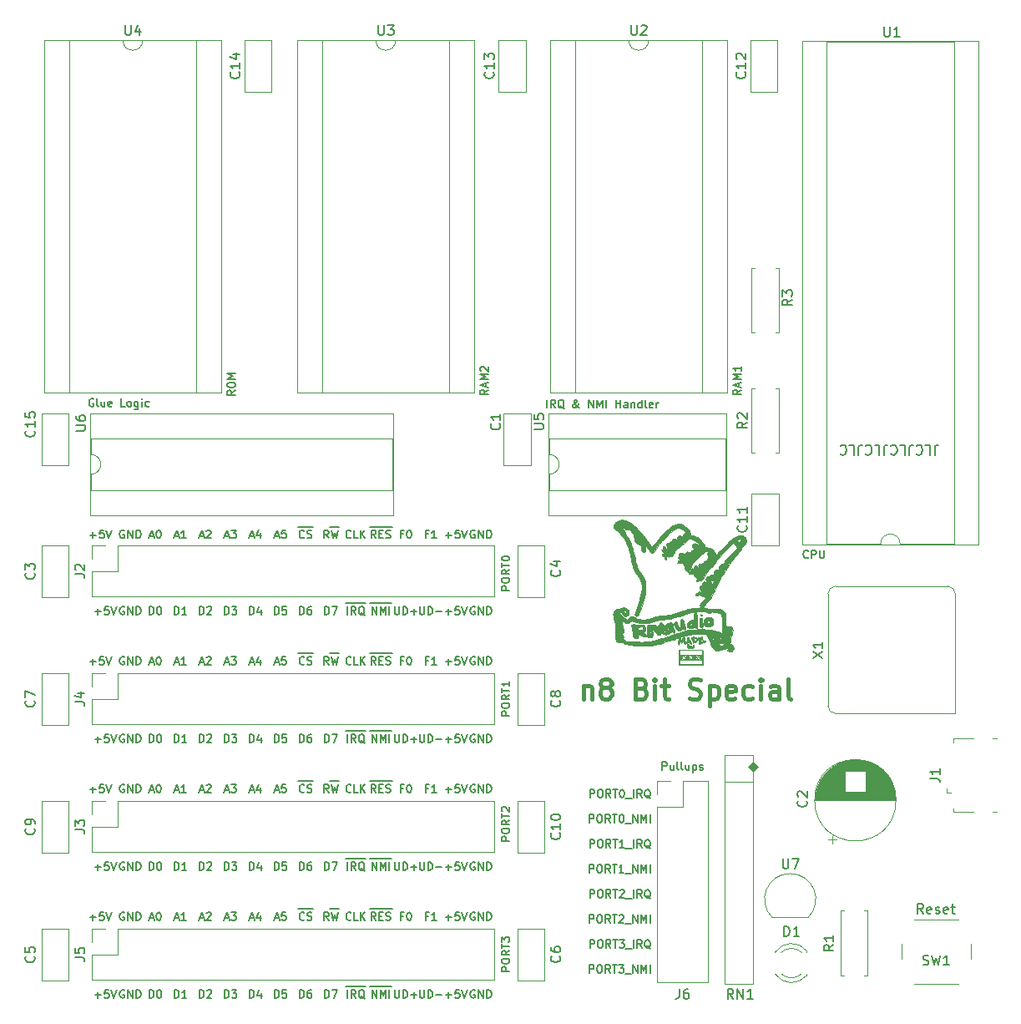
<source format=gbr>
%TF.GenerationSoftware,KiCad,Pcbnew,(5.1.9-0-10_14)*%
%TF.CreationDate,2021-03-14T15:18:17+01:00*%
%TF.ProjectId,n8 bit special,6e382062-6974-4207-9370-656369616c2e,2*%
%TF.SameCoordinates,Original*%
%TF.FileFunction,Legend,Top*%
%TF.FilePolarity,Positive*%
%FSLAX46Y46*%
G04 Gerber Fmt 4.6, Leading zero omitted, Abs format (unit mm)*
G04 Created by KiCad (PCBNEW (5.1.9-0-10_14)) date 2021-03-14 15:18:17*
%MOMM*%
%LPD*%
G01*
G04 APERTURE LIST*
%ADD10C,0.150000*%
%ADD11C,0.200000*%
%ADD12C,0.100000*%
%ADD13C,0.400000*%
%ADD14C,0.120000*%
%ADD15C,0.010000*%
G04 APERTURE END LIST*
D10*
X179482904Y-130627380D02*
X179149571Y-130151190D01*
X178911476Y-130627380D02*
X178911476Y-129627380D01*
X179292428Y-129627380D01*
X179387666Y-129675000D01*
X179435285Y-129722619D01*
X179482904Y-129817857D01*
X179482904Y-129960714D01*
X179435285Y-130055952D01*
X179387666Y-130103571D01*
X179292428Y-130151190D01*
X178911476Y-130151190D01*
X180292428Y-130579761D02*
X180197190Y-130627380D01*
X180006714Y-130627380D01*
X179911476Y-130579761D01*
X179863857Y-130484523D01*
X179863857Y-130103571D01*
X179911476Y-130008333D01*
X180006714Y-129960714D01*
X180197190Y-129960714D01*
X180292428Y-130008333D01*
X180340047Y-130103571D01*
X180340047Y-130198809D01*
X179863857Y-130294047D01*
X180721000Y-130579761D02*
X180816238Y-130627380D01*
X181006714Y-130627380D01*
X181101952Y-130579761D01*
X181149571Y-130484523D01*
X181149571Y-130436904D01*
X181101952Y-130341666D01*
X181006714Y-130294047D01*
X180863857Y-130294047D01*
X180768619Y-130246428D01*
X180721000Y-130151190D01*
X180721000Y-130103571D01*
X180768619Y-130008333D01*
X180863857Y-129960714D01*
X181006714Y-129960714D01*
X181101952Y-130008333D01*
X181959095Y-130579761D02*
X181863857Y-130627380D01*
X181673380Y-130627380D01*
X181578142Y-130579761D01*
X181530523Y-130484523D01*
X181530523Y-130103571D01*
X181578142Y-130008333D01*
X181673380Y-129960714D01*
X181863857Y-129960714D01*
X181959095Y-130008333D01*
X182006714Y-130103571D01*
X182006714Y-130198809D01*
X181530523Y-130294047D01*
X182292428Y-129960714D02*
X182673380Y-129960714D01*
X182435285Y-129627380D02*
X182435285Y-130484523D01*
X182482904Y-130579761D01*
X182578142Y-130627380D01*
X182673380Y-130627380D01*
D11*
X180641047Y-84113619D02*
X180641047Y-83399333D01*
X180688666Y-83256476D01*
X180783904Y-83161238D01*
X180926761Y-83113619D01*
X181022000Y-83113619D01*
X179688666Y-83113619D02*
X180164857Y-83113619D01*
X180164857Y-84113619D01*
X178783904Y-83208857D02*
X178831523Y-83161238D01*
X178974380Y-83113619D01*
X179069619Y-83113619D01*
X179212476Y-83161238D01*
X179307714Y-83256476D01*
X179355333Y-83351714D01*
X179402952Y-83542190D01*
X179402952Y-83685047D01*
X179355333Y-83875523D01*
X179307714Y-83970761D01*
X179212476Y-84066000D01*
X179069619Y-84113619D01*
X178974380Y-84113619D01*
X178831523Y-84066000D01*
X178783904Y-84018380D01*
X178069619Y-84113619D02*
X178069619Y-83399333D01*
X178117238Y-83256476D01*
X178212476Y-83161238D01*
X178355333Y-83113619D01*
X178450571Y-83113619D01*
X177117238Y-83113619D02*
X177593428Y-83113619D01*
X177593428Y-84113619D01*
X176212476Y-83208857D02*
X176260095Y-83161238D01*
X176402952Y-83113619D01*
X176498190Y-83113619D01*
X176641047Y-83161238D01*
X176736285Y-83256476D01*
X176783904Y-83351714D01*
X176831523Y-83542190D01*
X176831523Y-83685047D01*
X176783904Y-83875523D01*
X176736285Y-83970761D01*
X176641047Y-84066000D01*
X176498190Y-84113619D01*
X176402952Y-84113619D01*
X176260095Y-84066000D01*
X176212476Y-84018380D01*
X175498190Y-84113619D02*
X175498190Y-83399333D01*
X175545809Y-83256476D01*
X175641047Y-83161238D01*
X175783904Y-83113619D01*
X175879142Y-83113619D01*
X174545809Y-83113619D02*
X175022000Y-83113619D01*
X175022000Y-84113619D01*
X173641047Y-83208857D02*
X173688666Y-83161238D01*
X173831523Y-83113619D01*
X173926761Y-83113619D01*
X174069619Y-83161238D01*
X174164857Y-83256476D01*
X174212476Y-83351714D01*
X174260095Y-83542190D01*
X174260095Y-83685047D01*
X174212476Y-83875523D01*
X174164857Y-83970761D01*
X174069619Y-84066000D01*
X173926761Y-84113619D01*
X173831523Y-84113619D01*
X173688666Y-84066000D01*
X173641047Y-84018380D01*
X172926761Y-84113619D02*
X172926761Y-83399333D01*
X172974380Y-83256476D01*
X173069619Y-83161238D01*
X173212476Y-83113619D01*
X173307714Y-83113619D01*
X171974380Y-83113619D02*
X172450571Y-83113619D01*
X172450571Y-84113619D01*
X171069619Y-83208857D02*
X171117238Y-83161238D01*
X171260095Y-83113619D01*
X171355333Y-83113619D01*
X171498190Y-83161238D01*
X171593428Y-83256476D01*
X171641047Y-83351714D01*
X171688666Y-83542190D01*
X171688666Y-83685047D01*
X171641047Y-83875523D01*
X171593428Y-83970761D01*
X171498190Y-84066000D01*
X171355333Y-84113619D01*
X171260095Y-84113619D01*
X171117238Y-84066000D01*
X171069619Y-84018380D01*
D12*
G36*
X162687000Y-115697000D02*
G01*
X162179000Y-116205000D01*
X161671000Y-115697000D01*
X162179000Y-115189000D01*
X162687000Y-115697000D01*
G37*
X162687000Y-115697000D02*
X162179000Y-116205000D01*
X161671000Y-115697000D01*
X162179000Y-115189000D01*
X162687000Y-115697000D01*
D10*
X141339000Y-79355904D02*
X141339000Y-78555904D01*
X142177095Y-79355904D02*
X141910428Y-78974952D01*
X141719952Y-79355904D02*
X141719952Y-78555904D01*
X142024714Y-78555904D01*
X142100904Y-78594000D01*
X142139000Y-78632095D01*
X142177095Y-78708285D01*
X142177095Y-78822571D01*
X142139000Y-78898761D01*
X142100904Y-78936857D01*
X142024714Y-78974952D01*
X141719952Y-78974952D01*
X143053285Y-79432095D02*
X142977095Y-79394000D01*
X142900904Y-79317809D01*
X142786619Y-79203523D01*
X142710428Y-79165428D01*
X142634238Y-79165428D01*
X142672333Y-79355904D02*
X142596142Y-79317809D01*
X142519952Y-79241619D01*
X142481857Y-79089238D01*
X142481857Y-78822571D01*
X142519952Y-78670190D01*
X142596142Y-78594000D01*
X142672333Y-78555904D01*
X142824714Y-78555904D01*
X142900904Y-78594000D01*
X142977095Y-78670190D01*
X143015190Y-78822571D01*
X143015190Y-79089238D01*
X142977095Y-79241619D01*
X142900904Y-79317809D01*
X142824714Y-79355904D01*
X142672333Y-79355904D01*
X144615190Y-79355904D02*
X144577095Y-79355904D01*
X144500904Y-79317809D01*
X144386619Y-79203523D01*
X144196142Y-78974952D01*
X144119952Y-78860666D01*
X144081857Y-78746380D01*
X144081857Y-78670190D01*
X144119952Y-78594000D01*
X144196142Y-78555904D01*
X144234238Y-78555904D01*
X144310428Y-78594000D01*
X144348523Y-78670190D01*
X144348523Y-78708285D01*
X144310428Y-78784476D01*
X144272333Y-78822571D01*
X144043761Y-78974952D01*
X144005666Y-79013047D01*
X143967571Y-79089238D01*
X143967571Y-79203523D01*
X144005666Y-79279714D01*
X144043761Y-79317809D01*
X144119952Y-79355904D01*
X144234238Y-79355904D01*
X144310428Y-79317809D01*
X144348523Y-79279714D01*
X144462809Y-79127333D01*
X144500904Y-79013047D01*
X144500904Y-78936857D01*
X145567571Y-79355904D02*
X145567571Y-78555904D01*
X146024714Y-79355904D01*
X146024714Y-78555904D01*
X146405666Y-79355904D02*
X146405666Y-78555904D01*
X146672333Y-79127333D01*
X146939000Y-78555904D01*
X146939000Y-79355904D01*
X147319952Y-79355904D02*
X147319952Y-78555904D01*
X148310428Y-79355904D02*
X148310428Y-78555904D01*
X148310428Y-78936857D02*
X148767571Y-78936857D01*
X148767571Y-79355904D02*
X148767571Y-78555904D01*
X149491380Y-79355904D02*
X149491380Y-78936857D01*
X149453285Y-78860666D01*
X149377095Y-78822571D01*
X149224714Y-78822571D01*
X149148523Y-78860666D01*
X149491380Y-79317809D02*
X149415190Y-79355904D01*
X149224714Y-79355904D01*
X149148523Y-79317809D01*
X149110428Y-79241619D01*
X149110428Y-79165428D01*
X149148523Y-79089238D01*
X149224714Y-79051142D01*
X149415190Y-79051142D01*
X149491380Y-79013047D01*
X149872333Y-78822571D02*
X149872333Y-79355904D01*
X149872333Y-78898761D02*
X149910428Y-78860666D01*
X149986619Y-78822571D01*
X150100904Y-78822571D01*
X150177095Y-78860666D01*
X150215190Y-78936857D01*
X150215190Y-79355904D01*
X150939000Y-79355904D02*
X150939000Y-78555904D01*
X150939000Y-79317809D02*
X150862809Y-79355904D01*
X150710428Y-79355904D01*
X150634238Y-79317809D01*
X150596142Y-79279714D01*
X150558047Y-79203523D01*
X150558047Y-78974952D01*
X150596142Y-78898761D01*
X150634238Y-78860666D01*
X150710428Y-78822571D01*
X150862809Y-78822571D01*
X150939000Y-78860666D01*
X151434238Y-79355904D02*
X151358047Y-79317809D01*
X151319952Y-79241619D01*
X151319952Y-78555904D01*
X152043761Y-79317809D02*
X151967571Y-79355904D01*
X151815190Y-79355904D01*
X151739000Y-79317809D01*
X151700904Y-79241619D01*
X151700904Y-78936857D01*
X151739000Y-78860666D01*
X151815190Y-78822571D01*
X151967571Y-78822571D01*
X152043761Y-78860666D01*
X152081857Y-78936857D01*
X152081857Y-79013047D01*
X151700904Y-79089238D01*
X152424714Y-79355904D02*
X152424714Y-78822571D01*
X152424714Y-78974952D02*
X152462809Y-78898761D01*
X152500904Y-78860666D01*
X152577095Y-78822571D01*
X152653285Y-78822571D01*
D13*
X145019428Y-107521428D02*
X145019428Y-108854761D01*
X145019428Y-107711904D02*
X145114666Y-107616666D01*
X145305142Y-107521428D01*
X145590857Y-107521428D01*
X145781333Y-107616666D01*
X145876571Y-107807142D01*
X145876571Y-108854761D01*
X147114666Y-107711904D02*
X146924190Y-107616666D01*
X146828952Y-107521428D01*
X146733714Y-107330952D01*
X146733714Y-107235714D01*
X146828952Y-107045238D01*
X146924190Y-106950000D01*
X147114666Y-106854761D01*
X147495619Y-106854761D01*
X147686095Y-106950000D01*
X147781333Y-107045238D01*
X147876571Y-107235714D01*
X147876571Y-107330952D01*
X147781333Y-107521428D01*
X147686095Y-107616666D01*
X147495619Y-107711904D01*
X147114666Y-107711904D01*
X146924190Y-107807142D01*
X146828952Y-107902380D01*
X146733714Y-108092857D01*
X146733714Y-108473809D01*
X146828952Y-108664285D01*
X146924190Y-108759523D01*
X147114666Y-108854761D01*
X147495619Y-108854761D01*
X147686095Y-108759523D01*
X147781333Y-108664285D01*
X147876571Y-108473809D01*
X147876571Y-108092857D01*
X147781333Y-107902380D01*
X147686095Y-107807142D01*
X147495619Y-107711904D01*
X150924190Y-107807142D02*
X151209904Y-107902380D01*
X151305142Y-107997619D01*
X151400380Y-108188095D01*
X151400380Y-108473809D01*
X151305142Y-108664285D01*
X151209904Y-108759523D01*
X151019428Y-108854761D01*
X150257523Y-108854761D01*
X150257523Y-106854761D01*
X150924190Y-106854761D01*
X151114666Y-106950000D01*
X151209904Y-107045238D01*
X151305142Y-107235714D01*
X151305142Y-107426190D01*
X151209904Y-107616666D01*
X151114666Y-107711904D01*
X150924190Y-107807142D01*
X150257523Y-107807142D01*
X152257523Y-108854761D02*
X152257523Y-107521428D01*
X152257523Y-106854761D02*
X152162285Y-106950000D01*
X152257523Y-107045238D01*
X152352761Y-106950000D01*
X152257523Y-106854761D01*
X152257523Y-107045238D01*
X152924190Y-107521428D02*
X153686095Y-107521428D01*
X153209904Y-106854761D02*
X153209904Y-108569047D01*
X153305142Y-108759523D01*
X153495619Y-108854761D01*
X153686095Y-108854761D01*
X155781333Y-108759523D02*
X156067047Y-108854761D01*
X156543238Y-108854761D01*
X156733714Y-108759523D01*
X156828952Y-108664285D01*
X156924190Y-108473809D01*
X156924190Y-108283333D01*
X156828952Y-108092857D01*
X156733714Y-107997619D01*
X156543238Y-107902380D01*
X156162285Y-107807142D01*
X155971809Y-107711904D01*
X155876571Y-107616666D01*
X155781333Y-107426190D01*
X155781333Y-107235714D01*
X155876571Y-107045238D01*
X155971809Y-106950000D01*
X156162285Y-106854761D01*
X156638476Y-106854761D01*
X156924190Y-106950000D01*
X157781333Y-107521428D02*
X157781333Y-109521428D01*
X157781333Y-107616666D02*
X157971809Y-107521428D01*
X158352761Y-107521428D01*
X158543238Y-107616666D01*
X158638476Y-107711904D01*
X158733714Y-107902380D01*
X158733714Y-108473809D01*
X158638476Y-108664285D01*
X158543238Y-108759523D01*
X158352761Y-108854761D01*
X157971809Y-108854761D01*
X157781333Y-108759523D01*
X160352761Y-108759523D02*
X160162285Y-108854761D01*
X159781333Y-108854761D01*
X159590857Y-108759523D01*
X159495619Y-108569047D01*
X159495619Y-107807142D01*
X159590857Y-107616666D01*
X159781333Y-107521428D01*
X160162285Y-107521428D01*
X160352761Y-107616666D01*
X160448000Y-107807142D01*
X160448000Y-107997619D01*
X159495619Y-108188095D01*
X162162285Y-108759523D02*
X161971809Y-108854761D01*
X161590857Y-108854761D01*
X161400380Y-108759523D01*
X161305142Y-108664285D01*
X161209904Y-108473809D01*
X161209904Y-107902380D01*
X161305142Y-107711904D01*
X161400380Y-107616666D01*
X161590857Y-107521428D01*
X161971809Y-107521428D01*
X162162285Y-107616666D01*
X163019428Y-108854761D02*
X163019428Y-107521428D01*
X163019428Y-106854761D02*
X162924190Y-106950000D01*
X163019428Y-107045238D01*
X163114666Y-106950000D01*
X163019428Y-106854761D01*
X163019428Y-107045238D01*
X164828952Y-108854761D02*
X164828952Y-107807142D01*
X164733714Y-107616666D01*
X164543238Y-107521428D01*
X164162285Y-107521428D01*
X163971809Y-107616666D01*
X164828952Y-108759523D02*
X164638476Y-108854761D01*
X164162285Y-108854761D01*
X163971809Y-108759523D01*
X163876571Y-108569047D01*
X163876571Y-108378571D01*
X163971809Y-108188095D01*
X164162285Y-108092857D01*
X164638476Y-108092857D01*
X164828952Y-107997619D01*
X166067047Y-108854761D02*
X165876571Y-108759523D01*
X165781333Y-108569047D01*
X165781333Y-106854761D01*
D10*
X95326523Y-78467000D02*
X95250333Y-78428904D01*
X95136047Y-78428904D01*
X95021761Y-78467000D01*
X94945571Y-78543190D01*
X94907476Y-78619380D01*
X94869380Y-78771761D01*
X94869380Y-78886047D01*
X94907476Y-79038428D01*
X94945571Y-79114619D01*
X95021761Y-79190809D01*
X95136047Y-79228904D01*
X95212238Y-79228904D01*
X95326523Y-79190809D01*
X95364619Y-79152714D01*
X95364619Y-78886047D01*
X95212238Y-78886047D01*
X95821761Y-79228904D02*
X95745571Y-79190809D01*
X95707476Y-79114619D01*
X95707476Y-78428904D01*
X96469380Y-78695571D02*
X96469380Y-79228904D01*
X96126523Y-78695571D02*
X96126523Y-79114619D01*
X96164619Y-79190809D01*
X96240809Y-79228904D01*
X96355095Y-79228904D01*
X96431285Y-79190809D01*
X96469380Y-79152714D01*
X97155095Y-79190809D02*
X97078904Y-79228904D01*
X96926523Y-79228904D01*
X96850333Y-79190809D01*
X96812238Y-79114619D01*
X96812238Y-78809857D01*
X96850333Y-78733666D01*
X96926523Y-78695571D01*
X97078904Y-78695571D01*
X97155095Y-78733666D01*
X97193190Y-78809857D01*
X97193190Y-78886047D01*
X96812238Y-78962238D01*
X98526523Y-79228904D02*
X98145571Y-79228904D01*
X98145571Y-78428904D01*
X98907476Y-79228904D02*
X98831285Y-79190809D01*
X98793190Y-79152714D01*
X98755095Y-79076523D01*
X98755095Y-78847952D01*
X98793190Y-78771761D01*
X98831285Y-78733666D01*
X98907476Y-78695571D01*
X99021761Y-78695571D01*
X99097952Y-78733666D01*
X99136047Y-78771761D01*
X99174142Y-78847952D01*
X99174142Y-79076523D01*
X99136047Y-79152714D01*
X99097952Y-79190809D01*
X99021761Y-79228904D01*
X98907476Y-79228904D01*
X99859857Y-78695571D02*
X99859857Y-79343190D01*
X99821761Y-79419380D01*
X99783666Y-79457476D01*
X99707476Y-79495571D01*
X99593190Y-79495571D01*
X99517000Y-79457476D01*
X99859857Y-79190809D02*
X99783666Y-79228904D01*
X99631285Y-79228904D01*
X99555095Y-79190809D01*
X99517000Y-79152714D01*
X99478904Y-79076523D01*
X99478904Y-78847952D01*
X99517000Y-78771761D01*
X99555095Y-78733666D01*
X99631285Y-78695571D01*
X99783666Y-78695571D01*
X99859857Y-78733666D01*
X100240809Y-79228904D02*
X100240809Y-78695571D01*
X100240809Y-78428904D02*
X100202714Y-78467000D01*
X100240809Y-78505095D01*
X100278904Y-78467000D01*
X100240809Y-78428904D01*
X100240809Y-78505095D01*
X100964619Y-79190809D02*
X100888428Y-79228904D01*
X100736047Y-79228904D01*
X100659857Y-79190809D01*
X100621761Y-79152714D01*
X100583666Y-79076523D01*
X100583666Y-78847952D01*
X100621761Y-78771761D01*
X100659857Y-78733666D01*
X100736047Y-78695571D01*
X100888428Y-78695571D01*
X100964619Y-78733666D01*
X109708904Y-77590571D02*
X109327952Y-77857238D01*
X109708904Y-78047714D02*
X108908904Y-78047714D01*
X108908904Y-77742952D01*
X108947000Y-77666761D01*
X108985095Y-77628666D01*
X109061285Y-77590571D01*
X109175571Y-77590571D01*
X109251761Y-77628666D01*
X109289857Y-77666761D01*
X109327952Y-77742952D01*
X109327952Y-78047714D01*
X108908904Y-77095333D02*
X108908904Y-76942952D01*
X108947000Y-76866761D01*
X109023190Y-76790571D01*
X109175571Y-76752476D01*
X109442238Y-76752476D01*
X109594619Y-76790571D01*
X109670809Y-76866761D01*
X109708904Y-76942952D01*
X109708904Y-77095333D01*
X109670809Y-77171523D01*
X109594619Y-77247714D01*
X109442238Y-77285809D01*
X109175571Y-77285809D01*
X109023190Y-77247714D01*
X108947000Y-77171523D01*
X108908904Y-77095333D01*
X109708904Y-76409619D02*
X108908904Y-76409619D01*
X109480333Y-76142952D01*
X108908904Y-75876285D01*
X109708904Y-75876285D01*
X135362904Y-77514333D02*
X134981952Y-77781000D01*
X135362904Y-77971476D02*
X134562904Y-77971476D01*
X134562904Y-77666714D01*
X134601000Y-77590523D01*
X134639095Y-77552428D01*
X134715285Y-77514333D01*
X134829571Y-77514333D01*
X134905761Y-77552428D01*
X134943857Y-77590523D01*
X134981952Y-77666714D01*
X134981952Y-77971476D01*
X135134333Y-77209571D02*
X135134333Y-76828619D01*
X135362904Y-77285761D02*
X134562904Y-77019095D01*
X135362904Y-76752428D01*
X135362904Y-76485761D02*
X134562904Y-76485761D01*
X135134333Y-76219095D01*
X134562904Y-75952428D01*
X135362904Y-75952428D01*
X134639095Y-75609571D02*
X134601000Y-75571476D01*
X134562904Y-75495285D01*
X134562904Y-75304809D01*
X134601000Y-75228619D01*
X134639095Y-75190523D01*
X134715285Y-75152428D01*
X134791476Y-75152428D01*
X134905761Y-75190523D01*
X135362904Y-75647666D01*
X135362904Y-75152428D01*
X161016904Y-77514333D02*
X160635952Y-77781000D01*
X161016904Y-77971476D02*
X160216904Y-77971476D01*
X160216904Y-77666714D01*
X160255000Y-77590523D01*
X160293095Y-77552428D01*
X160369285Y-77514333D01*
X160483571Y-77514333D01*
X160559761Y-77552428D01*
X160597857Y-77590523D01*
X160635952Y-77666714D01*
X160635952Y-77971476D01*
X160788333Y-77209571D02*
X160788333Y-76828619D01*
X161016904Y-77285761D02*
X160216904Y-77019095D01*
X161016904Y-76752428D01*
X161016904Y-76485761D02*
X160216904Y-76485761D01*
X160788333Y-76219095D01*
X160216904Y-75952428D01*
X161016904Y-75952428D01*
X161016904Y-75152428D02*
X161016904Y-75609571D01*
X161016904Y-75381000D02*
X160216904Y-75381000D01*
X160331190Y-75457190D01*
X160407380Y-75533380D01*
X160445476Y-75609571D01*
X167830571Y-94519714D02*
X167792476Y-94557809D01*
X167678190Y-94595904D01*
X167602000Y-94595904D01*
X167487714Y-94557809D01*
X167411523Y-94481619D01*
X167373428Y-94405428D01*
X167335333Y-94253047D01*
X167335333Y-94138761D01*
X167373428Y-93986380D01*
X167411523Y-93910190D01*
X167487714Y-93834000D01*
X167602000Y-93795904D01*
X167678190Y-93795904D01*
X167792476Y-93834000D01*
X167830571Y-93872095D01*
X168173428Y-94595904D02*
X168173428Y-93795904D01*
X168478190Y-93795904D01*
X168554380Y-93834000D01*
X168592476Y-93872095D01*
X168630571Y-93948285D01*
X168630571Y-94062571D01*
X168592476Y-94138761D01*
X168554380Y-94176857D01*
X168478190Y-94214952D01*
X168173428Y-94214952D01*
X168973428Y-93795904D02*
X168973428Y-94443523D01*
X169011523Y-94519714D01*
X169049619Y-94557809D01*
X169125809Y-94595904D01*
X169278190Y-94595904D01*
X169354380Y-94557809D01*
X169392476Y-94519714D01*
X169430571Y-94443523D01*
X169430571Y-93795904D01*
X145631285Y-136632904D02*
X145631285Y-135832904D01*
X145936047Y-135832904D01*
X146012238Y-135871000D01*
X146050333Y-135909095D01*
X146088428Y-135985285D01*
X146088428Y-136099571D01*
X146050333Y-136175761D01*
X146012238Y-136213857D01*
X145936047Y-136251952D01*
X145631285Y-136251952D01*
X146583666Y-135832904D02*
X146736047Y-135832904D01*
X146812238Y-135871000D01*
X146888428Y-135947190D01*
X146926523Y-136099571D01*
X146926523Y-136366238D01*
X146888428Y-136518619D01*
X146812238Y-136594809D01*
X146736047Y-136632904D01*
X146583666Y-136632904D01*
X146507476Y-136594809D01*
X146431285Y-136518619D01*
X146393190Y-136366238D01*
X146393190Y-136099571D01*
X146431285Y-135947190D01*
X146507476Y-135871000D01*
X146583666Y-135832904D01*
X147726523Y-136632904D02*
X147459857Y-136251952D01*
X147269380Y-136632904D02*
X147269380Y-135832904D01*
X147574142Y-135832904D01*
X147650333Y-135871000D01*
X147688428Y-135909095D01*
X147726523Y-135985285D01*
X147726523Y-136099571D01*
X147688428Y-136175761D01*
X147650333Y-136213857D01*
X147574142Y-136251952D01*
X147269380Y-136251952D01*
X147955095Y-135832904D02*
X148412238Y-135832904D01*
X148183666Y-136632904D02*
X148183666Y-135832904D01*
X148602714Y-135832904D02*
X149097952Y-135832904D01*
X148831285Y-136137666D01*
X148945571Y-136137666D01*
X149021761Y-136175761D01*
X149059857Y-136213857D01*
X149097952Y-136290047D01*
X149097952Y-136480523D01*
X149059857Y-136556714D01*
X149021761Y-136594809D01*
X148945571Y-136632904D01*
X148717000Y-136632904D01*
X148640809Y-136594809D01*
X148602714Y-136556714D01*
X149250333Y-136709095D02*
X149859857Y-136709095D01*
X150050333Y-136632904D02*
X150050333Y-135832904D01*
X150507476Y-136632904D01*
X150507476Y-135832904D01*
X150888428Y-136632904D02*
X150888428Y-135832904D01*
X151155095Y-136404333D01*
X151421761Y-135832904D01*
X151421761Y-136632904D01*
X151802714Y-136632904D02*
X151802714Y-135832904D01*
X145688428Y-134092904D02*
X145688428Y-133292904D01*
X145993190Y-133292904D01*
X146069380Y-133331000D01*
X146107476Y-133369095D01*
X146145571Y-133445285D01*
X146145571Y-133559571D01*
X146107476Y-133635761D01*
X146069380Y-133673857D01*
X145993190Y-133711952D01*
X145688428Y-133711952D01*
X146640809Y-133292904D02*
X146793190Y-133292904D01*
X146869380Y-133331000D01*
X146945571Y-133407190D01*
X146983666Y-133559571D01*
X146983666Y-133826238D01*
X146945571Y-133978619D01*
X146869380Y-134054809D01*
X146793190Y-134092904D01*
X146640809Y-134092904D01*
X146564619Y-134054809D01*
X146488428Y-133978619D01*
X146450333Y-133826238D01*
X146450333Y-133559571D01*
X146488428Y-133407190D01*
X146564619Y-133331000D01*
X146640809Y-133292904D01*
X147783666Y-134092904D02*
X147517000Y-133711952D01*
X147326523Y-134092904D02*
X147326523Y-133292904D01*
X147631285Y-133292904D01*
X147707476Y-133331000D01*
X147745571Y-133369095D01*
X147783666Y-133445285D01*
X147783666Y-133559571D01*
X147745571Y-133635761D01*
X147707476Y-133673857D01*
X147631285Y-133711952D01*
X147326523Y-133711952D01*
X148012238Y-133292904D02*
X148469380Y-133292904D01*
X148240809Y-134092904D02*
X148240809Y-133292904D01*
X148659857Y-133292904D02*
X149155095Y-133292904D01*
X148888428Y-133597666D01*
X149002714Y-133597666D01*
X149078904Y-133635761D01*
X149117000Y-133673857D01*
X149155095Y-133750047D01*
X149155095Y-133940523D01*
X149117000Y-134016714D01*
X149078904Y-134054809D01*
X149002714Y-134092904D01*
X148774142Y-134092904D01*
X148697952Y-134054809D01*
X148659857Y-134016714D01*
X149307476Y-134169095D02*
X149917000Y-134169095D01*
X150107476Y-134092904D02*
X150107476Y-133292904D01*
X150945571Y-134092904D02*
X150678904Y-133711952D01*
X150488428Y-134092904D02*
X150488428Y-133292904D01*
X150793190Y-133292904D01*
X150869380Y-133331000D01*
X150907476Y-133369095D01*
X150945571Y-133445285D01*
X150945571Y-133559571D01*
X150907476Y-133635761D01*
X150869380Y-133673857D01*
X150793190Y-133711952D01*
X150488428Y-133711952D01*
X151821761Y-134169095D02*
X151745571Y-134131000D01*
X151669380Y-134054809D01*
X151555095Y-133940523D01*
X151478904Y-133902428D01*
X151402714Y-133902428D01*
X151440809Y-134092904D02*
X151364619Y-134054809D01*
X151288428Y-133978619D01*
X151250333Y-133826238D01*
X151250333Y-133559571D01*
X151288428Y-133407190D01*
X151364619Y-133331000D01*
X151440809Y-133292904D01*
X151593190Y-133292904D01*
X151669380Y-133331000D01*
X151745571Y-133407190D01*
X151783666Y-133559571D01*
X151783666Y-133826238D01*
X151745571Y-133978619D01*
X151669380Y-134054809D01*
X151593190Y-134092904D01*
X151440809Y-134092904D01*
X145631285Y-131552904D02*
X145631285Y-130752904D01*
X145936047Y-130752904D01*
X146012238Y-130791000D01*
X146050333Y-130829095D01*
X146088428Y-130905285D01*
X146088428Y-131019571D01*
X146050333Y-131095761D01*
X146012238Y-131133857D01*
X145936047Y-131171952D01*
X145631285Y-131171952D01*
X146583666Y-130752904D02*
X146736047Y-130752904D01*
X146812238Y-130791000D01*
X146888428Y-130867190D01*
X146926523Y-131019571D01*
X146926523Y-131286238D01*
X146888428Y-131438619D01*
X146812238Y-131514809D01*
X146736047Y-131552904D01*
X146583666Y-131552904D01*
X146507476Y-131514809D01*
X146431285Y-131438619D01*
X146393190Y-131286238D01*
X146393190Y-131019571D01*
X146431285Y-130867190D01*
X146507476Y-130791000D01*
X146583666Y-130752904D01*
X147726523Y-131552904D02*
X147459857Y-131171952D01*
X147269380Y-131552904D02*
X147269380Y-130752904D01*
X147574142Y-130752904D01*
X147650333Y-130791000D01*
X147688428Y-130829095D01*
X147726523Y-130905285D01*
X147726523Y-131019571D01*
X147688428Y-131095761D01*
X147650333Y-131133857D01*
X147574142Y-131171952D01*
X147269380Y-131171952D01*
X147955095Y-130752904D02*
X148412238Y-130752904D01*
X148183666Y-131552904D02*
X148183666Y-130752904D01*
X148640809Y-130829095D02*
X148678904Y-130791000D01*
X148755095Y-130752904D01*
X148945571Y-130752904D01*
X149021761Y-130791000D01*
X149059857Y-130829095D01*
X149097952Y-130905285D01*
X149097952Y-130981476D01*
X149059857Y-131095761D01*
X148602714Y-131552904D01*
X149097952Y-131552904D01*
X149250333Y-131629095D02*
X149859857Y-131629095D01*
X150050333Y-131552904D02*
X150050333Y-130752904D01*
X150507476Y-131552904D01*
X150507476Y-130752904D01*
X150888428Y-131552904D02*
X150888428Y-130752904D01*
X151155095Y-131324333D01*
X151421761Y-130752904D01*
X151421761Y-131552904D01*
X151802714Y-131552904D02*
X151802714Y-130752904D01*
X145688428Y-129012904D02*
X145688428Y-128212904D01*
X145993190Y-128212904D01*
X146069380Y-128251000D01*
X146107476Y-128289095D01*
X146145571Y-128365285D01*
X146145571Y-128479571D01*
X146107476Y-128555761D01*
X146069380Y-128593857D01*
X145993190Y-128631952D01*
X145688428Y-128631952D01*
X146640809Y-128212904D02*
X146793190Y-128212904D01*
X146869380Y-128251000D01*
X146945571Y-128327190D01*
X146983666Y-128479571D01*
X146983666Y-128746238D01*
X146945571Y-128898619D01*
X146869380Y-128974809D01*
X146793190Y-129012904D01*
X146640809Y-129012904D01*
X146564619Y-128974809D01*
X146488428Y-128898619D01*
X146450333Y-128746238D01*
X146450333Y-128479571D01*
X146488428Y-128327190D01*
X146564619Y-128251000D01*
X146640809Y-128212904D01*
X147783666Y-129012904D02*
X147517000Y-128631952D01*
X147326523Y-129012904D02*
X147326523Y-128212904D01*
X147631285Y-128212904D01*
X147707476Y-128251000D01*
X147745571Y-128289095D01*
X147783666Y-128365285D01*
X147783666Y-128479571D01*
X147745571Y-128555761D01*
X147707476Y-128593857D01*
X147631285Y-128631952D01*
X147326523Y-128631952D01*
X148012238Y-128212904D02*
X148469380Y-128212904D01*
X148240809Y-129012904D02*
X148240809Y-128212904D01*
X148697952Y-128289095D02*
X148736047Y-128251000D01*
X148812238Y-128212904D01*
X149002714Y-128212904D01*
X149078904Y-128251000D01*
X149117000Y-128289095D01*
X149155095Y-128365285D01*
X149155095Y-128441476D01*
X149117000Y-128555761D01*
X148659857Y-129012904D01*
X149155095Y-129012904D01*
X149307476Y-129089095D02*
X149917000Y-129089095D01*
X150107476Y-129012904D02*
X150107476Y-128212904D01*
X150945571Y-129012904D02*
X150678904Y-128631952D01*
X150488428Y-129012904D02*
X150488428Y-128212904D01*
X150793190Y-128212904D01*
X150869380Y-128251000D01*
X150907476Y-128289095D01*
X150945571Y-128365285D01*
X150945571Y-128479571D01*
X150907476Y-128555761D01*
X150869380Y-128593857D01*
X150793190Y-128631952D01*
X150488428Y-128631952D01*
X151821761Y-129089095D02*
X151745571Y-129051000D01*
X151669380Y-128974809D01*
X151555095Y-128860523D01*
X151478904Y-128822428D01*
X151402714Y-128822428D01*
X151440809Y-129012904D02*
X151364619Y-128974809D01*
X151288428Y-128898619D01*
X151250333Y-128746238D01*
X151250333Y-128479571D01*
X151288428Y-128327190D01*
X151364619Y-128251000D01*
X151440809Y-128212904D01*
X151593190Y-128212904D01*
X151669380Y-128251000D01*
X151745571Y-128327190D01*
X151783666Y-128479571D01*
X151783666Y-128746238D01*
X151745571Y-128898619D01*
X151669380Y-128974809D01*
X151593190Y-129012904D01*
X151440809Y-129012904D01*
X145631285Y-126472904D02*
X145631285Y-125672904D01*
X145936047Y-125672904D01*
X146012238Y-125711000D01*
X146050333Y-125749095D01*
X146088428Y-125825285D01*
X146088428Y-125939571D01*
X146050333Y-126015761D01*
X146012238Y-126053857D01*
X145936047Y-126091952D01*
X145631285Y-126091952D01*
X146583666Y-125672904D02*
X146736047Y-125672904D01*
X146812238Y-125711000D01*
X146888428Y-125787190D01*
X146926523Y-125939571D01*
X146926523Y-126206238D01*
X146888428Y-126358619D01*
X146812238Y-126434809D01*
X146736047Y-126472904D01*
X146583666Y-126472904D01*
X146507476Y-126434809D01*
X146431285Y-126358619D01*
X146393190Y-126206238D01*
X146393190Y-125939571D01*
X146431285Y-125787190D01*
X146507476Y-125711000D01*
X146583666Y-125672904D01*
X147726523Y-126472904D02*
X147459857Y-126091952D01*
X147269380Y-126472904D02*
X147269380Y-125672904D01*
X147574142Y-125672904D01*
X147650333Y-125711000D01*
X147688428Y-125749095D01*
X147726523Y-125825285D01*
X147726523Y-125939571D01*
X147688428Y-126015761D01*
X147650333Y-126053857D01*
X147574142Y-126091952D01*
X147269380Y-126091952D01*
X147955095Y-125672904D02*
X148412238Y-125672904D01*
X148183666Y-126472904D02*
X148183666Y-125672904D01*
X149097952Y-126472904D02*
X148640809Y-126472904D01*
X148869380Y-126472904D02*
X148869380Y-125672904D01*
X148793190Y-125787190D01*
X148717000Y-125863380D01*
X148640809Y-125901476D01*
X149250333Y-126549095D02*
X149859857Y-126549095D01*
X150050333Y-126472904D02*
X150050333Y-125672904D01*
X150507476Y-126472904D01*
X150507476Y-125672904D01*
X150888428Y-126472904D02*
X150888428Y-125672904D01*
X151155095Y-126244333D01*
X151421761Y-125672904D01*
X151421761Y-126472904D01*
X151802714Y-126472904D02*
X151802714Y-125672904D01*
X145688428Y-123932904D02*
X145688428Y-123132904D01*
X145993190Y-123132904D01*
X146069380Y-123171000D01*
X146107476Y-123209095D01*
X146145571Y-123285285D01*
X146145571Y-123399571D01*
X146107476Y-123475761D01*
X146069380Y-123513857D01*
X145993190Y-123551952D01*
X145688428Y-123551952D01*
X146640809Y-123132904D02*
X146793190Y-123132904D01*
X146869380Y-123171000D01*
X146945571Y-123247190D01*
X146983666Y-123399571D01*
X146983666Y-123666238D01*
X146945571Y-123818619D01*
X146869380Y-123894809D01*
X146793190Y-123932904D01*
X146640809Y-123932904D01*
X146564619Y-123894809D01*
X146488428Y-123818619D01*
X146450333Y-123666238D01*
X146450333Y-123399571D01*
X146488428Y-123247190D01*
X146564619Y-123171000D01*
X146640809Y-123132904D01*
X147783666Y-123932904D02*
X147517000Y-123551952D01*
X147326523Y-123932904D02*
X147326523Y-123132904D01*
X147631285Y-123132904D01*
X147707476Y-123171000D01*
X147745571Y-123209095D01*
X147783666Y-123285285D01*
X147783666Y-123399571D01*
X147745571Y-123475761D01*
X147707476Y-123513857D01*
X147631285Y-123551952D01*
X147326523Y-123551952D01*
X148012238Y-123132904D02*
X148469380Y-123132904D01*
X148240809Y-123932904D02*
X148240809Y-123132904D01*
X149155095Y-123932904D02*
X148697952Y-123932904D01*
X148926523Y-123932904D02*
X148926523Y-123132904D01*
X148850333Y-123247190D01*
X148774142Y-123323380D01*
X148697952Y-123361476D01*
X149307476Y-124009095D02*
X149917000Y-124009095D01*
X150107476Y-123932904D02*
X150107476Y-123132904D01*
X150945571Y-123932904D02*
X150678904Y-123551952D01*
X150488428Y-123932904D02*
X150488428Y-123132904D01*
X150793190Y-123132904D01*
X150869380Y-123171000D01*
X150907476Y-123209095D01*
X150945571Y-123285285D01*
X150945571Y-123399571D01*
X150907476Y-123475761D01*
X150869380Y-123513857D01*
X150793190Y-123551952D01*
X150488428Y-123551952D01*
X151821761Y-124009095D02*
X151745571Y-123971000D01*
X151669380Y-123894809D01*
X151555095Y-123780523D01*
X151478904Y-123742428D01*
X151402714Y-123742428D01*
X151440809Y-123932904D02*
X151364619Y-123894809D01*
X151288428Y-123818619D01*
X151250333Y-123666238D01*
X151250333Y-123399571D01*
X151288428Y-123247190D01*
X151364619Y-123171000D01*
X151440809Y-123132904D01*
X151593190Y-123132904D01*
X151669380Y-123171000D01*
X151745571Y-123247190D01*
X151783666Y-123399571D01*
X151783666Y-123666238D01*
X151745571Y-123818619D01*
X151669380Y-123894809D01*
X151593190Y-123932904D01*
X151440809Y-123932904D01*
X145631285Y-121392904D02*
X145631285Y-120592904D01*
X145936047Y-120592904D01*
X146012238Y-120631000D01*
X146050333Y-120669095D01*
X146088428Y-120745285D01*
X146088428Y-120859571D01*
X146050333Y-120935761D01*
X146012238Y-120973857D01*
X145936047Y-121011952D01*
X145631285Y-121011952D01*
X146583666Y-120592904D02*
X146736047Y-120592904D01*
X146812238Y-120631000D01*
X146888428Y-120707190D01*
X146926523Y-120859571D01*
X146926523Y-121126238D01*
X146888428Y-121278619D01*
X146812238Y-121354809D01*
X146736047Y-121392904D01*
X146583666Y-121392904D01*
X146507476Y-121354809D01*
X146431285Y-121278619D01*
X146393190Y-121126238D01*
X146393190Y-120859571D01*
X146431285Y-120707190D01*
X146507476Y-120631000D01*
X146583666Y-120592904D01*
X147726523Y-121392904D02*
X147459857Y-121011952D01*
X147269380Y-121392904D02*
X147269380Y-120592904D01*
X147574142Y-120592904D01*
X147650333Y-120631000D01*
X147688428Y-120669095D01*
X147726523Y-120745285D01*
X147726523Y-120859571D01*
X147688428Y-120935761D01*
X147650333Y-120973857D01*
X147574142Y-121011952D01*
X147269380Y-121011952D01*
X147955095Y-120592904D02*
X148412238Y-120592904D01*
X148183666Y-121392904D02*
X148183666Y-120592904D01*
X148831285Y-120592904D02*
X148907476Y-120592904D01*
X148983666Y-120631000D01*
X149021761Y-120669095D01*
X149059857Y-120745285D01*
X149097952Y-120897666D01*
X149097952Y-121088142D01*
X149059857Y-121240523D01*
X149021761Y-121316714D01*
X148983666Y-121354809D01*
X148907476Y-121392904D01*
X148831285Y-121392904D01*
X148755095Y-121354809D01*
X148717000Y-121316714D01*
X148678904Y-121240523D01*
X148640809Y-121088142D01*
X148640809Y-120897666D01*
X148678904Y-120745285D01*
X148717000Y-120669095D01*
X148755095Y-120631000D01*
X148831285Y-120592904D01*
X149250333Y-121469095D02*
X149859857Y-121469095D01*
X150050333Y-121392904D02*
X150050333Y-120592904D01*
X150507476Y-121392904D01*
X150507476Y-120592904D01*
X150888428Y-121392904D02*
X150888428Y-120592904D01*
X151155095Y-121164333D01*
X151421761Y-120592904D01*
X151421761Y-121392904D01*
X151802714Y-121392904D02*
X151802714Y-120592904D01*
X145688428Y-118852904D02*
X145688428Y-118052904D01*
X145993190Y-118052904D01*
X146069380Y-118091000D01*
X146107476Y-118129095D01*
X146145571Y-118205285D01*
X146145571Y-118319571D01*
X146107476Y-118395761D01*
X146069380Y-118433857D01*
X145993190Y-118471952D01*
X145688428Y-118471952D01*
X146640809Y-118052904D02*
X146793190Y-118052904D01*
X146869380Y-118091000D01*
X146945571Y-118167190D01*
X146983666Y-118319571D01*
X146983666Y-118586238D01*
X146945571Y-118738619D01*
X146869380Y-118814809D01*
X146793190Y-118852904D01*
X146640809Y-118852904D01*
X146564619Y-118814809D01*
X146488428Y-118738619D01*
X146450333Y-118586238D01*
X146450333Y-118319571D01*
X146488428Y-118167190D01*
X146564619Y-118091000D01*
X146640809Y-118052904D01*
X147783666Y-118852904D02*
X147517000Y-118471952D01*
X147326523Y-118852904D02*
X147326523Y-118052904D01*
X147631285Y-118052904D01*
X147707476Y-118091000D01*
X147745571Y-118129095D01*
X147783666Y-118205285D01*
X147783666Y-118319571D01*
X147745571Y-118395761D01*
X147707476Y-118433857D01*
X147631285Y-118471952D01*
X147326523Y-118471952D01*
X148012238Y-118052904D02*
X148469380Y-118052904D01*
X148240809Y-118852904D02*
X148240809Y-118052904D01*
X148888428Y-118052904D02*
X148964619Y-118052904D01*
X149040809Y-118091000D01*
X149078904Y-118129095D01*
X149117000Y-118205285D01*
X149155095Y-118357666D01*
X149155095Y-118548142D01*
X149117000Y-118700523D01*
X149078904Y-118776714D01*
X149040809Y-118814809D01*
X148964619Y-118852904D01*
X148888428Y-118852904D01*
X148812238Y-118814809D01*
X148774142Y-118776714D01*
X148736047Y-118700523D01*
X148697952Y-118548142D01*
X148697952Y-118357666D01*
X148736047Y-118205285D01*
X148774142Y-118129095D01*
X148812238Y-118091000D01*
X148888428Y-118052904D01*
X149307476Y-118929095D02*
X149917000Y-118929095D01*
X150107476Y-118852904D02*
X150107476Y-118052904D01*
X150945571Y-118852904D02*
X150678904Y-118471952D01*
X150488428Y-118852904D02*
X150488428Y-118052904D01*
X150793190Y-118052904D01*
X150869380Y-118091000D01*
X150907476Y-118129095D01*
X150945571Y-118205285D01*
X150945571Y-118319571D01*
X150907476Y-118395761D01*
X150869380Y-118433857D01*
X150793190Y-118471952D01*
X150488428Y-118471952D01*
X151821761Y-118929095D02*
X151745571Y-118891000D01*
X151669380Y-118814809D01*
X151555095Y-118700523D01*
X151478904Y-118662428D01*
X151402714Y-118662428D01*
X151440809Y-118852904D02*
X151364619Y-118814809D01*
X151288428Y-118738619D01*
X151250333Y-118586238D01*
X151250333Y-118319571D01*
X151288428Y-118167190D01*
X151364619Y-118091000D01*
X151440809Y-118052904D01*
X151593190Y-118052904D01*
X151669380Y-118091000D01*
X151745571Y-118167190D01*
X151783666Y-118319571D01*
X151783666Y-118586238D01*
X151745571Y-118738619D01*
X151669380Y-118814809D01*
X151593190Y-118852904D01*
X151440809Y-118852904D01*
X153028904Y-116058904D02*
X153028904Y-115258904D01*
X153333666Y-115258904D01*
X153409857Y-115297000D01*
X153447952Y-115335095D01*
X153486047Y-115411285D01*
X153486047Y-115525571D01*
X153447952Y-115601761D01*
X153409857Y-115639857D01*
X153333666Y-115677952D01*
X153028904Y-115677952D01*
X154171761Y-115525571D02*
X154171761Y-116058904D01*
X153828904Y-115525571D02*
X153828904Y-115944619D01*
X153867000Y-116020809D01*
X153943190Y-116058904D01*
X154057476Y-116058904D01*
X154133666Y-116020809D01*
X154171761Y-115982714D01*
X154667000Y-116058904D02*
X154590809Y-116020809D01*
X154552714Y-115944619D01*
X154552714Y-115258904D01*
X155086047Y-116058904D02*
X155009857Y-116020809D01*
X154971761Y-115944619D01*
X154971761Y-115258904D01*
X155733666Y-115525571D02*
X155733666Y-116058904D01*
X155390809Y-115525571D02*
X155390809Y-115944619D01*
X155428904Y-116020809D01*
X155505095Y-116058904D01*
X155619380Y-116058904D01*
X155695571Y-116020809D01*
X155733666Y-115982714D01*
X156114619Y-115525571D02*
X156114619Y-116325571D01*
X156114619Y-115563666D02*
X156190809Y-115525571D01*
X156343190Y-115525571D01*
X156419380Y-115563666D01*
X156457476Y-115601761D01*
X156495571Y-115677952D01*
X156495571Y-115906523D01*
X156457476Y-115982714D01*
X156419380Y-116020809D01*
X156343190Y-116058904D01*
X156190809Y-116058904D01*
X156114619Y-116020809D01*
X156800333Y-116020809D02*
X156876523Y-116058904D01*
X157028904Y-116058904D01*
X157105095Y-116020809D01*
X157143190Y-115944619D01*
X157143190Y-115906523D01*
X157105095Y-115830333D01*
X157028904Y-115792238D01*
X156914619Y-115792238D01*
X156838428Y-115754142D01*
X156800333Y-115677952D01*
X156800333Y-115639857D01*
X156838428Y-115563666D01*
X156914619Y-115525571D01*
X157028904Y-115525571D01*
X157105095Y-115563666D01*
X106089523Y-139172904D02*
X106089523Y-138372904D01*
X106280000Y-138372904D01*
X106394285Y-138411000D01*
X106470476Y-138487190D01*
X106508571Y-138563380D01*
X106546666Y-138715761D01*
X106546666Y-138830047D01*
X106508571Y-138982428D01*
X106470476Y-139058619D01*
X106394285Y-139134809D01*
X106280000Y-139172904D01*
X106089523Y-139172904D01*
X106851428Y-138449095D02*
X106889523Y-138411000D01*
X106965714Y-138372904D01*
X107156190Y-138372904D01*
X107232380Y-138411000D01*
X107270476Y-138449095D01*
X107308571Y-138525285D01*
X107308571Y-138601476D01*
X107270476Y-138715761D01*
X106813333Y-139172904D01*
X107308571Y-139172904D01*
X118789523Y-139172904D02*
X118789523Y-138372904D01*
X118980000Y-138372904D01*
X119094285Y-138411000D01*
X119170476Y-138487190D01*
X119208571Y-138563380D01*
X119246666Y-138715761D01*
X119246666Y-138830047D01*
X119208571Y-138982428D01*
X119170476Y-139058619D01*
X119094285Y-139134809D01*
X118980000Y-139172904D01*
X118789523Y-139172904D01*
X119513333Y-138372904D02*
X120046666Y-138372904D01*
X119703809Y-139172904D01*
X101009523Y-139172904D02*
X101009523Y-138372904D01*
X101200000Y-138372904D01*
X101314285Y-138411000D01*
X101390476Y-138487190D01*
X101428571Y-138563380D01*
X101466666Y-138715761D01*
X101466666Y-138830047D01*
X101428571Y-138982428D01*
X101390476Y-139058619D01*
X101314285Y-139134809D01*
X101200000Y-139172904D01*
X101009523Y-139172904D01*
X101961904Y-138372904D02*
X102038095Y-138372904D01*
X102114285Y-138411000D01*
X102152380Y-138449095D01*
X102190476Y-138525285D01*
X102228571Y-138677666D01*
X102228571Y-138868142D01*
X102190476Y-139020523D01*
X102152380Y-139096714D01*
X102114285Y-139134809D01*
X102038095Y-139172904D01*
X101961904Y-139172904D01*
X101885714Y-139134809D01*
X101847619Y-139096714D01*
X101809523Y-139020523D01*
X101771428Y-138868142D01*
X101771428Y-138677666D01*
X101809523Y-138525285D01*
X101847619Y-138449095D01*
X101885714Y-138411000D01*
X101961904Y-138372904D01*
X103549523Y-139172904D02*
X103549523Y-138372904D01*
X103740000Y-138372904D01*
X103854285Y-138411000D01*
X103930476Y-138487190D01*
X103968571Y-138563380D01*
X104006666Y-138715761D01*
X104006666Y-138830047D01*
X103968571Y-138982428D01*
X103930476Y-139058619D01*
X103854285Y-139134809D01*
X103740000Y-139172904D01*
X103549523Y-139172904D01*
X104768571Y-139172904D02*
X104311428Y-139172904D01*
X104540000Y-139172904D02*
X104540000Y-138372904D01*
X104463809Y-138487190D01*
X104387619Y-138563380D01*
X104311428Y-138601476D01*
X116249523Y-139172904D02*
X116249523Y-138372904D01*
X116440000Y-138372904D01*
X116554285Y-138411000D01*
X116630476Y-138487190D01*
X116668571Y-138563380D01*
X116706666Y-138715761D01*
X116706666Y-138830047D01*
X116668571Y-138982428D01*
X116630476Y-139058619D01*
X116554285Y-139134809D01*
X116440000Y-139172904D01*
X116249523Y-139172904D01*
X117392380Y-138372904D02*
X117240000Y-138372904D01*
X117163809Y-138411000D01*
X117125714Y-138449095D01*
X117049523Y-138563380D01*
X117011428Y-138715761D01*
X117011428Y-139020523D01*
X117049523Y-139096714D01*
X117087619Y-139134809D01*
X117163809Y-139172904D01*
X117316190Y-139172904D01*
X117392380Y-139134809D01*
X117430476Y-139096714D01*
X117468571Y-139020523D01*
X117468571Y-138830047D01*
X117430476Y-138753857D01*
X117392380Y-138715761D01*
X117316190Y-138677666D01*
X117163809Y-138677666D01*
X117087619Y-138715761D01*
X117049523Y-138753857D01*
X117011428Y-138830047D01*
X113709523Y-139172904D02*
X113709523Y-138372904D01*
X113900000Y-138372904D01*
X114014285Y-138411000D01*
X114090476Y-138487190D01*
X114128571Y-138563380D01*
X114166666Y-138715761D01*
X114166666Y-138830047D01*
X114128571Y-138982428D01*
X114090476Y-139058619D01*
X114014285Y-139134809D01*
X113900000Y-139172904D01*
X113709523Y-139172904D01*
X114890476Y-138372904D02*
X114509523Y-138372904D01*
X114471428Y-138753857D01*
X114509523Y-138715761D01*
X114585714Y-138677666D01*
X114776190Y-138677666D01*
X114852380Y-138715761D01*
X114890476Y-138753857D01*
X114928571Y-138830047D01*
X114928571Y-139020523D01*
X114890476Y-139096714D01*
X114852380Y-139134809D01*
X114776190Y-139172904D01*
X114585714Y-139172904D01*
X114509523Y-139134809D01*
X114471428Y-139096714D01*
X134010476Y-138411000D02*
X133934285Y-138372904D01*
X133820000Y-138372904D01*
X133705714Y-138411000D01*
X133629523Y-138487190D01*
X133591428Y-138563380D01*
X133553333Y-138715761D01*
X133553333Y-138830047D01*
X133591428Y-138982428D01*
X133629523Y-139058619D01*
X133705714Y-139134809D01*
X133820000Y-139172904D01*
X133896190Y-139172904D01*
X134010476Y-139134809D01*
X134048571Y-139096714D01*
X134048571Y-138830047D01*
X133896190Y-138830047D01*
X134391428Y-139172904D02*
X134391428Y-138372904D01*
X134848571Y-139172904D01*
X134848571Y-138372904D01*
X135229523Y-139172904D02*
X135229523Y-138372904D01*
X135420000Y-138372904D01*
X135534285Y-138411000D01*
X135610476Y-138487190D01*
X135648571Y-138563380D01*
X135686666Y-138715761D01*
X135686666Y-138830047D01*
X135648571Y-138982428D01*
X135610476Y-139058619D01*
X135534285Y-139134809D01*
X135420000Y-139172904D01*
X135229523Y-139172904D01*
X131051428Y-138868142D02*
X131660952Y-138868142D01*
X131356190Y-139172904D02*
X131356190Y-138563380D01*
X132422857Y-138372904D02*
X132041904Y-138372904D01*
X132003809Y-138753857D01*
X132041904Y-138715761D01*
X132118095Y-138677666D01*
X132308571Y-138677666D01*
X132384761Y-138715761D01*
X132422857Y-138753857D01*
X132460952Y-138830047D01*
X132460952Y-139020523D01*
X132422857Y-139096714D01*
X132384761Y-139134809D01*
X132308571Y-139172904D01*
X132118095Y-139172904D01*
X132041904Y-139134809D01*
X132003809Y-139096714D01*
X132689523Y-138372904D02*
X132956190Y-139172904D01*
X133222857Y-138372904D01*
X95491428Y-138868142D02*
X96100952Y-138868142D01*
X95796190Y-139172904D02*
X95796190Y-138563380D01*
X96862857Y-138372904D02*
X96481904Y-138372904D01*
X96443809Y-138753857D01*
X96481904Y-138715761D01*
X96558095Y-138677666D01*
X96748571Y-138677666D01*
X96824761Y-138715761D01*
X96862857Y-138753857D01*
X96900952Y-138830047D01*
X96900952Y-139020523D01*
X96862857Y-139096714D01*
X96824761Y-139134809D01*
X96748571Y-139172904D01*
X96558095Y-139172904D01*
X96481904Y-139134809D01*
X96443809Y-139096714D01*
X97129523Y-138372904D02*
X97396190Y-139172904D01*
X97662857Y-138372904D01*
X128416190Y-138372904D02*
X128416190Y-139020523D01*
X128454285Y-139096714D01*
X128492380Y-139134809D01*
X128568571Y-139172904D01*
X128720952Y-139172904D01*
X128797142Y-139134809D01*
X128835238Y-139096714D01*
X128873333Y-139020523D01*
X128873333Y-138372904D01*
X129254285Y-139172904D02*
X129254285Y-138372904D01*
X129444761Y-138372904D01*
X129559047Y-138411000D01*
X129635238Y-138487190D01*
X129673333Y-138563380D01*
X129711428Y-138715761D01*
X129711428Y-138830047D01*
X129673333Y-138982428D01*
X129635238Y-139058619D01*
X129559047Y-139134809D01*
X129444761Y-139172904D01*
X129254285Y-139172904D01*
X130054285Y-138868142D02*
X130663809Y-138868142D01*
X111169523Y-139172904D02*
X111169523Y-138372904D01*
X111360000Y-138372904D01*
X111474285Y-138411000D01*
X111550476Y-138487190D01*
X111588571Y-138563380D01*
X111626666Y-138715761D01*
X111626666Y-138830047D01*
X111588571Y-138982428D01*
X111550476Y-139058619D01*
X111474285Y-139134809D01*
X111360000Y-139172904D01*
X111169523Y-139172904D01*
X112312380Y-138639571D02*
X112312380Y-139172904D01*
X112121904Y-138334809D02*
X111931428Y-138906238D01*
X112426666Y-138906238D01*
X98450476Y-138411000D02*
X98374285Y-138372904D01*
X98260000Y-138372904D01*
X98145714Y-138411000D01*
X98069523Y-138487190D01*
X98031428Y-138563380D01*
X97993333Y-138715761D01*
X97993333Y-138830047D01*
X98031428Y-138982428D01*
X98069523Y-139058619D01*
X98145714Y-139134809D01*
X98260000Y-139172904D01*
X98336190Y-139172904D01*
X98450476Y-139134809D01*
X98488571Y-139096714D01*
X98488571Y-138830047D01*
X98336190Y-138830047D01*
X98831428Y-139172904D02*
X98831428Y-138372904D01*
X99288571Y-139172904D01*
X99288571Y-138372904D01*
X99669523Y-139172904D02*
X99669523Y-138372904D01*
X99860000Y-138372904D01*
X99974285Y-138411000D01*
X100050476Y-138487190D01*
X100088571Y-138563380D01*
X100126666Y-138715761D01*
X100126666Y-138830047D01*
X100088571Y-138982428D01*
X100050476Y-139058619D01*
X99974285Y-139134809D01*
X99860000Y-139172904D01*
X99669523Y-139172904D01*
X123393333Y-138040000D02*
X124231428Y-138040000D01*
X123583809Y-139172904D02*
X123583809Y-138372904D01*
X124040952Y-139172904D01*
X124040952Y-138372904D01*
X124231428Y-138040000D02*
X125145714Y-138040000D01*
X124421904Y-139172904D02*
X124421904Y-138372904D01*
X124688571Y-138944333D01*
X124955238Y-138372904D01*
X124955238Y-139172904D01*
X125145714Y-138040000D02*
X125526666Y-138040000D01*
X125336190Y-139172904D02*
X125336190Y-138372904D01*
X125876190Y-138372904D02*
X125876190Y-139020523D01*
X125914285Y-139096714D01*
X125952380Y-139134809D01*
X126028571Y-139172904D01*
X126180952Y-139172904D01*
X126257142Y-139134809D01*
X126295238Y-139096714D01*
X126333333Y-139020523D01*
X126333333Y-138372904D01*
X126714285Y-139172904D02*
X126714285Y-138372904D01*
X126904761Y-138372904D01*
X127019047Y-138411000D01*
X127095238Y-138487190D01*
X127133333Y-138563380D01*
X127171428Y-138715761D01*
X127171428Y-138830047D01*
X127133333Y-138982428D01*
X127095238Y-139058619D01*
X127019047Y-139134809D01*
X126904761Y-139172904D01*
X126714285Y-139172904D01*
X127514285Y-138868142D02*
X128123809Y-138868142D01*
X127819047Y-139172904D02*
X127819047Y-138563380D01*
X108629523Y-139172904D02*
X108629523Y-138372904D01*
X108820000Y-138372904D01*
X108934285Y-138411000D01*
X109010476Y-138487190D01*
X109048571Y-138563380D01*
X109086666Y-138715761D01*
X109086666Y-138830047D01*
X109048571Y-138982428D01*
X109010476Y-139058619D01*
X108934285Y-139134809D01*
X108820000Y-139172904D01*
X108629523Y-139172904D01*
X109353333Y-138372904D02*
X109848571Y-138372904D01*
X109581904Y-138677666D01*
X109696190Y-138677666D01*
X109772380Y-138715761D01*
X109810476Y-138753857D01*
X109848571Y-138830047D01*
X109848571Y-139020523D01*
X109810476Y-139096714D01*
X109772380Y-139134809D01*
X109696190Y-139172904D01*
X109467619Y-139172904D01*
X109391428Y-139134809D01*
X109353333Y-139096714D01*
X120910476Y-138040000D02*
X121291428Y-138040000D01*
X121100952Y-139172904D02*
X121100952Y-138372904D01*
X121291428Y-138040000D02*
X122091428Y-138040000D01*
X121939047Y-139172904D02*
X121672380Y-138791952D01*
X121481904Y-139172904D02*
X121481904Y-138372904D01*
X121786666Y-138372904D01*
X121862857Y-138411000D01*
X121900952Y-138449095D01*
X121939047Y-138525285D01*
X121939047Y-138639571D01*
X121900952Y-138715761D01*
X121862857Y-138753857D01*
X121786666Y-138791952D01*
X121481904Y-138791952D01*
X122091428Y-138040000D02*
X122929523Y-138040000D01*
X122815238Y-139249095D02*
X122739047Y-139211000D01*
X122662857Y-139134809D01*
X122548571Y-139020523D01*
X122472380Y-138982428D01*
X122396190Y-138982428D01*
X122434285Y-139172904D02*
X122358095Y-139134809D01*
X122281904Y-139058619D01*
X122243809Y-138906238D01*
X122243809Y-138639571D01*
X122281904Y-138487190D01*
X122358095Y-138411000D01*
X122434285Y-138372904D01*
X122586666Y-138372904D01*
X122662857Y-138411000D01*
X122739047Y-138487190D01*
X122777142Y-138639571D01*
X122777142Y-138906238D01*
X122739047Y-139058619D01*
X122662857Y-139134809D01*
X122586666Y-139172904D01*
X122434285Y-139172904D01*
X106089523Y-126218904D02*
X106089523Y-125418904D01*
X106280000Y-125418904D01*
X106394285Y-125457000D01*
X106470476Y-125533190D01*
X106508571Y-125609380D01*
X106546666Y-125761761D01*
X106546666Y-125876047D01*
X106508571Y-126028428D01*
X106470476Y-126104619D01*
X106394285Y-126180809D01*
X106280000Y-126218904D01*
X106089523Y-126218904D01*
X106851428Y-125495095D02*
X106889523Y-125457000D01*
X106965714Y-125418904D01*
X107156190Y-125418904D01*
X107232380Y-125457000D01*
X107270476Y-125495095D01*
X107308571Y-125571285D01*
X107308571Y-125647476D01*
X107270476Y-125761761D01*
X106813333Y-126218904D01*
X107308571Y-126218904D01*
X118789523Y-126218904D02*
X118789523Y-125418904D01*
X118980000Y-125418904D01*
X119094285Y-125457000D01*
X119170476Y-125533190D01*
X119208571Y-125609380D01*
X119246666Y-125761761D01*
X119246666Y-125876047D01*
X119208571Y-126028428D01*
X119170476Y-126104619D01*
X119094285Y-126180809D01*
X118980000Y-126218904D01*
X118789523Y-126218904D01*
X119513333Y-125418904D02*
X120046666Y-125418904D01*
X119703809Y-126218904D01*
X101009523Y-126218904D02*
X101009523Y-125418904D01*
X101200000Y-125418904D01*
X101314285Y-125457000D01*
X101390476Y-125533190D01*
X101428571Y-125609380D01*
X101466666Y-125761761D01*
X101466666Y-125876047D01*
X101428571Y-126028428D01*
X101390476Y-126104619D01*
X101314285Y-126180809D01*
X101200000Y-126218904D01*
X101009523Y-126218904D01*
X101961904Y-125418904D02*
X102038095Y-125418904D01*
X102114285Y-125457000D01*
X102152380Y-125495095D01*
X102190476Y-125571285D01*
X102228571Y-125723666D01*
X102228571Y-125914142D01*
X102190476Y-126066523D01*
X102152380Y-126142714D01*
X102114285Y-126180809D01*
X102038095Y-126218904D01*
X101961904Y-126218904D01*
X101885714Y-126180809D01*
X101847619Y-126142714D01*
X101809523Y-126066523D01*
X101771428Y-125914142D01*
X101771428Y-125723666D01*
X101809523Y-125571285D01*
X101847619Y-125495095D01*
X101885714Y-125457000D01*
X101961904Y-125418904D01*
X103549523Y-126218904D02*
X103549523Y-125418904D01*
X103740000Y-125418904D01*
X103854285Y-125457000D01*
X103930476Y-125533190D01*
X103968571Y-125609380D01*
X104006666Y-125761761D01*
X104006666Y-125876047D01*
X103968571Y-126028428D01*
X103930476Y-126104619D01*
X103854285Y-126180809D01*
X103740000Y-126218904D01*
X103549523Y-126218904D01*
X104768571Y-126218904D02*
X104311428Y-126218904D01*
X104540000Y-126218904D02*
X104540000Y-125418904D01*
X104463809Y-125533190D01*
X104387619Y-125609380D01*
X104311428Y-125647476D01*
X116249523Y-126218904D02*
X116249523Y-125418904D01*
X116440000Y-125418904D01*
X116554285Y-125457000D01*
X116630476Y-125533190D01*
X116668571Y-125609380D01*
X116706666Y-125761761D01*
X116706666Y-125876047D01*
X116668571Y-126028428D01*
X116630476Y-126104619D01*
X116554285Y-126180809D01*
X116440000Y-126218904D01*
X116249523Y-126218904D01*
X117392380Y-125418904D02*
X117240000Y-125418904D01*
X117163809Y-125457000D01*
X117125714Y-125495095D01*
X117049523Y-125609380D01*
X117011428Y-125761761D01*
X117011428Y-126066523D01*
X117049523Y-126142714D01*
X117087619Y-126180809D01*
X117163809Y-126218904D01*
X117316190Y-126218904D01*
X117392380Y-126180809D01*
X117430476Y-126142714D01*
X117468571Y-126066523D01*
X117468571Y-125876047D01*
X117430476Y-125799857D01*
X117392380Y-125761761D01*
X117316190Y-125723666D01*
X117163809Y-125723666D01*
X117087619Y-125761761D01*
X117049523Y-125799857D01*
X117011428Y-125876047D01*
X113709523Y-126218904D02*
X113709523Y-125418904D01*
X113900000Y-125418904D01*
X114014285Y-125457000D01*
X114090476Y-125533190D01*
X114128571Y-125609380D01*
X114166666Y-125761761D01*
X114166666Y-125876047D01*
X114128571Y-126028428D01*
X114090476Y-126104619D01*
X114014285Y-126180809D01*
X113900000Y-126218904D01*
X113709523Y-126218904D01*
X114890476Y-125418904D02*
X114509523Y-125418904D01*
X114471428Y-125799857D01*
X114509523Y-125761761D01*
X114585714Y-125723666D01*
X114776190Y-125723666D01*
X114852380Y-125761761D01*
X114890476Y-125799857D01*
X114928571Y-125876047D01*
X114928571Y-126066523D01*
X114890476Y-126142714D01*
X114852380Y-126180809D01*
X114776190Y-126218904D01*
X114585714Y-126218904D01*
X114509523Y-126180809D01*
X114471428Y-126142714D01*
X134010476Y-125457000D02*
X133934285Y-125418904D01*
X133820000Y-125418904D01*
X133705714Y-125457000D01*
X133629523Y-125533190D01*
X133591428Y-125609380D01*
X133553333Y-125761761D01*
X133553333Y-125876047D01*
X133591428Y-126028428D01*
X133629523Y-126104619D01*
X133705714Y-126180809D01*
X133820000Y-126218904D01*
X133896190Y-126218904D01*
X134010476Y-126180809D01*
X134048571Y-126142714D01*
X134048571Y-125876047D01*
X133896190Y-125876047D01*
X134391428Y-126218904D02*
X134391428Y-125418904D01*
X134848571Y-126218904D01*
X134848571Y-125418904D01*
X135229523Y-126218904D02*
X135229523Y-125418904D01*
X135420000Y-125418904D01*
X135534285Y-125457000D01*
X135610476Y-125533190D01*
X135648571Y-125609380D01*
X135686666Y-125761761D01*
X135686666Y-125876047D01*
X135648571Y-126028428D01*
X135610476Y-126104619D01*
X135534285Y-126180809D01*
X135420000Y-126218904D01*
X135229523Y-126218904D01*
X131051428Y-125914142D02*
X131660952Y-125914142D01*
X131356190Y-126218904D02*
X131356190Y-125609380D01*
X132422857Y-125418904D02*
X132041904Y-125418904D01*
X132003809Y-125799857D01*
X132041904Y-125761761D01*
X132118095Y-125723666D01*
X132308571Y-125723666D01*
X132384761Y-125761761D01*
X132422857Y-125799857D01*
X132460952Y-125876047D01*
X132460952Y-126066523D01*
X132422857Y-126142714D01*
X132384761Y-126180809D01*
X132308571Y-126218904D01*
X132118095Y-126218904D01*
X132041904Y-126180809D01*
X132003809Y-126142714D01*
X132689523Y-125418904D02*
X132956190Y-126218904D01*
X133222857Y-125418904D01*
X95491428Y-125914142D02*
X96100952Y-125914142D01*
X95796190Y-126218904D02*
X95796190Y-125609380D01*
X96862857Y-125418904D02*
X96481904Y-125418904D01*
X96443809Y-125799857D01*
X96481904Y-125761761D01*
X96558095Y-125723666D01*
X96748571Y-125723666D01*
X96824761Y-125761761D01*
X96862857Y-125799857D01*
X96900952Y-125876047D01*
X96900952Y-126066523D01*
X96862857Y-126142714D01*
X96824761Y-126180809D01*
X96748571Y-126218904D01*
X96558095Y-126218904D01*
X96481904Y-126180809D01*
X96443809Y-126142714D01*
X97129523Y-125418904D02*
X97396190Y-126218904D01*
X97662857Y-125418904D01*
X128416190Y-125418904D02*
X128416190Y-126066523D01*
X128454285Y-126142714D01*
X128492380Y-126180809D01*
X128568571Y-126218904D01*
X128720952Y-126218904D01*
X128797142Y-126180809D01*
X128835238Y-126142714D01*
X128873333Y-126066523D01*
X128873333Y-125418904D01*
X129254285Y-126218904D02*
X129254285Y-125418904D01*
X129444761Y-125418904D01*
X129559047Y-125457000D01*
X129635238Y-125533190D01*
X129673333Y-125609380D01*
X129711428Y-125761761D01*
X129711428Y-125876047D01*
X129673333Y-126028428D01*
X129635238Y-126104619D01*
X129559047Y-126180809D01*
X129444761Y-126218904D01*
X129254285Y-126218904D01*
X130054285Y-125914142D02*
X130663809Y-125914142D01*
X111169523Y-126218904D02*
X111169523Y-125418904D01*
X111360000Y-125418904D01*
X111474285Y-125457000D01*
X111550476Y-125533190D01*
X111588571Y-125609380D01*
X111626666Y-125761761D01*
X111626666Y-125876047D01*
X111588571Y-126028428D01*
X111550476Y-126104619D01*
X111474285Y-126180809D01*
X111360000Y-126218904D01*
X111169523Y-126218904D01*
X112312380Y-125685571D02*
X112312380Y-126218904D01*
X112121904Y-125380809D02*
X111931428Y-125952238D01*
X112426666Y-125952238D01*
X98450476Y-125457000D02*
X98374285Y-125418904D01*
X98260000Y-125418904D01*
X98145714Y-125457000D01*
X98069523Y-125533190D01*
X98031428Y-125609380D01*
X97993333Y-125761761D01*
X97993333Y-125876047D01*
X98031428Y-126028428D01*
X98069523Y-126104619D01*
X98145714Y-126180809D01*
X98260000Y-126218904D01*
X98336190Y-126218904D01*
X98450476Y-126180809D01*
X98488571Y-126142714D01*
X98488571Y-125876047D01*
X98336190Y-125876047D01*
X98831428Y-126218904D02*
X98831428Y-125418904D01*
X99288571Y-126218904D01*
X99288571Y-125418904D01*
X99669523Y-126218904D02*
X99669523Y-125418904D01*
X99860000Y-125418904D01*
X99974285Y-125457000D01*
X100050476Y-125533190D01*
X100088571Y-125609380D01*
X100126666Y-125761761D01*
X100126666Y-125876047D01*
X100088571Y-126028428D01*
X100050476Y-126104619D01*
X99974285Y-126180809D01*
X99860000Y-126218904D01*
X99669523Y-126218904D01*
X123393333Y-125086000D02*
X124231428Y-125086000D01*
X123583809Y-126218904D02*
X123583809Y-125418904D01*
X124040952Y-126218904D01*
X124040952Y-125418904D01*
X124231428Y-125086000D02*
X125145714Y-125086000D01*
X124421904Y-126218904D02*
X124421904Y-125418904D01*
X124688571Y-125990333D01*
X124955238Y-125418904D01*
X124955238Y-126218904D01*
X125145714Y-125086000D02*
X125526666Y-125086000D01*
X125336190Y-126218904D02*
X125336190Y-125418904D01*
X125876190Y-125418904D02*
X125876190Y-126066523D01*
X125914285Y-126142714D01*
X125952380Y-126180809D01*
X126028571Y-126218904D01*
X126180952Y-126218904D01*
X126257142Y-126180809D01*
X126295238Y-126142714D01*
X126333333Y-126066523D01*
X126333333Y-125418904D01*
X126714285Y-126218904D02*
X126714285Y-125418904D01*
X126904761Y-125418904D01*
X127019047Y-125457000D01*
X127095238Y-125533190D01*
X127133333Y-125609380D01*
X127171428Y-125761761D01*
X127171428Y-125876047D01*
X127133333Y-126028428D01*
X127095238Y-126104619D01*
X127019047Y-126180809D01*
X126904761Y-126218904D01*
X126714285Y-126218904D01*
X127514285Y-125914142D02*
X128123809Y-125914142D01*
X127819047Y-126218904D02*
X127819047Y-125609380D01*
X108629523Y-126218904D02*
X108629523Y-125418904D01*
X108820000Y-125418904D01*
X108934285Y-125457000D01*
X109010476Y-125533190D01*
X109048571Y-125609380D01*
X109086666Y-125761761D01*
X109086666Y-125876047D01*
X109048571Y-126028428D01*
X109010476Y-126104619D01*
X108934285Y-126180809D01*
X108820000Y-126218904D01*
X108629523Y-126218904D01*
X109353333Y-125418904D02*
X109848571Y-125418904D01*
X109581904Y-125723666D01*
X109696190Y-125723666D01*
X109772380Y-125761761D01*
X109810476Y-125799857D01*
X109848571Y-125876047D01*
X109848571Y-126066523D01*
X109810476Y-126142714D01*
X109772380Y-126180809D01*
X109696190Y-126218904D01*
X109467619Y-126218904D01*
X109391428Y-126180809D01*
X109353333Y-126142714D01*
X120910476Y-125086000D02*
X121291428Y-125086000D01*
X121100952Y-126218904D02*
X121100952Y-125418904D01*
X121291428Y-125086000D02*
X122091428Y-125086000D01*
X121939047Y-126218904D02*
X121672380Y-125837952D01*
X121481904Y-126218904D02*
X121481904Y-125418904D01*
X121786666Y-125418904D01*
X121862857Y-125457000D01*
X121900952Y-125495095D01*
X121939047Y-125571285D01*
X121939047Y-125685571D01*
X121900952Y-125761761D01*
X121862857Y-125799857D01*
X121786666Y-125837952D01*
X121481904Y-125837952D01*
X122091428Y-125086000D02*
X122929523Y-125086000D01*
X122815238Y-126295095D02*
X122739047Y-126257000D01*
X122662857Y-126180809D01*
X122548571Y-126066523D01*
X122472380Y-126028428D01*
X122396190Y-126028428D01*
X122434285Y-126218904D02*
X122358095Y-126180809D01*
X122281904Y-126104619D01*
X122243809Y-125952238D01*
X122243809Y-125685571D01*
X122281904Y-125533190D01*
X122358095Y-125457000D01*
X122434285Y-125418904D01*
X122586666Y-125418904D01*
X122662857Y-125457000D01*
X122739047Y-125533190D01*
X122777142Y-125685571D01*
X122777142Y-125952238D01*
X122739047Y-126104619D01*
X122662857Y-126180809D01*
X122586666Y-126218904D01*
X122434285Y-126218904D01*
X106089523Y-113264904D02*
X106089523Y-112464904D01*
X106280000Y-112464904D01*
X106394285Y-112503000D01*
X106470476Y-112579190D01*
X106508571Y-112655380D01*
X106546666Y-112807761D01*
X106546666Y-112922047D01*
X106508571Y-113074428D01*
X106470476Y-113150619D01*
X106394285Y-113226809D01*
X106280000Y-113264904D01*
X106089523Y-113264904D01*
X106851428Y-112541095D02*
X106889523Y-112503000D01*
X106965714Y-112464904D01*
X107156190Y-112464904D01*
X107232380Y-112503000D01*
X107270476Y-112541095D01*
X107308571Y-112617285D01*
X107308571Y-112693476D01*
X107270476Y-112807761D01*
X106813333Y-113264904D01*
X107308571Y-113264904D01*
X118789523Y-113264904D02*
X118789523Y-112464904D01*
X118980000Y-112464904D01*
X119094285Y-112503000D01*
X119170476Y-112579190D01*
X119208571Y-112655380D01*
X119246666Y-112807761D01*
X119246666Y-112922047D01*
X119208571Y-113074428D01*
X119170476Y-113150619D01*
X119094285Y-113226809D01*
X118980000Y-113264904D01*
X118789523Y-113264904D01*
X119513333Y-112464904D02*
X120046666Y-112464904D01*
X119703809Y-113264904D01*
X101009523Y-113264904D02*
X101009523Y-112464904D01*
X101200000Y-112464904D01*
X101314285Y-112503000D01*
X101390476Y-112579190D01*
X101428571Y-112655380D01*
X101466666Y-112807761D01*
X101466666Y-112922047D01*
X101428571Y-113074428D01*
X101390476Y-113150619D01*
X101314285Y-113226809D01*
X101200000Y-113264904D01*
X101009523Y-113264904D01*
X101961904Y-112464904D02*
X102038095Y-112464904D01*
X102114285Y-112503000D01*
X102152380Y-112541095D01*
X102190476Y-112617285D01*
X102228571Y-112769666D01*
X102228571Y-112960142D01*
X102190476Y-113112523D01*
X102152380Y-113188714D01*
X102114285Y-113226809D01*
X102038095Y-113264904D01*
X101961904Y-113264904D01*
X101885714Y-113226809D01*
X101847619Y-113188714D01*
X101809523Y-113112523D01*
X101771428Y-112960142D01*
X101771428Y-112769666D01*
X101809523Y-112617285D01*
X101847619Y-112541095D01*
X101885714Y-112503000D01*
X101961904Y-112464904D01*
X103549523Y-113264904D02*
X103549523Y-112464904D01*
X103740000Y-112464904D01*
X103854285Y-112503000D01*
X103930476Y-112579190D01*
X103968571Y-112655380D01*
X104006666Y-112807761D01*
X104006666Y-112922047D01*
X103968571Y-113074428D01*
X103930476Y-113150619D01*
X103854285Y-113226809D01*
X103740000Y-113264904D01*
X103549523Y-113264904D01*
X104768571Y-113264904D02*
X104311428Y-113264904D01*
X104540000Y-113264904D02*
X104540000Y-112464904D01*
X104463809Y-112579190D01*
X104387619Y-112655380D01*
X104311428Y-112693476D01*
X116249523Y-113264904D02*
X116249523Y-112464904D01*
X116440000Y-112464904D01*
X116554285Y-112503000D01*
X116630476Y-112579190D01*
X116668571Y-112655380D01*
X116706666Y-112807761D01*
X116706666Y-112922047D01*
X116668571Y-113074428D01*
X116630476Y-113150619D01*
X116554285Y-113226809D01*
X116440000Y-113264904D01*
X116249523Y-113264904D01*
X117392380Y-112464904D02*
X117240000Y-112464904D01*
X117163809Y-112503000D01*
X117125714Y-112541095D01*
X117049523Y-112655380D01*
X117011428Y-112807761D01*
X117011428Y-113112523D01*
X117049523Y-113188714D01*
X117087619Y-113226809D01*
X117163809Y-113264904D01*
X117316190Y-113264904D01*
X117392380Y-113226809D01*
X117430476Y-113188714D01*
X117468571Y-113112523D01*
X117468571Y-112922047D01*
X117430476Y-112845857D01*
X117392380Y-112807761D01*
X117316190Y-112769666D01*
X117163809Y-112769666D01*
X117087619Y-112807761D01*
X117049523Y-112845857D01*
X117011428Y-112922047D01*
X113709523Y-113264904D02*
X113709523Y-112464904D01*
X113900000Y-112464904D01*
X114014285Y-112503000D01*
X114090476Y-112579190D01*
X114128571Y-112655380D01*
X114166666Y-112807761D01*
X114166666Y-112922047D01*
X114128571Y-113074428D01*
X114090476Y-113150619D01*
X114014285Y-113226809D01*
X113900000Y-113264904D01*
X113709523Y-113264904D01*
X114890476Y-112464904D02*
X114509523Y-112464904D01*
X114471428Y-112845857D01*
X114509523Y-112807761D01*
X114585714Y-112769666D01*
X114776190Y-112769666D01*
X114852380Y-112807761D01*
X114890476Y-112845857D01*
X114928571Y-112922047D01*
X114928571Y-113112523D01*
X114890476Y-113188714D01*
X114852380Y-113226809D01*
X114776190Y-113264904D01*
X114585714Y-113264904D01*
X114509523Y-113226809D01*
X114471428Y-113188714D01*
X134010476Y-112503000D02*
X133934285Y-112464904D01*
X133820000Y-112464904D01*
X133705714Y-112503000D01*
X133629523Y-112579190D01*
X133591428Y-112655380D01*
X133553333Y-112807761D01*
X133553333Y-112922047D01*
X133591428Y-113074428D01*
X133629523Y-113150619D01*
X133705714Y-113226809D01*
X133820000Y-113264904D01*
X133896190Y-113264904D01*
X134010476Y-113226809D01*
X134048571Y-113188714D01*
X134048571Y-112922047D01*
X133896190Y-112922047D01*
X134391428Y-113264904D02*
X134391428Y-112464904D01*
X134848571Y-113264904D01*
X134848571Y-112464904D01*
X135229523Y-113264904D02*
X135229523Y-112464904D01*
X135420000Y-112464904D01*
X135534285Y-112503000D01*
X135610476Y-112579190D01*
X135648571Y-112655380D01*
X135686666Y-112807761D01*
X135686666Y-112922047D01*
X135648571Y-113074428D01*
X135610476Y-113150619D01*
X135534285Y-113226809D01*
X135420000Y-113264904D01*
X135229523Y-113264904D01*
X131051428Y-112960142D02*
X131660952Y-112960142D01*
X131356190Y-113264904D02*
X131356190Y-112655380D01*
X132422857Y-112464904D02*
X132041904Y-112464904D01*
X132003809Y-112845857D01*
X132041904Y-112807761D01*
X132118095Y-112769666D01*
X132308571Y-112769666D01*
X132384761Y-112807761D01*
X132422857Y-112845857D01*
X132460952Y-112922047D01*
X132460952Y-113112523D01*
X132422857Y-113188714D01*
X132384761Y-113226809D01*
X132308571Y-113264904D01*
X132118095Y-113264904D01*
X132041904Y-113226809D01*
X132003809Y-113188714D01*
X132689523Y-112464904D02*
X132956190Y-113264904D01*
X133222857Y-112464904D01*
X95491428Y-112960142D02*
X96100952Y-112960142D01*
X95796190Y-113264904D02*
X95796190Y-112655380D01*
X96862857Y-112464904D02*
X96481904Y-112464904D01*
X96443809Y-112845857D01*
X96481904Y-112807761D01*
X96558095Y-112769666D01*
X96748571Y-112769666D01*
X96824761Y-112807761D01*
X96862857Y-112845857D01*
X96900952Y-112922047D01*
X96900952Y-113112523D01*
X96862857Y-113188714D01*
X96824761Y-113226809D01*
X96748571Y-113264904D01*
X96558095Y-113264904D01*
X96481904Y-113226809D01*
X96443809Y-113188714D01*
X97129523Y-112464904D02*
X97396190Y-113264904D01*
X97662857Y-112464904D01*
X128416190Y-112464904D02*
X128416190Y-113112523D01*
X128454285Y-113188714D01*
X128492380Y-113226809D01*
X128568571Y-113264904D01*
X128720952Y-113264904D01*
X128797142Y-113226809D01*
X128835238Y-113188714D01*
X128873333Y-113112523D01*
X128873333Y-112464904D01*
X129254285Y-113264904D02*
X129254285Y-112464904D01*
X129444761Y-112464904D01*
X129559047Y-112503000D01*
X129635238Y-112579190D01*
X129673333Y-112655380D01*
X129711428Y-112807761D01*
X129711428Y-112922047D01*
X129673333Y-113074428D01*
X129635238Y-113150619D01*
X129559047Y-113226809D01*
X129444761Y-113264904D01*
X129254285Y-113264904D01*
X130054285Y-112960142D02*
X130663809Y-112960142D01*
X111169523Y-113264904D02*
X111169523Y-112464904D01*
X111360000Y-112464904D01*
X111474285Y-112503000D01*
X111550476Y-112579190D01*
X111588571Y-112655380D01*
X111626666Y-112807761D01*
X111626666Y-112922047D01*
X111588571Y-113074428D01*
X111550476Y-113150619D01*
X111474285Y-113226809D01*
X111360000Y-113264904D01*
X111169523Y-113264904D01*
X112312380Y-112731571D02*
X112312380Y-113264904D01*
X112121904Y-112426809D02*
X111931428Y-112998238D01*
X112426666Y-112998238D01*
X98450476Y-112503000D02*
X98374285Y-112464904D01*
X98260000Y-112464904D01*
X98145714Y-112503000D01*
X98069523Y-112579190D01*
X98031428Y-112655380D01*
X97993333Y-112807761D01*
X97993333Y-112922047D01*
X98031428Y-113074428D01*
X98069523Y-113150619D01*
X98145714Y-113226809D01*
X98260000Y-113264904D01*
X98336190Y-113264904D01*
X98450476Y-113226809D01*
X98488571Y-113188714D01*
X98488571Y-112922047D01*
X98336190Y-112922047D01*
X98831428Y-113264904D02*
X98831428Y-112464904D01*
X99288571Y-113264904D01*
X99288571Y-112464904D01*
X99669523Y-113264904D02*
X99669523Y-112464904D01*
X99860000Y-112464904D01*
X99974285Y-112503000D01*
X100050476Y-112579190D01*
X100088571Y-112655380D01*
X100126666Y-112807761D01*
X100126666Y-112922047D01*
X100088571Y-113074428D01*
X100050476Y-113150619D01*
X99974285Y-113226809D01*
X99860000Y-113264904D01*
X99669523Y-113264904D01*
X123393333Y-112132000D02*
X124231428Y-112132000D01*
X123583809Y-113264904D02*
X123583809Y-112464904D01*
X124040952Y-113264904D01*
X124040952Y-112464904D01*
X124231428Y-112132000D02*
X125145714Y-112132000D01*
X124421904Y-113264904D02*
X124421904Y-112464904D01*
X124688571Y-113036333D01*
X124955238Y-112464904D01*
X124955238Y-113264904D01*
X125145714Y-112132000D02*
X125526666Y-112132000D01*
X125336190Y-113264904D02*
X125336190Y-112464904D01*
X125876190Y-112464904D02*
X125876190Y-113112523D01*
X125914285Y-113188714D01*
X125952380Y-113226809D01*
X126028571Y-113264904D01*
X126180952Y-113264904D01*
X126257142Y-113226809D01*
X126295238Y-113188714D01*
X126333333Y-113112523D01*
X126333333Y-112464904D01*
X126714285Y-113264904D02*
X126714285Y-112464904D01*
X126904761Y-112464904D01*
X127019047Y-112503000D01*
X127095238Y-112579190D01*
X127133333Y-112655380D01*
X127171428Y-112807761D01*
X127171428Y-112922047D01*
X127133333Y-113074428D01*
X127095238Y-113150619D01*
X127019047Y-113226809D01*
X126904761Y-113264904D01*
X126714285Y-113264904D01*
X127514285Y-112960142D02*
X128123809Y-112960142D01*
X127819047Y-113264904D02*
X127819047Y-112655380D01*
X108629523Y-113264904D02*
X108629523Y-112464904D01*
X108820000Y-112464904D01*
X108934285Y-112503000D01*
X109010476Y-112579190D01*
X109048571Y-112655380D01*
X109086666Y-112807761D01*
X109086666Y-112922047D01*
X109048571Y-113074428D01*
X109010476Y-113150619D01*
X108934285Y-113226809D01*
X108820000Y-113264904D01*
X108629523Y-113264904D01*
X109353333Y-112464904D02*
X109848571Y-112464904D01*
X109581904Y-112769666D01*
X109696190Y-112769666D01*
X109772380Y-112807761D01*
X109810476Y-112845857D01*
X109848571Y-112922047D01*
X109848571Y-113112523D01*
X109810476Y-113188714D01*
X109772380Y-113226809D01*
X109696190Y-113264904D01*
X109467619Y-113264904D01*
X109391428Y-113226809D01*
X109353333Y-113188714D01*
X120910476Y-112132000D02*
X121291428Y-112132000D01*
X121100952Y-113264904D02*
X121100952Y-112464904D01*
X121291428Y-112132000D02*
X122091428Y-112132000D01*
X121939047Y-113264904D02*
X121672380Y-112883952D01*
X121481904Y-113264904D02*
X121481904Y-112464904D01*
X121786666Y-112464904D01*
X121862857Y-112503000D01*
X121900952Y-112541095D01*
X121939047Y-112617285D01*
X121939047Y-112731571D01*
X121900952Y-112807761D01*
X121862857Y-112845857D01*
X121786666Y-112883952D01*
X121481904Y-112883952D01*
X122091428Y-112132000D02*
X122929523Y-112132000D01*
X122815238Y-113341095D02*
X122739047Y-113303000D01*
X122662857Y-113226809D01*
X122548571Y-113112523D01*
X122472380Y-113074428D01*
X122396190Y-113074428D01*
X122434285Y-113264904D02*
X122358095Y-113226809D01*
X122281904Y-113150619D01*
X122243809Y-112998238D01*
X122243809Y-112731571D01*
X122281904Y-112579190D01*
X122358095Y-112503000D01*
X122434285Y-112464904D01*
X122586666Y-112464904D01*
X122662857Y-112503000D01*
X122739047Y-112579190D01*
X122777142Y-112731571D01*
X122777142Y-112998238D01*
X122739047Y-113150619D01*
X122662857Y-113226809D01*
X122586666Y-113264904D01*
X122434285Y-113264904D01*
X134010476Y-130537000D02*
X133934285Y-130498904D01*
X133820000Y-130498904D01*
X133705714Y-130537000D01*
X133629523Y-130613190D01*
X133591428Y-130689380D01*
X133553333Y-130841761D01*
X133553333Y-130956047D01*
X133591428Y-131108428D01*
X133629523Y-131184619D01*
X133705714Y-131260809D01*
X133820000Y-131298904D01*
X133896190Y-131298904D01*
X134010476Y-131260809D01*
X134048571Y-131222714D01*
X134048571Y-130956047D01*
X133896190Y-130956047D01*
X134391428Y-131298904D02*
X134391428Y-130498904D01*
X134848571Y-131298904D01*
X134848571Y-130498904D01*
X135229523Y-131298904D02*
X135229523Y-130498904D01*
X135420000Y-130498904D01*
X135534285Y-130537000D01*
X135610476Y-130613190D01*
X135648571Y-130689380D01*
X135686666Y-130841761D01*
X135686666Y-130956047D01*
X135648571Y-131108428D01*
X135610476Y-131184619D01*
X135534285Y-131260809D01*
X135420000Y-131298904D01*
X135229523Y-131298904D01*
X123317142Y-130166000D02*
X124117142Y-130166000D01*
X123964761Y-131298904D02*
X123698095Y-130917952D01*
X123507619Y-131298904D02*
X123507619Y-130498904D01*
X123812380Y-130498904D01*
X123888571Y-130537000D01*
X123926666Y-130575095D01*
X123964761Y-130651285D01*
X123964761Y-130765571D01*
X123926666Y-130841761D01*
X123888571Y-130879857D01*
X123812380Y-130917952D01*
X123507619Y-130917952D01*
X124117142Y-130166000D02*
X124840952Y-130166000D01*
X124307619Y-130879857D02*
X124574285Y-130879857D01*
X124688571Y-131298904D02*
X124307619Y-131298904D01*
X124307619Y-130498904D01*
X124688571Y-130498904D01*
X124840952Y-130166000D02*
X125602857Y-130166000D01*
X124993333Y-131260809D02*
X125107619Y-131298904D01*
X125298095Y-131298904D01*
X125374285Y-131260809D01*
X125412380Y-131222714D01*
X125450476Y-131146523D01*
X125450476Y-131070333D01*
X125412380Y-130994142D01*
X125374285Y-130956047D01*
X125298095Y-130917952D01*
X125145714Y-130879857D01*
X125069523Y-130841761D01*
X125031428Y-130803666D01*
X124993333Y-130727476D01*
X124993333Y-130651285D01*
X125031428Y-130575095D01*
X125069523Y-130537000D01*
X125145714Y-130498904D01*
X125336190Y-130498904D01*
X125450476Y-130537000D01*
X131051428Y-130994142D02*
X131660952Y-130994142D01*
X131356190Y-131298904D02*
X131356190Y-130689380D01*
X132422857Y-130498904D02*
X132041904Y-130498904D01*
X132003809Y-130879857D01*
X132041904Y-130841761D01*
X132118095Y-130803666D01*
X132308571Y-130803666D01*
X132384761Y-130841761D01*
X132422857Y-130879857D01*
X132460952Y-130956047D01*
X132460952Y-131146523D01*
X132422857Y-131222714D01*
X132384761Y-131260809D01*
X132308571Y-131298904D01*
X132118095Y-131298904D01*
X132041904Y-131260809D01*
X132003809Y-131222714D01*
X132689523Y-130498904D02*
X132956190Y-131298904D01*
X133222857Y-130498904D01*
X119170476Y-131298904D02*
X118903809Y-130917952D01*
X118713333Y-131298904D02*
X118713333Y-130498904D01*
X119018095Y-130498904D01*
X119094285Y-130537000D01*
X119132380Y-130575095D01*
X119170476Y-130651285D01*
X119170476Y-130765571D01*
X119132380Y-130841761D01*
X119094285Y-130879857D01*
X119018095Y-130917952D01*
X118713333Y-130917952D01*
X119322857Y-130166000D02*
X120237142Y-130166000D01*
X119437142Y-130498904D02*
X119627619Y-131298904D01*
X119780000Y-130727476D01*
X119932380Y-131298904D01*
X120122857Y-130498904D01*
X101028571Y-131070333D02*
X101409523Y-131070333D01*
X100952380Y-131298904D02*
X101219047Y-130498904D01*
X101485714Y-131298904D01*
X101904761Y-130498904D02*
X101980952Y-130498904D01*
X102057142Y-130537000D01*
X102095238Y-130575095D01*
X102133333Y-130651285D01*
X102171428Y-130803666D01*
X102171428Y-130994142D01*
X102133333Y-131146523D01*
X102095238Y-131222714D01*
X102057142Y-131260809D01*
X101980952Y-131298904D01*
X101904761Y-131298904D01*
X101828571Y-131260809D01*
X101790476Y-131222714D01*
X101752380Y-131146523D01*
X101714285Y-130994142D01*
X101714285Y-130803666D01*
X101752380Y-130651285D01*
X101790476Y-130575095D01*
X101828571Y-130537000D01*
X101904761Y-130498904D01*
X98450476Y-130537000D02*
X98374285Y-130498904D01*
X98260000Y-130498904D01*
X98145714Y-130537000D01*
X98069523Y-130613190D01*
X98031428Y-130689380D01*
X97993333Y-130841761D01*
X97993333Y-130956047D01*
X98031428Y-131108428D01*
X98069523Y-131184619D01*
X98145714Y-131260809D01*
X98260000Y-131298904D01*
X98336190Y-131298904D01*
X98450476Y-131260809D01*
X98488571Y-131222714D01*
X98488571Y-130956047D01*
X98336190Y-130956047D01*
X98831428Y-131298904D02*
X98831428Y-130498904D01*
X99288571Y-131298904D01*
X99288571Y-130498904D01*
X99669523Y-131298904D02*
X99669523Y-130498904D01*
X99860000Y-130498904D01*
X99974285Y-130537000D01*
X100050476Y-130613190D01*
X100088571Y-130689380D01*
X100126666Y-130841761D01*
X100126666Y-130956047D01*
X100088571Y-131108428D01*
X100050476Y-131184619D01*
X99974285Y-131260809D01*
X99860000Y-131298904D01*
X99669523Y-131298904D01*
X106108571Y-131070333D02*
X106489523Y-131070333D01*
X106032380Y-131298904D02*
X106299047Y-130498904D01*
X106565714Y-131298904D01*
X106794285Y-130575095D02*
X106832380Y-130537000D01*
X106908571Y-130498904D01*
X107099047Y-130498904D01*
X107175238Y-130537000D01*
X107213333Y-130575095D01*
X107251428Y-130651285D01*
X107251428Y-130727476D01*
X107213333Y-130841761D01*
X106756190Y-131298904D01*
X107251428Y-131298904D01*
X94983428Y-130994142D02*
X95592952Y-130994142D01*
X95288190Y-131298904D02*
X95288190Y-130689380D01*
X96354857Y-130498904D02*
X95973904Y-130498904D01*
X95935809Y-130879857D01*
X95973904Y-130841761D01*
X96050095Y-130803666D01*
X96240571Y-130803666D01*
X96316761Y-130841761D01*
X96354857Y-130879857D01*
X96392952Y-130956047D01*
X96392952Y-131146523D01*
X96354857Y-131222714D01*
X96316761Y-131260809D01*
X96240571Y-131298904D01*
X96050095Y-131298904D01*
X95973904Y-131260809D01*
X95935809Y-131222714D01*
X96621523Y-130498904D02*
X96888190Y-131298904D01*
X97154857Y-130498904D01*
X103568571Y-131070333D02*
X103949523Y-131070333D01*
X103492380Y-131298904D02*
X103759047Y-130498904D01*
X104025714Y-131298904D01*
X104711428Y-131298904D02*
X104254285Y-131298904D01*
X104482857Y-131298904D02*
X104482857Y-130498904D01*
X104406666Y-130613190D01*
X104330476Y-130689380D01*
X104254285Y-130727476D01*
X129273333Y-130879857D02*
X129006666Y-130879857D01*
X129006666Y-131298904D02*
X129006666Y-130498904D01*
X129387619Y-130498904D01*
X130111428Y-131298904D02*
X129654285Y-131298904D01*
X129882857Y-131298904D02*
X129882857Y-130498904D01*
X129806666Y-130613190D01*
X129730476Y-130689380D01*
X129654285Y-130727476D01*
X121443809Y-131222714D02*
X121405714Y-131260809D01*
X121291428Y-131298904D01*
X121215238Y-131298904D01*
X121100952Y-131260809D01*
X121024761Y-131184619D01*
X120986666Y-131108428D01*
X120948571Y-130956047D01*
X120948571Y-130841761D01*
X120986666Y-130689380D01*
X121024761Y-130613190D01*
X121100952Y-130537000D01*
X121215238Y-130498904D01*
X121291428Y-130498904D01*
X121405714Y-130537000D01*
X121443809Y-130575095D01*
X122167619Y-131298904D02*
X121786666Y-131298904D01*
X121786666Y-130498904D01*
X122434285Y-131298904D02*
X122434285Y-130498904D01*
X122891428Y-131298904D02*
X122548571Y-130841761D01*
X122891428Y-130498904D02*
X122434285Y-130956047D01*
X126733333Y-130879857D02*
X126466666Y-130879857D01*
X126466666Y-131298904D02*
X126466666Y-130498904D01*
X126847619Y-130498904D01*
X127304761Y-130498904D02*
X127380952Y-130498904D01*
X127457142Y-130537000D01*
X127495238Y-130575095D01*
X127533333Y-130651285D01*
X127571428Y-130803666D01*
X127571428Y-130994142D01*
X127533333Y-131146523D01*
X127495238Y-131222714D01*
X127457142Y-131260809D01*
X127380952Y-131298904D01*
X127304761Y-131298904D01*
X127228571Y-131260809D01*
X127190476Y-131222714D01*
X127152380Y-131146523D01*
X127114285Y-130994142D01*
X127114285Y-130803666D01*
X127152380Y-130651285D01*
X127190476Y-130575095D01*
X127228571Y-130537000D01*
X127304761Y-130498904D01*
X108648571Y-131070333D02*
X109029523Y-131070333D01*
X108572380Y-131298904D02*
X108839047Y-130498904D01*
X109105714Y-131298904D01*
X109296190Y-130498904D02*
X109791428Y-130498904D01*
X109524761Y-130803666D01*
X109639047Y-130803666D01*
X109715238Y-130841761D01*
X109753333Y-130879857D01*
X109791428Y-130956047D01*
X109791428Y-131146523D01*
X109753333Y-131222714D01*
X109715238Y-131260809D01*
X109639047Y-131298904D01*
X109410476Y-131298904D01*
X109334285Y-131260809D01*
X109296190Y-131222714D01*
X116059047Y-130166000D02*
X116859047Y-130166000D01*
X116706666Y-131222714D02*
X116668571Y-131260809D01*
X116554285Y-131298904D01*
X116478095Y-131298904D01*
X116363809Y-131260809D01*
X116287619Y-131184619D01*
X116249523Y-131108428D01*
X116211428Y-130956047D01*
X116211428Y-130841761D01*
X116249523Y-130689380D01*
X116287619Y-130613190D01*
X116363809Y-130537000D01*
X116478095Y-130498904D01*
X116554285Y-130498904D01*
X116668571Y-130537000D01*
X116706666Y-130575095D01*
X116859047Y-130166000D02*
X117620952Y-130166000D01*
X117011428Y-131260809D02*
X117125714Y-131298904D01*
X117316190Y-131298904D01*
X117392380Y-131260809D01*
X117430476Y-131222714D01*
X117468571Y-131146523D01*
X117468571Y-131070333D01*
X117430476Y-130994142D01*
X117392380Y-130956047D01*
X117316190Y-130917952D01*
X117163809Y-130879857D01*
X117087619Y-130841761D01*
X117049523Y-130803666D01*
X117011428Y-130727476D01*
X117011428Y-130651285D01*
X117049523Y-130575095D01*
X117087619Y-130537000D01*
X117163809Y-130498904D01*
X117354285Y-130498904D01*
X117468571Y-130537000D01*
X113728571Y-131070333D02*
X114109523Y-131070333D01*
X113652380Y-131298904D02*
X113919047Y-130498904D01*
X114185714Y-131298904D01*
X114833333Y-130498904D02*
X114452380Y-130498904D01*
X114414285Y-130879857D01*
X114452380Y-130841761D01*
X114528571Y-130803666D01*
X114719047Y-130803666D01*
X114795238Y-130841761D01*
X114833333Y-130879857D01*
X114871428Y-130956047D01*
X114871428Y-131146523D01*
X114833333Y-131222714D01*
X114795238Y-131260809D01*
X114719047Y-131298904D01*
X114528571Y-131298904D01*
X114452380Y-131260809D01*
X114414285Y-131222714D01*
X111188571Y-131070333D02*
X111569523Y-131070333D01*
X111112380Y-131298904D02*
X111379047Y-130498904D01*
X111645714Y-131298904D01*
X112255238Y-130765571D02*
X112255238Y-131298904D01*
X112064761Y-130460809D02*
X111874285Y-131032238D01*
X112369523Y-131032238D01*
X134010476Y-117583000D02*
X133934285Y-117544904D01*
X133820000Y-117544904D01*
X133705714Y-117583000D01*
X133629523Y-117659190D01*
X133591428Y-117735380D01*
X133553333Y-117887761D01*
X133553333Y-118002047D01*
X133591428Y-118154428D01*
X133629523Y-118230619D01*
X133705714Y-118306809D01*
X133820000Y-118344904D01*
X133896190Y-118344904D01*
X134010476Y-118306809D01*
X134048571Y-118268714D01*
X134048571Y-118002047D01*
X133896190Y-118002047D01*
X134391428Y-118344904D02*
X134391428Y-117544904D01*
X134848571Y-118344904D01*
X134848571Y-117544904D01*
X135229523Y-118344904D02*
X135229523Y-117544904D01*
X135420000Y-117544904D01*
X135534285Y-117583000D01*
X135610476Y-117659190D01*
X135648571Y-117735380D01*
X135686666Y-117887761D01*
X135686666Y-118002047D01*
X135648571Y-118154428D01*
X135610476Y-118230619D01*
X135534285Y-118306809D01*
X135420000Y-118344904D01*
X135229523Y-118344904D01*
X123317142Y-117212000D02*
X124117142Y-117212000D01*
X123964761Y-118344904D02*
X123698095Y-117963952D01*
X123507619Y-118344904D02*
X123507619Y-117544904D01*
X123812380Y-117544904D01*
X123888571Y-117583000D01*
X123926666Y-117621095D01*
X123964761Y-117697285D01*
X123964761Y-117811571D01*
X123926666Y-117887761D01*
X123888571Y-117925857D01*
X123812380Y-117963952D01*
X123507619Y-117963952D01*
X124117142Y-117212000D02*
X124840952Y-117212000D01*
X124307619Y-117925857D02*
X124574285Y-117925857D01*
X124688571Y-118344904D02*
X124307619Y-118344904D01*
X124307619Y-117544904D01*
X124688571Y-117544904D01*
X124840952Y-117212000D02*
X125602857Y-117212000D01*
X124993333Y-118306809D02*
X125107619Y-118344904D01*
X125298095Y-118344904D01*
X125374285Y-118306809D01*
X125412380Y-118268714D01*
X125450476Y-118192523D01*
X125450476Y-118116333D01*
X125412380Y-118040142D01*
X125374285Y-118002047D01*
X125298095Y-117963952D01*
X125145714Y-117925857D01*
X125069523Y-117887761D01*
X125031428Y-117849666D01*
X124993333Y-117773476D01*
X124993333Y-117697285D01*
X125031428Y-117621095D01*
X125069523Y-117583000D01*
X125145714Y-117544904D01*
X125336190Y-117544904D01*
X125450476Y-117583000D01*
X131051428Y-118040142D02*
X131660952Y-118040142D01*
X131356190Y-118344904D02*
X131356190Y-117735380D01*
X132422857Y-117544904D02*
X132041904Y-117544904D01*
X132003809Y-117925857D01*
X132041904Y-117887761D01*
X132118095Y-117849666D01*
X132308571Y-117849666D01*
X132384761Y-117887761D01*
X132422857Y-117925857D01*
X132460952Y-118002047D01*
X132460952Y-118192523D01*
X132422857Y-118268714D01*
X132384761Y-118306809D01*
X132308571Y-118344904D01*
X132118095Y-118344904D01*
X132041904Y-118306809D01*
X132003809Y-118268714D01*
X132689523Y-117544904D02*
X132956190Y-118344904D01*
X133222857Y-117544904D01*
X119170476Y-118344904D02*
X118903809Y-117963952D01*
X118713333Y-118344904D02*
X118713333Y-117544904D01*
X119018095Y-117544904D01*
X119094285Y-117583000D01*
X119132380Y-117621095D01*
X119170476Y-117697285D01*
X119170476Y-117811571D01*
X119132380Y-117887761D01*
X119094285Y-117925857D01*
X119018095Y-117963952D01*
X118713333Y-117963952D01*
X119322857Y-117212000D02*
X120237142Y-117212000D01*
X119437142Y-117544904D02*
X119627619Y-118344904D01*
X119780000Y-117773476D01*
X119932380Y-118344904D01*
X120122857Y-117544904D01*
X101028571Y-118116333D02*
X101409523Y-118116333D01*
X100952380Y-118344904D02*
X101219047Y-117544904D01*
X101485714Y-118344904D01*
X101904761Y-117544904D02*
X101980952Y-117544904D01*
X102057142Y-117583000D01*
X102095238Y-117621095D01*
X102133333Y-117697285D01*
X102171428Y-117849666D01*
X102171428Y-118040142D01*
X102133333Y-118192523D01*
X102095238Y-118268714D01*
X102057142Y-118306809D01*
X101980952Y-118344904D01*
X101904761Y-118344904D01*
X101828571Y-118306809D01*
X101790476Y-118268714D01*
X101752380Y-118192523D01*
X101714285Y-118040142D01*
X101714285Y-117849666D01*
X101752380Y-117697285D01*
X101790476Y-117621095D01*
X101828571Y-117583000D01*
X101904761Y-117544904D01*
X98450476Y-117583000D02*
X98374285Y-117544904D01*
X98260000Y-117544904D01*
X98145714Y-117583000D01*
X98069523Y-117659190D01*
X98031428Y-117735380D01*
X97993333Y-117887761D01*
X97993333Y-118002047D01*
X98031428Y-118154428D01*
X98069523Y-118230619D01*
X98145714Y-118306809D01*
X98260000Y-118344904D01*
X98336190Y-118344904D01*
X98450476Y-118306809D01*
X98488571Y-118268714D01*
X98488571Y-118002047D01*
X98336190Y-118002047D01*
X98831428Y-118344904D02*
X98831428Y-117544904D01*
X99288571Y-118344904D01*
X99288571Y-117544904D01*
X99669523Y-118344904D02*
X99669523Y-117544904D01*
X99860000Y-117544904D01*
X99974285Y-117583000D01*
X100050476Y-117659190D01*
X100088571Y-117735380D01*
X100126666Y-117887761D01*
X100126666Y-118002047D01*
X100088571Y-118154428D01*
X100050476Y-118230619D01*
X99974285Y-118306809D01*
X99860000Y-118344904D01*
X99669523Y-118344904D01*
X106108571Y-118116333D02*
X106489523Y-118116333D01*
X106032380Y-118344904D02*
X106299047Y-117544904D01*
X106565714Y-118344904D01*
X106794285Y-117621095D02*
X106832380Y-117583000D01*
X106908571Y-117544904D01*
X107099047Y-117544904D01*
X107175238Y-117583000D01*
X107213333Y-117621095D01*
X107251428Y-117697285D01*
X107251428Y-117773476D01*
X107213333Y-117887761D01*
X106756190Y-118344904D01*
X107251428Y-118344904D01*
X94983428Y-118040142D02*
X95592952Y-118040142D01*
X95288190Y-118344904D02*
X95288190Y-117735380D01*
X96354857Y-117544904D02*
X95973904Y-117544904D01*
X95935809Y-117925857D01*
X95973904Y-117887761D01*
X96050095Y-117849666D01*
X96240571Y-117849666D01*
X96316761Y-117887761D01*
X96354857Y-117925857D01*
X96392952Y-118002047D01*
X96392952Y-118192523D01*
X96354857Y-118268714D01*
X96316761Y-118306809D01*
X96240571Y-118344904D01*
X96050095Y-118344904D01*
X95973904Y-118306809D01*
X95935809Y-118268714D01*
X96621523Y-117544904D02*
X96888190Y-118344904D01*
X97154857Y-117544904D01*
X103568571Y-118116333D02*
X103949523Y-118116333D01*
X103492380Y-118344904D02*
X103759047Y-117544904D01*
X104025714Y-118344904D01*
X104711428Y-118344904D02*
X104254285Y-118344904D01*
X104482857Y-118344904D02*
X104482857Y-117544904D01*
X104406666Y-117659190D01*
X104330476Y-117735380D01*
X104254285Y-117773476D01*
X129273333Y-117925857D02*
X129006666Y-117925857D01*
X129006666Y-118344904D02*
X129006666Y-117544904D01*
X129387619Y-117544904D01*
X130111428Y-118344904D02*
X129654285Y-118344904D01*
X129882857Y-118344904D02*
X129882857Y-117544904D01*
X129806666Y-117659190D01*
X129730476Y-117735380D01*
X129654285Y-117773476D01*
X121443809Y-118268714D02*
X121405714Y-118306809D01*
X121291428Y-118344904D01*
X121215238Y-118344904D01*
X121100952Y-118306809D01*
X121024761Y-118230619D01*
X120986666Y-118154428D01*
X120948571Y-118002047D01*
X120948571Y-117887761D01*
X120986666Y-117735380D01*
X121024761Y-117659190D01*
X121100952Y-117583000D01*
X121215238Y-117544904D01*
X121291428Y-117544904D01*
X121405714Y-117583000D01*
X121443809Y-117621095D01*
X122167619Y-118344904D02*
X121786666Y-118344904D01*
X121786666Y-117544904D01*
X122434285Y-118344904D02*
X122434285Y-117544904D01*
X122891428Y-118344904D02*
X122548571Y-117887761D01*
X122891428Y-117544904D02*
X122434285Y-118002047D01*
X126733333Y-117925857D02*
X126466666Y-117925857D01*
X126466666Y-118344904D02*
X126466666Y-117544904D01*
X126847619Y-117544904D01*
X127304761Y-117544904D02*
X127380952Y-117544904D01*
X127457142Y-117583000D01*
X127495238Y-117621095D01*
X127533333Y-117697285D01*
X127571428Y-117849666D01*
X127571428Y-118040142D01*
X127533333Y-118192523D01*
X127495238Y-118268714D01*
X127457142Y-118306809D01*
X127380952Y-118344904D01*
X127304761Y-118344904D01*
X127228571Y-118306809D01*
X127190476Y-118268714D01*
X127152380Y-118192523D01*
X127114285Y-118040142D01*
X127114285Y-117849666D01*
X127152380Y-117697285D01*
X127190476Y-117621095D01*
X127228571Y-117583000D01*
X127304761Y-117544904D01*
X108648571Y-118116333D02*
X109029523Y-118116333D01*
X108572380Y-118344904D02*
X108839047Y-117544904D01*
X109105714Y-118344904D01*
X109296190Y-117544904D02*
X109791428Y-117544904D01*
X109524761Y-117849666D01*
X109639047Y-117849666D01*
X109715238Y-117887761D01*
X109753333Y-117925857D01*
X109791428Y-118002047D01*
X109791428Y-118192523D01*
X109753333Y-118268714D01*
X109715238Y-118306809D01*
X109639047Y-118344904D01*
X109410476Y-118344904D01*
X109334285Y-118306809D01*
X109296190Y-118268714D01*
X116059047Y-117212000D02*
X116859047Y-117212000D01*
X116706666Y-118268714D02*
X116668571Y-118306809D01*
X116554285Y-118344904D01*
X116478095Y-118344904D01*
X116363809Y-118306809D01*
X116287619Y-118230619D01*
X116249523Y-118154428D01*
X116211428Y-118002047D01*
X116211428Y-117887761D01*
X116249523Y-117735380D01*
X116287619Y-117659190D01*
X116363809Y-117583000D01*
X116478095Y-117544904D01*
X116554285Y-117544904D01*
X116668571Y-117583000D01*
X116706666Y-117621095D01*
X116859047Y-117212000D02*
X117620952Y-117212000D01*
X117011428Y-118306809D02*
X117125714Y-118344904D01*
X117316190Y-118344904D01*
X117392380Y-118306809D01*
X117430476Y-118268714D01*
X117468571Y-118192523D01*
X117468571Y-118116333D01*
X117430476Y-118040142D01*
X117392380Y-118002047D01*
X117316190Y-117963952D01*
X117163809Y-117925857D01*
X117087619Y-117887761D01*
X117049523Y-117849666D01*
X117011428Y-117773476D01*
X117011428Y-117697285D01*
X117049523Y-117621095D01*
X117087619Y-117583000D01*
X117163809Y-117544904D01*
X117354285Y-117544904D01*
X117468571Y-117583000D01*
X113728571Y-118116333D02*
X114109523Y-118116333D01*
X113652380Y-118344904D02*
X113919047Y-117544904D01*
X114185714Y-118344904D01*
X114833333Y-117544904D02*
X114452380Y-117544904D01*
X114414285Y-117925857D01*
X114452380Y-117887761D01*
X114528571Y-117849666D01*
X114719047Y-117849666D01*
X114795238Y-117887761D01*
X114833333Y-117925857D01*
X114871428Y-118002047D01*
X114871428Y-118192523D01*
X114833333Y-118268714D01*
X114795238Y-118306809D01*
X114719047Y-118344904D01*
X114528571Y-118344904D01*
X114452380Y-118306809D01*
X114414285Y-118268714D01*
X111188571Y-118116333D02*
X111569523Y-118116333D01*
X111112380Y-118344904D02*
X111379047Y-117544904D01*
X111645714Y-118344904D01*
X112255238Y-117811571D02*
X112255238Y-118344904D01*
X112064761Y-117506809D02*
X111874285Y-118078238D01*
X112369523Y-118078238D01*
X134010476Y-104629000D02*
X133934285Y-104590904D01*
X133820000Y-104590904D01*
X133705714Y-104629000D01*
X133629523Y-104705190D01*
X133591428Y-104781380D01*
X133553333Y-104933761D01*
X133553333Y-105048047D01*
X133591428Y-105200428D01*
X133629523Y-105276619D01*
X133705714Y-105352809D01*
X133820000Y-105390904D01*
X133896190Y-105390904D01*
X134010476Y-105352809D01*
X134048571Y-105314714D01*
X134048571Y-105048047D01*
X133896190Y-105048047D01*
X134391428Y-105390904D02*
X134391428Y-104590904D01*
X134848571Y-105390904D01*
X134848571Y-104590904D01*
X135229523Y-105390904D02*
X135229523Y-104590904D01*
X135420000Y-104590904D01*
X135534285Y-104629000D01*
X135610476Y-104705190D01*
X135648571Y-104781380D01*
X135686666Y-104933761D01*
X135686666Y-105048047D01*
X135648571Y-105200428D01*
X135610476Y-105276619D01*
X135534285Y-105352809D01*
X135420000Y-105390904D01*
X135229523Y-105390904D01*
X123317142Y-104258000D02*
X124117142Y-104258000D01*
X123964761Y-105390904D02*
X123698095Y-105009952D01*
X123507619Y-105390904D02*
X123507619Y-104590904D01*
X123812380Y-104590904D01*
X123888571Y-104629000D01*
X123926666Y-104667095D01*
X123964761Y-104743285D01*
X123964761Y-104857571D01*
X123926666Y-104933761D01*
X123888571Y-104971857D01*
X123812380Y-105009952D01*
X123507619Y-105009952D01*
X124117142Y-104258000D02*
X124840952Y-104258000D01*
X124307619Y-104971857D02*
X124574285Y-104971857D01*
X124688571Y-105390904D02*
X124307619Y-105390904D01*
X124307619Y-104590904D01*
X124688571Y-104590904D01*
X124840952Y-104258000D02*
X125602857Y-104258000D01*
X124993333Y-105352809D02*
X125107619Y-105390904D01*
X125298095Y-105390904D01*
X125374285Y-105352809D01*
X125412380Y-105314714D01*
X125450476Y-105238523D01*
X125450476Y-105162333D01*
X125412380Y-105086142D01*
X125374285Y-105048047D01*
X125298095Y-105009952D01*
X125145714Y-104971857D01*
X125069523Y-104933761D01*
X125031428Y-104895666D01*
X124993333Y-104819476D01*
X124993333Y-104743285D01*
X125031428Y-104667095D01*
X125069523Y-104629000D01*
X125145714Y-104590904D01*
X125336190Y-104590904D01*
X125450476Y-104629000D01*
X131051428Y-105086142D02*
X131660952Y-105086142D01*
X131356190Y-105390904D02*
X131356190Y-104781380D01*
X132422857Y-104590904D02*
X132041904Y-104590904D01*
X132003809Y-104971857D01*
X132041904Y-104933761D01*
X132118095Y-104895666D01*
X132308571Y-104895666D01*
X132384761Y-104933761D01*
X132422857Y-104971857D01*
X132460952Y-105048047D01*
X132460952Y-105238523D01*
X132422857Y-105314714D01*
X132384761Y-105352809D01*
X132308571Y-105390904D01*
X132118095Y-105390904D01*
X132041904Y-105352809D01*
X132003809Y-105314714D01*
X132689523Y-104590904D02*
X132956190Y-105390904D01*
X133222857Y-104590904D01*
X119170476Y-105390904D02*
X118903809Y-105009952D01*
X118713333Y-105390904D02*
X118713333Y-104590904D01*
X119018095Y-104590904D01*
X119094285Y-104629000D01*
X119132380Y-104667095D01*
X119170476Y-104743285D01*
X119170476Y-104857571D01*
X119132380Y-104933761D01*
X119094285Y-104971857D01*
X119018095Y-105009952D01*
X118713333Y-105009952D01*
X119322857Y-104258000D02*
X120237142Y-104258000D01*
X119437142Y-104590904D02*
X119627619Y-105390904D01*
X119780000Y-104819476D01*
X119932380Y-105390904D01*
X120122857Y-104590904D01*
X101028571Y-105162333D02*
X101409523Y-105162333D01*
X100952380Y-105390904D02*
X101219047Y-104590904D01*
X101485714Y-105390904D01*
X101904761Y-104590904D02*
X101980952Y-104590904D01*
X102057142Y-104629000D01*
X102095238Y-104667095D01*
X102133333Y-104743285D01*
X102171428Y-104895666D01*
X102171428Y-105086142D01*
X102133333Y-105238523D01*
X102095238Y-105314714D01*
X102057142Y-105352809D01*
X101980952Y-105390904D01*
X101904761Y-105390904D01*
X101828571Y-105352809D01*
X101790476Y-105314714D01*
X101752380Y-105238523D01*
X101714285Y-105086142D01*
X101714285Y-104895666D01*
X101752380Y-104743285D01*
X101790476Y-104667095D01*
X101828571Y-104629000D01*
X101904761Y-104590904D01*
X98450476Y-104629000D02*
X98374285Y-104590904D01*
X98260000Y-104590904D01*
X98145714Y-104629000D01*
X98069523Y-104705190D01*
X98031428Y-104781380D01*
X97993333Y-104933761D01*
X97993333Y-105048047D01*
X98031428Y-105200428D01*
X98069523Y-105276619D01*
X98145714Y-105352809D01*
X98260000Y-105390904D01*
X98336190Y-105390904D01*
X98450476Y-105352809D01*
X98488571Y-105314714D01*
X98488571Y-105048047D01*
X98336190Y-105048047D01*
X98831428Y-105390904D02*
X98831428Y-104590904D01*
X99288571Y-105390904D01*
X99288571Y-104590904D01*
X99669523Y-105390904D02*
X99669523Y-104590904D01*
X99860000Y-104590904D01*
X99974285Y-104629000D01*
X100050476Y-104705190D01*
X100088571Y-104781380D01*
X100126666Y-104933761D01*
X100126666Y-105048047D01*
X100088571Y-105200428D01*
X100050476Y-105276619D01*
X99974285Y-105352809D01*
X99860000Y-105390904D01*
X99669523Y-105390904D01*
X106108571Y-105162333D02*
X106489523Y-105162333D01*
X106032380Y-105390904D02*
X106299047Y-104590904D01*
X106565714Y-105390904D01*
X106794285Y-104667095D02*
X106832380Y-104629000D01*
X106908571Y-104590904D01*
X107099047Y-104590904D01*
X107175238Y-104629000D01*
X107213333Y-104667095D01*
X107251428Y-104743285D01*
X107251428Y-104819476D01*
X107213333Y-104933761D01*
X106756190Y-105390904D01*
X107251428Y-105390904D01*
X94983428Y-105086142D02*
X95592952Y-105086142D01*
X95288190Y-105390904D02*
X95288190Y-104781380D01*
X96354857Y-104590904D02*
X95973904Y-104590904D01*
X95935809Y-104971857D01*
X95973904Y-104933761D01*
X96050095Y-104895666D01*
X96240571Y-104895666D01*
X96316761Y-104933761D01*
X96354857Y-104971857D01*
X96392952Y-105048047D01*
X96392952Y-105238523D01*
X96354857Y-105314714D01*
X96316761Y-105352809D01*
X96240571Y-105390904D01*
X96050095Y-105390904D01*
X95973904Y-105352809D01*
X95935809Y-105314714D01*
X96621523Y-104590904D02*
X96888190Y-105390904D01*
X97154857Y-104590904D01*
X103568571Y-105162333D02*
X103949523Y-105162333D01*
X103492380Y-105390904D02*
X103759047Y-104590904D01*
X104025714Y-105390904D01*
X104711428Y-105390904D02*
X104254285Y-105390904D01*
X104482857Y-105390904D02*
X104482857Y-104590904D01*
X104406666Y-104705190D01*
X104330476Y-104781380D01*
X104254285Y-104819476D01*
X129273333Y-104971857D02*
X129006666Y-104971857D01*
X129006666Y-105390904D02*
X129006666Y-104590904D01*
X129387619Y-104590904D01*
X130111428Y-105390904D02*
X129654285Y-105390904D01*
X129882857Y-105390904D02*
X129882857Y-104590904D01*
X129806666Y-104705190D01*
X129730476Y-104781380D01*
X129654285Y-104819476D01*
X121443809Y-105314714D02*
X121405714Y-105352809D01*
X121291428Y-105390904D01*
X121215238Y-105390904D01*
X121100952Y-105352809D01*
X121024761Y-105276619D01*
X120986666Y-105200428D01*
X120948571Y-105048047D01*
X120948571Y-104933761D01*
X120986666Y-104781380D01*
X121024761Y-104705190D01*
X121100952Y-104629000D01*
X121215238Y-104590904D01*
X121291428Y-104590904D01*
X121405714Y-104629000D01*
X121443809Y-104667095D01*
X122167619Y-105390904D02*
X121786666Y-105390904D01*
X121786666Y-104590904D01*
X122434285Y-105390904D02*
X122434285Y-104590904D01*
X122891428Y-105390904D02*
X122548571Y-104933761D01*
X122891428Y-104590904D02*
X122434285Y-105048047D01*
X126733333Y-104971857D02*
X126466666Y-104971857D01*
X126466666Y-105390904D02*
X126466666Y-104590904D01*
X126847619Y-104590904D01*
X127304761Y-104590904D02*
X127380952Y-104590904D01*
X127457142Y-104629000D01*
X127495238Y-104667095D01*
X127533333Y-104743285D01*
X127571428Y-104895666D01*
X127571428Y-105086142D01*
X127533333Y-105238523D01*
X127495238Y-105314714D01*
X127457142Y-105352809D01*
X127380952Y-105390904D01*
X127304761Y-105390904D01*
X127228571Y-105352809D01*
X127190476Y-105314714D01*
X127152380Y-105238523D01*
X127114285Y-105086142D01*
X127114285Y-104895666D01*
X127152380Y-104743285D01*
X127190476Y-104667095D01*
X127228571Y-104629000D01*
X127304761Y-104590904D01*
X108648571Y-105162333D02*
X109029523Y-105162333D01*
X108572380Y-105390904D02*
X108839047Y-104590904D01*
X109105714Y-105390904D01*
X109296190Y-104590904D02*
X109791428Y-104590904D01*
X109524761Y-104895666D01*
X109639047Y-104895666D01*
X109715238Y-104933761D01*
X109753333Y-104971857D01*
X109791428Y-105048047D01*
X109791428Y-105238523D01*
X109753333Y-105314714D01*
X109715238Y-105352809D01*
X109639047Y-105390904D01*
X109410476Y-105390904D01*
X109334285Y-105352809D01*
X109296190Y-105314714D01*
X116059047Y-104258000D02*
X116859047Y-104258000D01*
X116706666Y-105314714D02*
X116668571Y-105352809D01*
X116554285Y-105390904D01*
X116478095Y-105390904D01*
X116363809Y-105352809D01*
X116287619Y-105276619D01*
X116249523Y-105200428D01*
X116211428Y-105048047D01*
X116211428Y-104933761D01*
X116249523Y-104781380D01*
X116287619Y-104705190D01*
X116363809Y-104629000D01*
X116478095Y-104590904D01*
X116554285Y-104590904D01*
X116668571Y-104629000D01*
X116706666Y-104667095D01*
X116859047Y-104258000D02*
X117620952Y-104258000D01*
X117011428Y-105352809D02*
X117125714Y-105390904D01*
X117316190Y-105390904D01*
X117392380Y-105352809D01*
X117430476Y-105314714D01*
X117468571Y-105238523D01*
X117468571Y-105162333D01*
X117430476Y-105086142D01*
X117392380Y-105048047D01*
X117316190Y-105009952D01*
X117163809Y-104971857D01*
X117087619Y-104933761D01*
X117049523Y-104895666D01*
X117011428Y-104819476D01*
X117011428Y-104743285D01*
X117049523Y-104667095D01*
X117087619Y-104629000D01*
X117163809Y-104590904D01*
X117354285Y-104590904D01*
X117468571Y-104629000D01*
X113728571Y-105162333D02*
X114109523Y-105162333D01*
X113652380Y-105390904D02*
X113919047Y-104590904D01*
X114185714Y-105390904D01*
X114833333Y-104590904D02*
X114452380Y-104590904D01*
X114414285Y-104971857D01*
X114452380Y-104933761D01*
X114528571Y-104895666D01*
X114719047Y-104895666D01*
X114795238Y-104933761D01*
X114833333Y-104971857D01*
X114871428Y-105048047D01*
X114871428Y-105238523D01*
X114833333Y-105314714D01*
X114795238Y-105352809D01*
X114719047Y-105390904D01*
X114528571Y-105390904D01*
X114452380Y-105352809D01*
X114414285Y-105314714D01*
X111188571Y-105162333D02*
X111569523Y-105162333D01*
X111112380Y-105390904D02*
X111379047Y-104590904D01*
X111645714Y-105390904D01*
X112255238Y-104857571D02*
X112255238Y-105390904D01*
X112064761Y-104552809D02*
X111874285Y-105124238D01*
X112369523Y-105124238D01*
X137521904Y-97853285D02*
X136721904Y-97853285D01*
X136721904Y-97548523D01*
X136760000Y-97472333D01*
X136798095Y-97434238D01*
X136874285Y-97396142D01*
X136988571Y-97396142D01*
X137064761Y-97434238D01*
X137102857Y-97472333D01*
X137140952Y-97548523D01*
X137140952Y-97853285D01*
X136721904Y-96900904D02*
X136721904Y-96748523D01*
X136760000Y-96672333D01*
X136836190Y-96596142D01*
X136988571Y-96558047D01*
X137255238Y-96558047D01*
X137407619Y-96596142D01*
X137483809Y-96672333D01*
X137521904Y-96748523D01*
X137521904Y-96900904D01*
X137483809Y-96977095D01*
X137407619Y-97053285D01*
X137255238Y-97091380D01*
X136988571Y-97091380D01*
X136836190Y-97053285D01*
X136760000Y-96977095D01*
X136721904Y-96900904D01*
X137521904Y-95758047D02*
X137140952Y-96024714D01*
X137521904Y-96215190D02*
X136721904Y-96215190D01*
X136721904Y-95910428D01*
X136760000Y-95834238D01*
X136798095Y-95796142D01*
X136874285Y-95758047D01*
X136988571Y-95758047D01*
X137064761Y-95796142D01*
X137102857Y-95834238D01*
X137140952Y-95910428D01*
X137140952Y-96215190D01*
X136721904Y-95529476D02*
X136721904Y-95072333D01*
X137521904Y-95300904D02*
X136721904Y-95300904D01*
X136721904Y-94653285D02*
X136721904Y-94577095D01*
X136760000Y-94500904D01*
X136798095Y-94462809D01*
X136874285Y-94424714D01*
X137026666Y-94386619D01*
X137217142Y-94386619D01*
X137369523Y-94424714D01*
X137445714Y-94462809D01*
X137483809Y-94500904D01*
X137521904Y-94577095D01*
X137521904Y-94653285D01*
X137483809Y-94729476D01*
X137445714Y-94767571D01*
X137369523Y-94805666D01*
X137217142Y-94843761D01*
X137026666Y-94843761D01*
X136874285Y-94805666D01*
X136798095Y-94767571D01*
X136760000Y-94729476D01*
X136721904Y-94653285D01*
X137521904Y-110553285D02*
X136721904Y-110553285D01*
X136721904Y-110248523D01*
X136760000Y-110172333D01*
X136798095Y-110134238D01*
X136874285Y-110096142D01*
X136988571Y-110096142D01*
X137064761Y-110134238D01*
X137102857Y-110172333D01*
X137140952Y-110248523D01*
X137140952Y-110553285D01*
X136721904Y-109600904D02*
X136721904Y-109448523D01*
X136760000Y-109372333D01*
X136836190Y-109296142D01*
X136988571Y-109258047D01*
X137255238Y-109258047D01*
X137407619Y-109296142D01*
X137483809Y-109372333D01*
X137521904Y-109448523D01*
X137521904Y-109600904D01*
X137483809Y-109677095D01*
X137407619Y-109753285D01*
X137255238Y-109791380D01*
X136988571Y-109791380D01*
X136836190Y-109753285D01*
X136760000Y-109677095D01*
X136721904Y-109600904D01*
X137521904Y-108458047D02*
X137140952Y-108724714D01*
X137521904Y-108915190D02*
X136721904Y-108915190D01*
X136721904Y-108610428D01*
X136760000Y-108534238D01*
X136798095Y-108496142D01*
X136874285Y-108458047D01*
X136988571Y-108458047D01*
X137064761Y-108496142D01*
X137102857Y-108534238D01*
X137140952Y-108610428D01*
X137140952Y-108915190D01*
X136721904Y-108229476D02*
X136721904Y-107772333D01*
X137521904Y-108000904D02*
X136721904Y-108000904D01*
X137521904Y-107086619D02*
X137521904Y-107543761D01*
X137521904Y-107315190D02*
X136721904Y-107315190D01*
X136836190Y-107391380D01*
X136912380Y-107467571D01*
X136950476Y-107543761D01*
X137521904Y-123253285D02*
X136721904Y-123253285D01*
X136721904Y-122948523D01*
X136760000Y-122872333D01*
X136798095Y-122834238D01*
X136874285Y-122796142D01*
X136988571Y-122796142D01*
X137064761Y-122834238D01*
X137102857Y-122872333D01*
X137140952Y-122948523D01*
X137140952Y-123253285D01*
X136721904Y-122300904D02*
X136721904Y-122148523D01*
X136760000Y-122072333D01*
X136836190Y-121996142D01*
X136988571Y-121958047D01*
X137255238Y-121958047D01*
X137407619Y-121996142D01*
X137483809Y-122072333D01*
X137521904Y-122148523D01*
X137521904Y-122300904D01*
X137483809Y-122377095D01*
X137407619Y-122453285D01*
X137255238Y-122491380D01*
X136988571Y-122491380D01*
X136836190Y-122453285D01*
X136760000Y-122377095D01*
X136721904Y-122300904D01*
X137521904Y-121158047D02*
X137140952Y-121424714D01*
X137521904Y-121615190D02*
X136721904Y-121615190D01*
X136721904Y-121310428D01*
X136760000Y-121234238D01*
X136798095Y-121196142D01*
X136874285Y-121158047D01*
X136988571Y-121158047D01*
X137064761Y-121196142D01*
X137102857Y-121234238D01*
X137140952Y-121310428D01*
X137140952Y-121615190D01*
X136721904Y-120929476D02*
X136721904Y-120472333D01*
X137521904Y-120700904D02*
X136721904Y-120700904D01*
X136798095Y-120243761D02*
X136760000Y-120205666D01*
X136721904Y-120129476D01*
X136721904Y-119939000D01*
X136760000Y-119862809D01*
X136798095Y-119824714D01*
X136874285Y-119786619D01*
X136950476Y-119786619D01*
X137064761Y-119824714D01*
X137521904Y-120281857D01*
X137521904Y-119786619D01*
X137521904Y-136461285D02*
X136721904Y-136461285D01*
X136721904Y-136156523D01*
X136760000Y-136080333D01*
X136798095Y-136042238D01*
X136874285Y-136004142D01*
X136988571Y-136004142D01*
X137064761Y-136042238D01*
X137102857Y-136080333D01*
X137140952Y-136156523D01*
X137140952Y-136461285D01*
X136721904Y-135508904D02*
X136721904Y-135356523D01*
X136760000Y-135280333D01*
X136836190Y-135204142D01*
X136988571Y-135166047D01*
X137255238Y-135166047D01*
X137407619Y-135204142D01*
X137483809Y-135280333D01*
X137521904Y-135356523D01*
X137521904Y-135508904D01*
X137483809Y-135585095D01*
X137407619Y-135661285D01*
X137255238Y-135699380D01*
X136988571Y-135699380D01*
X136836190Y-135661285D01*
X136760000Y-135585095D01*
X136721904Y-135508904D01*
X137521904Y-134366047D02*
X137140952Y-134632714D01*
X137521904Y-134823190D02*
X136721904Y-134823190D01*
X136721904Y-134518428D01*
X136760000Y-134442238D01*
X136798095Y-134404142D01*
X136874285Y-134366047D01*
X136988571Y-134366047D01*
X137064761Y-134404142D01*
X137102857Y-134442238D01*
X137140952Y-134518428D01*
X137140952Y-134823190D01*
X136721904Y-134137476D02*
X136721904Y-133680333D01*
X137521904Y-133908904D02*
X136721904Y-133908904D01*
X136721904Y-133489857D02*
X136721904Y-132994619D01*
X137026666Y-133261285D01*
X137026666Y-133147000D01*
X137064761Y-133070809D01*
X137102857Y-133032714D01*
X137179047Y-132994619D01*
X137369523Y-132994619D01*
X137445714Y-133032714D01*
X137483809Y-133070809D01*
X137521904Y-133147000D01*
X137521904Y-133375571D01*
X137483809Y-133451761D01*
X137445714Y-133489857D01*
X98450476Y-99549000D02*
X98374285Y-99510904D01*
X98260000Y-99510904D01*
X98145714Y-99549000D01*
X98069523Y-99625190D01*
X98031428Y-99701380D01*
X97993333Y-99853761D01*
X97993333Y-99968047D01*
X98031428Y-100120428D01*
X98069523Y-100196619D01*
X98145714Y-100272809D01*
X98260000Y-100310904D01*
X98336190Y-100310904D01*
X98450476Y-100272809D01*
X98488571Y-100234714D01*
X98488571Y-99968047D01*
X98336190Y-99968047D01*
X98831428Y-100310904D02*
X98831428Y-99510904D01*
X99288571Y-100310904D01*
X99288571Y-99510904D01*
X99669523Y-100310904D02*
X99669523Y-99510904D01*
X99860000Y-99510904D01*
X99974285Y-99549000D01*
X100050476Y-99625190D01*
X100088571Y-99701380D01*
X100126666Y-99853761D01*
X100126666Y-99968047D01*
X100088571Y-100120428D01*
X100050476Y-100196619D01*
X99974285Y-100272809D01*
X99860000Y-100310904D01*
X99669523Y-100310904D01*
X95491428Y-100006142D02*
X96100952Y-100006142D01*
X95796190Y-100310904D02*
X95796190Y-99701380D01*
X96862857Y-99510904D02*
X96481904Y-99510904D01*
X96443809Y-99891857D01*
X96481904Y-99853761D01*
X96558095Y-99815666D01*
X96748571Y-99815666D01*
X96824761Y-99853761D01*
X96862857Y-99891857D01*
X96900952Y-99968047D01*
X96900952Y-100158523D01*
X96862857Y-100234714D01*
X96824761Y-100272809D01*
X96748571Y-100310904D01*
X96558095Y-100310904D01*
X96481904Y-100272809D01*
X96443809Y-100234714D01*
X97129523Y-99510904D02*
X97396190Y-100310904D01*
X97662857Y-99510904D01*
X134010476Y-99549000D02*
X133934285Y-99510904D01*
X133820000Y-99510904D01*
X133705714Y-99549000D01*
X133629523Y-99625190D01*
X133591428Y-99701380D01*
X133553333Y-99853761D01*
X133553333Y-99968047D01*
X133591428Y-100120428D01*
X133629523Y-100196619D01*
X133705714Y-100272809D01*
X133820000Y-100310904D01*
X133896190Y-100310904D01*
X134010476Y-100272809D01*
X134048571Y-100234714D01*
X134048571Y-99968047D01*
X133896190Y-99968047D01*
X134391428Y-100310904D02*
X134391428Y-99510904D01*
X134848571Y-100310904D01*
X134848571Y-99510904D01*
X135229523Y-100310904D02*
X135229523Y-99510904D01*
X135420000Y-99510904D01*
X135534285Y-99549000D01*
X135610476Y-99625190D01*
X135648571Y-99701380D01*
X135686666Y-99853761D01*
X135686666Y-99968047D01*
X135648571Y-100120428D01*
X135610476Y-100196619D01*
X135534285Y-100272809D01*
X135420000Y-100310904D01*
X135229523Y-100310904D01*
X131051428Y-100006142D02*
X131660952Y-100006142D01*
X131356190Y-100310904D02*
X131356190Y-99701380D01*
X132422857Y-99510904D02*
X132041904Y-99510904D01*
X132003809Y-99891857D01*
X132041904Y-99853761D01*
X132118095Y-99815666D01*
X132308571Y-99815666D01*
X132384761Y-99853761D01*
X132422857Y-99891857D01*
X132460952Y-99968047D01*
X132460952Y-100158523D01*
X132422857Y-100234714D01*
X132384761Y-100272809D01*
X132308571Y-100310904D01*
X132118095Y-100310904D01*
X132041904Y-100272809D01*
X132003809Y-100234714D01*
X132689523Y-99510904D02*
X132956190Y-100310904D01*
X133222857Y-99510904D01*
X128416190Y-99510904D02*
X128416190Y-100158523D01*
X128454285Y-100234714D01*
X128492380Y-100272809D01*
X128568571Y-100310904D01*
X128720952Y-100310904D01*
X128797142Y-100272809D01*
X128835238Y-100234714D01*
X128873333Y-100158523D01*
X128873333Y-99510904D01*
X129254285Y-100310904D02*
X129254285Y-99510904D01*
X129444761Y-99510904D01*
X129559047Y-99549000D01*
X129635238Y-99625190D01*
X129673333Y-99701380D01*
X129711428Y-99853761D01*
X129711428Y-99968047D01*
X129673333Y-100120428D01*
X129635238Y-100196619D01*
X129559047Y-100272809D01*
X129444761Y-100310904D01*
X129254285Y-100310904D01*
X130054285Y-100006142D02*
X130663809Y-100006142D01*
X125876190Y-99510904D02*
X125876190Y-100158523D01*
X125914285Y-100234714D01*
X125952380Y-100272809D01*
X126028571Y-100310904D01*
X126180952Y-100310904D01*
X126257142Y-100272809D01*
X126295238Y-100234714D01*
X126333333Y-100158523D01*
X126333333Y-99510904D01*
X126714285Y-100310904D02*
X126714285Y-99510904D01*
X126904761Y-99510904D01*
X127019047Y-99549000D01*
X127095238Y-99625190D01*
X127133333Y-99701380D01*
X127171428Y-99853761D01*
X127171428Y-99968047D01*
X127133333Y-100120428D01*
X127095238Y-100196619D01*
X127019047Y-100272809D01*
X126904761Y-100310904D01*
X126714285Y-100310904D01*
X127514285Y-100006142D02*
X128123809Y-100006142D01*
X127819047Y-100310904D02*
X127819047Y-99701380D01*
X123393333Y-99178000D02*
X124231428Y-99178000D01*
X123583809Y-100310904D02*
X123583809Y-99510904D01*
X124040952Y-100310904D01*
X124040952Y-99510904D01*
X124231428Y-99178000D02*
X125145714Y-99178000D01*
X124421904Y-100310904D02*
X124421904Y-99510904D01*
X124688571Y-100082333D01*
X124955238Y-99510904D01*
X124955238Y-100310904D01*
X125145714Y-99178000D02*
X125526666Y-99178000D01*
X125336190Y-100310904D02*
X125336190Y-99510904D01*
X120910476Y-99178000D02*
X121291428Y-99178000D01*
X121100952Y-100310904D02*
X121100952Y-99510904D01*
X121291428Y-99178000D02*
X122091428Y-99178000D01*
X121939047Y-100310904D02*
X121672380Y-99929952D01*
X121481904Y-100310904D02*
X121481904Y-99510904D01*
X121786666Y-99510904D01*
X121862857Y-99549000D01*
X121900952Y-99587095D01*
X121939047Y-99663285D01*
X121939047Y-99777571D01*
X121900952Y-99853761D01*
X121862857Y-99891857D01*
X121786666Y-99929952D01*
X121481904Y-99929952D01*
X122091428Y-99178000D02*
X122929523Y-99178000D01*
X122815238Y-100387095D02*
X122739047Y-100349000D01*
X122662857Y-100272809D01*
X122548571Y-100158523D01*
X122472380Y-100120428D01*
X122396190Y-100120428D01*
X122434285Y-100310904D02*
X122358095Y-100272809D01*
X122281904Y-100196619D01*
X122243809Y-100044238D01*
X122243809Y-99777571D01*
X122281904Y-99625190D01*
X122358095Y-99549000D01*
X122434285Y-99510904D01*
X122586666Y-99510904D01*
X122662857Y-99549000D01*
X122739047Y-99625190D01*
X122777142Y-99777571D01*
X122777142Y-100044238D01*
X122739047Y-100196619D01*
X122662857Y-100272809D01*
X122586666Y-100310904D01*
X122434285Y-100310904D01*
X118789523Y-100310904D02*
X118789523Y-99510904D01*
X118980000Y-99510904D01*
X119094285Y-99549000D01*
X119170476Y-99625190D01*
X119208571Y-99701380D01*
X119246666Y-99853761D01*
X119246666Y-99968047D01*
X119208571Y-100120428D01*
X119170476Y-100196619D01*
X119094285Y-100272809D01*
X118980000Y-100310904D01*
X118789523Y-100310904D01*
X119513333Y-99510904D02*
X120046666Y-99510904D01*
X119703809Y-100310904D01*
X116249523Y-100310904D02*
X116249523Y-99510904D01*
X116440000Y-99510904D01*
X116554285Y-99549000D01*
X116630476Y-99625190D01*
X116668571Y-99701380D01*
X116706666Y-99853761D01*
X116706666Y-99968047D01*
X116668571Y-100120428D01*
X116630476Y-100196619D01*
X116554285Y-100272809D01*
X116440000Y-100310904D01*
X116249523Y-100310904D01*
X117392380Y-99510904D02*
X117240000Y-99510904D01*
X117163809Y-99549000D01*
X117125714Y-99587095D01*
X117049523Y-99701380D01*
X117011428Y-99853761D01*
X117011428Y-100158523D01*
X117049523Y-100234714D01*
X117087619Y-100272809D01*
X117163809Y-100310904D01*
X117316190Y-100310904D01*
X117392380Y-100272809D01*
X117430476Y-100234714D01*
X117468571Y-100158523D01*
X117468571Y-99968047D01*
X117430476Y-99891857D01*
X117392380Y-99853761D01*
X117316190Y-99815666D01*
X117163809Y-99815666D01*
X117087619Y-99853761D01*
X117049523Y-99891857D01*
X117011428Y-99968047D01*
X113709523Y-100310904D02*
X113709523Y-99510904D01*
X113900000Y-99510904D01*
X114014285Y-99549000D01*
X114090476Y-99625190D01*
X114128571Y-99701380D01*
X114166666Y-99853761D01*
X114166666Y-99968047D01*
X114128571Y-100120428D01*
X114090476Y-100196619D01*
X114014285Y-100272809D01*
X113900000Y-100310904D01*
X113709523Y-100310904D01*
X114890476Y-99510904D02*
X114509523Y-99510904D01*
X114471428Y-99891857D01*
X114509523Y-99853761D01*
X114585714Y-99815666D01*
X114776190Y-99815666D01*
X114852380Y-99853761D01*
X114890476Y-99891857D01*
X114928571Y-99968047D01*
X114928571Y-100158523D01*
X114890476Y-100234714D01*
X114852380Y-100272809D01*
X114776190Y-100310904D01*
X114585714Y-100310904D01*
X114509523Y-100272809D01*
X114471428Y-100234714D01*
X111169523Y-100310904D02*
X111169523Y-99510904D01*
X111360000Y-99510904D01*
X111474285Y-99549000D01*
X111550476Y-99625190D01*
X111588571Y-99701380D01*
X111626666Y-99853761D01*
X111626666Y-99968047D01*
X111588571Y-100120428D01*
X111550476Y-100196619D01*
X111474285Y-100272809D01*
X111360000Y-100310904D01*
X111169523Y-100310904D01*
X112312380Y-99777571D02*
X112312380Y-100310904D01*
X112121904Y-99472809D02*
X111931428Y-100044238D01*
X112426666Y-100044238D01*
X108629523Y-100310904D02*
X108629523Y-99510904D01*
X108820000Y-99510904D01*
X108934285Y-99549000D01*
X109010476Y-99625190D01*
X109048571Y-99701380D01*
X109086666Y-99853761D01*
X109086666Y-99968047D01*
X109048571Y-100120428D01*
X109010476Y-100196619D01*
X108934285Y-100272809D01*
X108820000Y-100310904D01*
X108629523Y-100310904D01*
X109353333Y-99510904D02*
X109848571Y-99510904D01*
X109581904Y-99815666D01*
X109696190Y-99815666D01*
X109772380Y-99853761D01*
X109810476Y-99891857D01*
X109848571Y-99968047D01*
X109848571Y-100158523D01*
X109810476Y-100234714D01*
X109772380Y-100272809D01*
X109696190Y-100310904D01*
X109467619Y-100310904D01*
X109391428Y-100272809D01*
X109353333Y-100234714D01*
X106089523Y-100310904D02*
X106089523Y-99510904D01*
X106280000Y-99510904D01*
X106394285Y-99549000D01*
X106470476Y-99625190D01*
X106508571Y-99701380D01*
X106546666Y-99853761D01*
X106546666Y-99968047D01*
X106508571Y-100120428D01*
X106470476Y-100196619D01*
X106394285Y-100272809D01*
X106280000Y-100310904D01*
X106089523Y-100310904D01*
X106851428Y-99587095D02*
X106889523Y-99549000D01*
X106965714Y-99510904D01*
X107156190Y-99510904D01*
X107232380Y-99549000D01*
X107270476Y-99587095D01*
X107308571Y-99663285D01*
X107308571Y-99739476D01*
X107270476Y-99853761D01*
X106813333Y-100310904D01*
X107308571Y-100310904D01*
X103549523Y-100310904D02*
X103549523Y-99510904D01*
X103740000Y-99510904D01*
X103854285Y-99549000D01*
X103930476Y-99625190D01*
X103968571Y-99701380D01*
X104006666Y-99853761D01*
X104006666Y-99968047D01*
X103968571Y-100120428D01*
X103930476Y-100196619D01*
X103854285Y-100272809D01*
X103740000Y-100310904D01*
X103549523Y-100310904D01*
X104768571Y-100310904D02*
X104311428Y-100310904D01*
X104540000Y-100310904D02*
X104540000Y-99510904D01*
X104463809Y-99625190D01*
X104387619Y-99701380D01*
X104311428Y-99739476D01*
X101009523Y-100310904D02*
X101009523Y-99510904D01*
X101200000Y-99510904D01*
X101314285Y-99549000D01*
X101390476Y-99625190D01*
X101428571Y-99701380D01*
X101466666Y-99853761D01*
X101466666Y-99968047D01*
X101428571Y-100120428D01*
X101390476Y-100196619D01*
X101314285Y-100272809D01*
X101200000Y-100310904D01*
X101009523Y-100310904D01*
X101961904Y-99510904D02*
X102038095Y-99510904D01*
X102114285Y-99549000D01*
X102152380Y-99587095D01*
X102190476Y-99663285D01*
X102228571Y-99815666D01*
X102228571Y-100006142D01*
X102190476Y-100158523D01*
X102152380Y-100234714D01*
X102114285Y-100272809D01*
X102038095Y-100310904D01*
X101961904Y-100310904D01*
X101885714Y-100272809D01*
X101847619Y-100234714D01*
X101809523Y-100158523D01*
X101771428Y-100006142D01*
X101771428Y-99815666D01*
X101809523Y-99663285D01*
X101847619Y-99587095D01*
X101885714Y-99549000D01*
X101961904Y-99510904D01*
X134010476Y-91802000D02*
X133934285Y-91763904D01*
X133820000Y-91763904D01*
X133705714Y-91802000D01*
X133629523Y-91878190D01*
X133591428Y-91954380D01*
X133553333Y-92106761D01*
X133553333Y-92221047D01*
X133591428Y-92373428D01*
X133629523Y-92449619D01*
X133705714Y-92525809D01*
X133820000Y-92563904D01*
X133896190Y-92563904D01*
X134010476Y-92525809D01*
X134048571Y-92487714D01*
X134048571Y-92221047D01*
X133896190Y-92221047D01*
X134391428Y-92563904D02*
X134391428Y-91763904D01*
X134848571Y-92563904D01*
X134848571Y-91763904D01*
X135229523Y-92563904D02*
X135229523Y-91763904D01*
X135420000Y-91763904D01*
X135534285Y-91802000D01*
X135610476Y-91878190D01*
X135648571Y-91954380D01*
X135686666Y-92106761D01*
X135686666Y-92221047D01*
X135648571Y-92373428D01*
X135610476Y-92449619D01*
X135534285Y-92525809D01*
X135420000Y-92563904D01*
X135229523Y-92563904D01*
X131051428Y-92259142D02*
X131660952Y-92259142D01*
X131356190Y-92563904D02*
X131356190Y-91954380D01*
X132422857Y-91763904D02*
X132041904Y-91763904D01*
X132003809Y-92144857D01*
X132041904Y-92106761D01*
X132118095Y-92068666D01*
X132308571Y-92068666D01*
X132384761Y-92106761D01*
X132422857Y-92144857D01*
X132460952Y-92221047D01*
X132460952Y-92411523D01*
X132422857Y-92487714D01*
X132384761Y-92525809D01*
X132308571Y-92563904D01*
X132118095Y-92563904D01*
X132041904Y-92525809D01*
X132003809Y-92487714D01*
X132689523Y-91763904D02*
X132956190Y-92563904D01*
X133222857Y-91763904D01*
X129273333Y-92144857D02*
X129006666Y-92144857D01*
X129006666Y-92563904D02*
X129006666Y-91763904D01*
X129387619Y-91763904D01*
X130111428Y-92563904D02*
X129654285Y-92563904D01*
X129882857Y-92563904D02*
X129882857Y-91763904D01*
X129806666Y-91878190D01*
X129730476Y-91954380D01*
X129654285Y-91992476D01*
X126733333Y-92144857D02*
X126466666Y-92144857D01*
X126466666Y-92563904D02*
X126466666Y-91763904D01*
X126847619Y-91763904D01*
X127304761Y-91763904D02*
X127380952Y-91763904D01*
X127457142Y-91802000D01*
X127495238Y-91840095D01*
X127533333Y-91916285D01*
X127571428Y-92068666D01*
X127571428Y-92259142D01*
X127533333Y-92411523D01*
X127495238Y-92487714D01*
X127457142Y-92525809D01*
X127380952Y-92563904D01*
X127304761Y-92563904D01*
X127228571Y-92525809D01*
X127190476Y-92487714D01*
X127152380Y-92411523D01*
X127114285Y-92259142D01*
X127114285Y-92068666D01*
X127152380Y-91916285D01*
X127190476Y-91840095D01*
X127228571Y-91802000D01*
X127304761Y-91763904D01*
X123317142Y-91431000D02*
X124117142Y-91431000D01*
X123964761Y-92563904D02*
X123698095Y-92182952D01*
X123507619Y-92563904D02*
X123507619Y-91763904D01*
X123812380Y-91763904D01*
X123888571Y-91802000D01*
X123926666Y-91840095D01*
X123964761Y-91916285D01*
X123964761Y-92030571D01*
X123926666Y-92106761D01*
X123888571Y-92144857D01*
X123812380Y-92182952D01*
X123507619Y-92182952D01*
X124117142Y-91431000D02*
X124840952Y-91431000D01*
X124307619Y-92144857D02*
X124574285Y-92144857D01*
X124688571Y-92563904D02*
X124307619Y-92563904D01*
X124307619Y-91763904D01*
X124688571Y-91763904D01*
X124840952Y-91431000D02*
X125602857Y-91431000D01*
X124993333Y-92525809D02*
X125107619Y-92563904D01*
X125298095Y-92563904D01*
X125374285Y-92525809D01*
X125412380Y-92487714D01*
X125450476Y-92411523D01*
X125450476Y-92335333D01*
X125412380Y-92259142D01*
X125374285Y-92221047D01*
X125298095Y-92182952D01*
X125145714Y-92144857D01*
X125069523Y-92106761D01*
X125031428Y-92068666D01*
X124993333Y-91992476D01*
X124993333Y-91916285D01*
X125031428Y-91840095D01*
X125069523Y-91802000D01*
X125145714Y-91763904D01*
X125336190Y-91763904D01*
X125450476Y-91802000D01*
X121443809Y-92487714D02*
X121405714Y-92525809D01*
X121291428Y-92563904D01*
X121215238Y-92563904D01*
X121100952Y-92525809D01*
X121024761Y-92449619D01*
X120986666Y-92373428D01*
X120948571Y-92221047D01*
X120948571Y-92106761D01*
X120986666Y-91954380D01*
X121024761Y-91878190D01*
X121100952Y-91802000D01*
X121215238Y-91763904D01*
X121291428Y-91763904D01*
X121405714Y-91802000D01*
X121443809Y-91840095D01*
X122167619Y-92563904D02*
X121786666Y-92563904D01*
X121786666Y-91763904D01*
X122434285Y-92563904D02*
X122434285Y-91763904D01*
X122891428Y-92563904D02*
X122548571Y-92106761D01*
X122891428Y-91763904D02*
X122434285Y-92221047D01*
X119170476Y-92563904D02*
X118903809Y-92182952D01*
X118713333Y-92563904D02*
X118713333Y-91763904D01*
X119018095Y-91763904D01*
X119094285Y-91802000D01*
X119132380Y-91840095D01*
X119170476Y-91916285D01*
X119170476Y-92030571D01*
X119132380Y-92106761D01*
X119094285Y-92144857D01*
X119018095Y-92182952D01*
X118713333Y-92182952D01*
X119322857Y-91431000D02*
X120237142Y-91431000D01*
X119437142Y-91763904D02*
X119627619Y-92563904D01*
X119780000Y-91992476D01*
X119932380Y-92563904D01*
X120122857Y-91763904D01*
X116059047Y-91431000D02*
X116859047Y-91431000D01*
X116706666Y-92487714D02*
X116668571Y-92525809D01*
X116554285Y-92563904D01*
X116478095Y-92563904D01*
X116363809Y-92525809D01*
X116287619Y-92449619D01*
X116249523Y-92373428D01*
X116211428Y-92221047D01*
X116211428Y-92106761D01*
X116249523Y-91954380D01*
X116287619Y-91878190D01*
X116363809Y-91802000D01*
X116478095Y-91763904D01*
X116554285Y-91763904D01*
X116668571Y-91802000D01*
X116706666Y-91840095D01*
X116859047Y-91431000D02*
X117620952Y-91431000D01*
X117011428Y-92525809D02*
X117125714Y-92563904D01*
X117316190Y-92563904D01*
X117392380Y-92525809D01*
X117430476Y-92487714D01*
X117468571Y-92411523D01*
X117468571Y-92335333D01*
X117430476Y-92259142D01*
X117392380Y-92221047D01*
X117316190Y-92182952D01*
X117163809Y-92144857D01*
X117087619Y-92106761D01*
X117049523Y-92068666D01*
X117011428Y-91992476D01*
X117011428Y-91916285D01*
X117049523Y-91840095D01*
X117087619Y-91802000D01*
X117163809Y-91763904D01*
X117354285Y-91763904D01*
X117468571Y-91802000D01*
X113728571Y-92335333D02*
X114109523Y-92335333D01*
X113652380Y-92563904D02*
X113919047Y-91763904D01*
X114185714Y-92563904D01*
X114833333Y-91763904D02*
X114452380Y-91763904D01*
X114414285Y-92144857D01*
X114452380Y-92106761D01*
X114528571Y-92068666D01*
X114719047Y-92068666D01*
X114795238Y-92106761D01*
X114833333Y-92144857D01*
X114871428Y-92221047D01*
X114871428Y-92411523D01*
X114833333Y-92487714D01*
X114795238Y-92525809D01*
X114719047Y-92563904D01*
X114528571Y-92563904D01*
X114452380Y-92525809D01*
X114414285Y-92487714D01*
X111188571Y-92335333D02*
X111569523Y-92335333D01*
X111112380Y-92563904D02*
X111379047Y-91763904D01*
X111645714Y-92563904D01*
X112255238Y-92030571D02*
X112255238Y-92563904D01*
X112064761Y-91725809D02*
X111874285Y-92297238D01*
X112369523Y-92297238D01*
X108648571Y-92335333D02*
X109029523Y-92335333D01*
X108572380Y-92563904D02*
X108839047Y-91763904D01*
X109105714Y-92563904D01*
X109296190Y-91763904D02*
X109791428Y-91763904D01*
X109524761Y-92068666D01*
X109639047Y-92068666D01*
X109715238Y-92106761D01*
X109753333Y-92144857D01*
X109791428Y-92221047D01*
X109791428Y-92411523D01*
X109753333Y-92487714D01*
X109715238Y-92525809D01*
X109639047Y-92563904D01*
X109410476Y-92563904D01*
X109334285Y-92525809D01*
X109296190Y-92487714D01*
X106108571Y-92335333D02*
X106489523Y-92335333D01*
X106032380Y-92563904D02*
X106299047Y-91763904D01*
X106565714Y-92563904D01*
X106794285Y-91840095D02*
X106832380Y-91802000D01*
X106908571Y-91763904D01*
X107099047Y-91763904D01*
X107175238Y-91802000D01*
X107213333Y-91840095D01*
X107251428Y-91916285D01*
X107251428Y-91992476D01*
X107213333Y-92106761D01*
X106756190Y-92563904D01*
X107251428Y-92563904D01*
X103568571Y-92335333D02*
X103949523Y-92335333D01*
X103492380Y-92563904D02*
X103759047Y-91763904D01*
X104025714Y-92563904D01*
X104711428Y-92563904D02*
X104254285Y-92563904D01*
X104482857Y-92563904D02*
X104482857Y-91763904D01*
X104406666Y-91878190D01*
X104330476Y-91954380D01*
X104254285Y-91992476D01*
X101028571Y-92335333D02*
X101409523Y-92335333D01*
X100952380Y-92563904D02*
X101219047Y-91763904D01*
X101485714Y-92563904D01*
X101904761Y-91763904D02*
X101980952Y-91763904D01*
X102057142Y-91802000D01*
X102095238Y-91840095D01*
X102133333Y-91916285D01*
X102171428Y-92068666D01*
X102171428Y-92259142D01*
X102133333Y-92411523D01*
X102095238Y-92487714D01*
X102057142Y-92525809D01*
X101980952Y-92563904D01*
X101904761Y-92563904D01*
X101828571Y-92525809D01*
X101790476Y-92487714D01*
X101752380Y-92411523D01*
X101714285Y-92259142D01*
X101714285Y-92068666D01*
X101752380Y-91916285D01*
X101790476Y-91840095D01*
X101828571Y-91802000D01*
X101904761Y-91763904D01*
X98450476Y-91802000D02*
X98374285Y-91763904D01*
X98260000Y-91763904D01*
X98145714Y-91802000D01*
X98069523Y-91878190D01*
X98031428Y-91954380D01*
X97993333Y-92106761D01*
X97993333Y-92221047D01*
X98031428Y-92373428D01*
X98069523Y-92449619D01*
X98145714Y-92525809D01*
X98260000Y-92563904D01*
X98336190Y-92563904D01*
X98450476Y-92525809D01*
X98488571Y-92487714D01*
X98488571Y-92221047D01*
X98336190Y-92221047D01*
X98831428Y-92563904D02*
X98831428Y-91763904D01*
X99288571Y-92563904D01*
X99288571Y-91763904D01*
X99669523Y-92563904D02*
X99669523Y-91763904D01*
X99860000Y-91763904D01*
X99974285Y-91802000D01*
X100050476Y-91878190D01*
X100088571Y-91954380D01*
X100126666Y-92106761D01*
X100126666Y-92221047D01*
X100088571Y-92373428D01*
X100050476Y-92449619D01*
X99974285Y-92525809D01*
X99860000Y-92563904D01*
X99669523Y-92563904D01*
X94983428Y-92259142D02*
X95592952Y-92259142D01*
X95288190Y-92563904D02*
X95288190Y-91954380D01*
X96354857Y-91763904D02*
X95973904Y-91763904D01*
X95935809Y-92144857D01*
X95973904Y-92106761D01*
X96050095Y-92068666D01*
X96240571Y-92068666D01*
X96316761Y-92106761D01*
X96354857Y-92144857D01*
X96392952Y-92221047D01*
X96392952Y-92411523D01*
X96354857Y-92487714D01*
X96316761Y-92525809D01*
X96240571Y-92563904D01*
X96050095Y-92563904D01*
X95973904Y-92525809D01*
X95935809Y-92487714D01*
X96621523Y-91763904D02*
X96888190Y-92563904D01*
X97154857Y-91763904D01*
D14*
%TO.C,X1*%
X182726000Y-110336000D02*
X182726000Y-98186000D01*
X181976000Y-97436000D02*
X170576000Y-97436000D01*
X169826000Y-98186000D02*
X169826000Y-109586000D01*
X170576000Y-110336000D02*
X182726000Y-110336000D01*
X169826000Y-109586000D02*
G75*
G03*
X170576000Y-110336000I750000J0D01*
G01*
X170576000Y-97436000D02*
G75*
G03*
X169826000Y-98186000I0J-750000D01*
G01*
X182726000Y-98186000D02*
G75*
G03*
X181976000Y-97436000I-750000J0D01*
G01*
%TO.C,J1*%
X184533500Y-112826000D02*
X182553500Y-112826000D01*
X182553500Y-112826000D02*
X182553500Y-113246000D01*
X186503500Y-112826000D02*
X186903500Y-112826000D01*
X186903500Y-120346000D02*
X186503500Y-120346000D01*
X184533500Y-120346000D02*
X182553500Y-120346000D01*
X182553500Y-120346000D02*
X182553500Y-119926000D01*
X181873500Y-117896000D02*
X181873500Y-118346000D01*
X182323500Y-118346000D02*
X181873500Y-118346000D01*
%TO.C,C2*%
X169878000Y-123140698D02*
X170678000Y-123140698D01*
X170278000Y-123540698D02*
X170278000Y-122740698D01*
X172060000Y-115050000D02*
X173126000Y-115050000D01*
X171825000Y-115090000D02*
X173361000Y-115090000D01*
X171645000Y-115130000D02*
X173541000Y-115130000D01*
X171495000Y-115170000D02*
X173691000Y-115170000D01*
X171364000Y-115210000D02*
X173822000Y-115210000D01*
X171247000Y-115250000D02*
X173939000Y-115250000D01*
X171140000Y-115290000D02*
X174046000Y-115290000D01*
X171041000Y-115330000D02*
X174145000Y-115330000D01*
X170948000Y-115370000D02*
X174238000Y-115370000D01*
X170862000Y-115410000D02*
X174324000Y-115410000D01*
X170780000Y-115450000D02*
X174406000Y-115450000D01*
X170703000Y-115490000D02*
X174483000Y-115490000D01*
X170629000Y-115530000D02*
X174557000Y-115530000D01*
X170559000Y-115570000D02*
X174627000Y-115570000D01*
X170491000Y-115610000D02*
X174695000Y-115610000D01*
X170427000Y-115650000D02*
X174759000Y-115650000D01*
X170365000Y-115690000D02*
X174821000Y-115690000D01*
X170306000Y-115730000D02*
X174880000Y-115730000D01*
X170248000Y-115770000D02*
X174938000Y-115770000D01*
X170193000Y-115810000D02*
X174993000Y-115810000D01*
X170139000Y-115850000D02*
X175047000Y-115850000D01*
X170088000Y-115890000D02*
X175098000Y-115890000D01*
X170037000Y-115930000D02*
X175149000Y-115930000D01*
X169989000Y-115970000D02*
X175197000Y-115970000D01*
X169942000Y-116010000D02*
X175244000Y-116010000D01*
X169896000Y-116050000D02*
X175290000Y-116050000D01*
X169852000Y-116090000D02*
X175334000Y-116090000D01*
X169809000Y-116130000D02*
X175377000Y-116130000D01*
X169767000Y-116170000D02*
X175419000Y-116170000D01*
X173633000Y-116210000D02*
X175460000Y-116210000D01*
X169726000Y-116210000D02*
X171553000Y-116210000D01*
X173633000Y-116250000D02*
X175500000Y-116250000D01*
X169686000Y-116250000D02*
X171553000Y-116250000D01*
X173633000Y-116290000D02*
X175538000Y-116290000D01*
X169648000Y-116290000D02*
X171553000Y-116290000D01*
X173633000Y-116330000D02*
X175576000Y-116330000D01*
X169610000Y-116330000D02*
X171553000Y-116330000D01*
X173633000Y-116370000D02*
X175612000Y-116370000D01*
X169574000Y-116370000D02*
X171553000Y-116370000D01*
X173633000Y-116410000D02*
X175648000Y-116410000D01*
X169538000Y-116410000D02*
X171553000Y-116410000D01*
X173633000Y-116450000D02*
X175683000Y-116450000D01*
X169503000Y-116450000D02*
X171553000Y-116450000D01*
X173633000Y-116490000D02*
X175717000Y-116490000D01*
X169469000Y-116490000D02*
X171553000Y-116490000D01*
X173633000Y-116530000D02*
X175749000Y-116530000D01*
X169437000Y-116530000D02*
X171553000Y-116530000D01*
X173633000Y-116570000D02*
X175782000Y-116570000D01*
X169404000Y-116570000D02*
X171553000Y-116570000D01*
X173633000Y-116610000D02*
X175813000Y-116610000D01*
X169373000Y-116610000D02*
X171553000Y-116610000D01*
X173633000Y-116650000D02*
X175843000Y-116650000D01*
X169343000Y-116650000D02*
X171553000Y-116650000D01*
X173633000Y-116690000D02*
X175873000Y-116690000D01*
X169313000Y-116690000D02*
X171553000Y-116690000D01*
X173633000Y-116730000D02*
X175902000Y-116730000D01*
X169284000Y-116730000D02*
X171553000Y-116730000D01*
X173633000Y-116770000D02*
X175931000Y-116770000D01*
X169255000Y-116770000D02*
X171553000Y-116770000D01*
X173633000Y-116810000D02*
X175958000Y-116810000D01*
X169228000Y-116810000D02*
X171553000Y-116810000D01*
X173633000Y-116850000D02*
X175985000Y-116850000D01*
X169201000Y-116850000D02*
X171553000Y-116850000D01*
X173633000Y-116890000D02*
X176011000Y-116890000D01*
X169175000Y-116890000D02*
X171553000Y-116890000D01*
X173633000Y-116930000D02*
X176037000Y-116930000D01*
X169149000Y-116930000D02*
X171553000Y-116930000D01*
X173633000Y-116970000D02*
X176062000Y-116970000D01*
X169124000Y-116970000D02*
X171553000Y-116970000D01*
X173633000Y-117010000D02*
X176086000Y-117010000D01*
X169100000Y-117010000D02*
X171553000Y-117010000D01*
X173633000Y-117050000D02*
X176110000Y-117050000D01*
X169076000Y-117050000D02*
X171553000Y-117050000D01*
X173633000Y-117090000D02*
X176133000Y-117090000D01*
X169053000Y-117090000D02*
X171553000Y-117090000D01*
X173633000Y-117130000D02*
X176155000Y-117130000D01*
X169031000Y-117130000D02*
X171553000Y-117130000D01*
X173633000Y-117170000D02*
X176177000Y-117170000D01*
X169009000Y-117170000D02*
X171553000Y-117170000D01*
X173633000Y-117210000D02*
X176199000Y-117210000D01*
X168987000Y-117210000D02*
X171553000Y-117210000D01*
X173633000Y-117250000D02*
X176220000Y-117250000D01*
X168966000Y-117250000D02*
X171553000Y-117250000D01*
X173633000Y-117290000D02*
X176240000Y-117290000D01*
X168946000Y-117290000D02*
X171553000Y-117290000D01*
X173633000Y-117330000D02*
X176259000Y-117330000D01*
X168927000Y-117330000D02*
X171553000Y-117330000D01*
X173633000Y-117370000D02*
X176279000Y-117370000D01*
X168907000Y-117370000D02*
X171553000Y-117370000D01*
X173633000Y-117410000D02*
X176297000Y-117410000D01*
X168889000Y-117410000D02*
X171553000Y-117410000D01*
X173633000Y-117450000D02*
X176315000Y-117450000D01*
X168871000Y-117450000D02*
X171553000Y-117450000D01*
X173633000Y-117490000D02*
X176333000Y-117490000D01*
X168853000Y-117490000D02*
X171553000Y-117490000D01*
X173633000Y-117530000D02*
X176350000Y-117530000D01*
X168836000Y-117530000D02*
X171553000Y-117530000D01*
X173633000Y-117570000D02*
X176367000Y-117570000D01*
X168819000Y-117570000D02*
X171553000Y-117570000D01*
X173633000Y-117610000D02*
X176383000Y-117610000D01*
X168803000Y-117610000D02*
X171553000Y-117610000D01*
X173633000Y-117650000D02*
X176398000Y-117650000D01*
X168788000Y-117650000D02*
X171553000Y-117650000D01*
X173633000Y-117690000D02*
X176414000Y-117690000D01*
X168772000Y-117690000D02*
X171553000Y-117690000D01*
X173633000Y-117730000D02*
X176428000Y-117730000D01*
X168758000Y-117730000D02*
X171553000Y-117730000D01*
X173633000Y-117770000D02*
X176443000Y-117770000D01*
X168743000Y-117770000D02*
X171553000Y-117770000D01*
X173633000Y-117810000D02*
X176456000Y-117810000D01*
X168730000Y-117810000D02*
X171553000Y-117810000D01*
X173633000Y-117850000D02*
X176470000Y-117850000D01*
X168716000Y-117850000D02*
X171553000Y-117850000D01*
X173633000Y-117890000D02*
X176482000Y-117890000D01*
X168704000Y-117890000D02*
X171553000Y-117890000D01*
X173633000Y-117930000D02*
X176495000Y-117930000D01*
X168691000Y-117930000D02*
X171553000Y-117930000D01*
X173633000Y-117970000D02*
X176507000Y-117970000D01*
X168679000Y-117970000D02*
X171553000Y-117970000D01*
X173633000Y-118010000D02*
X176518000Y-118010000D01*
X168668000Y-118010000D02*
X171553000Y-118010000D01*
X173633000Y-118050000D02*
X176529000Y-118050000D01*
X168657000Y-118050000D02*
X171553000Y-118050000D01*
X173633000Y-118090000D02*
X176540000Y-118090000D01*
X168646000Y-118090000D02*
X171553000Y-118090000D01*
X173633000Y-118130000D02*
X176550000Y-118130000D01*
X168636000Y-118130000D02*
X171553000Y-118130000D01*
X173633000Y-118170000D02*
X176560000Y-118170000D01*
X168626000Y-118170000D02*
X171553000Y-118170000D01*
X173633000Y-118210000D02*
X176569000Y-118210000D01*
X168617000Y-118210000D02*
X171553000Y-118210000D01*
X173633000Y-118250000D02*
X176578000Y-118250000D01*
X168608000Y-118250000D02*
X171553000Y-118250000D01*
X168599000Y-118290000D02*
X176587000Y-118290000D01*
X168591000Y-118330000D02*
X176595000Y-118330000D01*
X168583000Y-118370000D02*
X176603000Y-118370000D01*
X168576000Y-118410000D02*
X176610000Y-118410000D01*
X168569000Y-118451000D02*
X176617000Y-118451000D01*
X168563000Y-118491000D02*
X176623000Y-118491000D01*
X168556000Y-118531000D02*
X176630000Y-118531000D01*
X168551000Y-118571000D02*
X176635000Y-118571000D01*
X168545000Y-118611000D02*
X176641000Y-118611000D01*
X168541000Y-118651000D02*
X176645000Y-118651000D01*
X168536000Y-118691000D02*
X176650000Y-118691000D01*
X168532000Y-118731000D02*
X176654000Y-118731000D01*
X168528000Y-118771000D02*
X176658000Y-118771000D01*
X168525000Y-118811000D02*
X176661000Y-118811000D01*
X168522000Y-118851000D02*
X176664000Y-118851000D01*
X168519000Y-118891000D02*
X176667000Y-118891000D01*
X168517000Y-118931000D02*
X176669000Y-118931000D01*
X168516000Y-118971000D02*
X176670000Y-118971000D01*
X168514000Y-119011000D02*
X176672000Y-119011000D01*
X168513000Y-119051000D02*
X176673000Y-119051000D01*
X168513000Y-119091000D02*
X176673000Y-119091000D01*
X168513000Y-119131000D02*
X176673000Y-119131000D01*
X176713000Y-119131000D02*
G75*
G03*
X176713000Y-119131000I-4120000J0D01*
G01*
D15*
%TO.C,G\u002A\u002A\u002A*%
G36*
X156988234Y-100287293D02*
G01*
X157048454Y-100337072D01*
X157040964Y-100385894D01*
X156994122Y-100420357D01*
X156923373Y-100433942D01*
X156892522Y-100414775D01*
X156852768Y-100344995D01*
X156867273Y-100290278D01*
X156922619Y-100268495D01*
X156988234Y-100287293D01*
G37*
X156988234Y-100287293D02*
X157048454Y-100337072D01*
X157040964Y-100385894D01*
X156994122Y-100420357D01*
X156923373Y-100433942D01*
X156892522Y-100414775D01*
X156852768Y-100344995D01*
X156867273Y-100290278D01*
X156922619Y-100268495D01*
X156988234Y-100287293D01*
G36*
X157894934Y-100566828D02*
G01*
X157979641Y-100601481D01*
X158052754Y-100660279D01*
X158116958Y-100738763D01*
X158151627Y-100830735D01*
X158166700Y-100941944D01*
X158165106Y-101138835D01*
X158120711Y-101290537D01*
X158029552Y-101407351D01*
X157970333Y-101452533D01*
X157818873Y-101521116D01*
X157650863Y-101546869D01*
X157487935Y-101529746D01*
X157351726Y-101469702D01*
X157331190Y-101453890D01*
X157228657Y-101324841D01*
X157180424Y-101158927D01*
X157182324Y-101052822D01*
X157545625Y-101052822D01*
X157580453Y-101121620D01*
X157655947Y-101161795D01*
X157758905Y-101163747D01*
X157815897Y-101147644D01*
X157857777Y-101101370D01*
X157869467Y-101047235D01*
X157841680Y-100968466D01*
X157773554Y-100916795D01*
X157687944Y-100898390D01*
X157607702Y-100919415D01*
X157564667Y-100965001D01*
X157545625Y-101052822D01*
X157182324Y-101052822D01*
X157183354Y-100995348D01*
X157229014Y-100855454D01*
X157317851Y-100725777D01*
X157433813Y-100622632D01*
X157560846Y-100562334D01*
X157618129Y-100553493D01*
X157780636Y-100552357D01*
X157894934Y-100566828D01*
G37*
X157894934Y-100566828D02*
X157979641Y-100601481D01*
X158052754Y-100660279D01*
X158116958Y-100738763D01*
X158151627Y-100830735D01*
X158166700Y-100941944D01*
X158165106Y-101138835D01*
X158120711Y-101290537D01*
X158029552Y-101407351D01*
X157970333Y-101452533D01*
X157818873Y-101521116D01*
X157650863Y-101546869D01*
X157487935Y-101529746D01*
X157351726Y-101469702D01*
X157331190Y-101453890D01*
X157228657Y-101324841D01*
X157180424Y-101158927D01*
X157182324Y-101052822D01*
X157545625Y-101052822D01*
X157580453Y-101121620D01*
X157655947Y-101161795D01*
X157758905Y-101163747D01*
X157815897Y-101147644D01*
X157857777Y-101101370D01*
X157869467Y-101047235D01*
X157841680Y-100968466D01*
X157773554Y-100916795D01*
X157687944Y-100898390D01*
X157607702Y-100919415D01*
X157564667Y-100965001D01*
X157545625Y-101052822D01*
X157182324Y-101052822D01*
X157183354Y-100995348D01*
X157229014Y-100855454D01*
X157317851Y-100725777D01*
X157433813Y-100622632D01*
X157560846Y-100562334D01*
X157618129Y-100553493D01*
X157780636Y-100552357D01*
X157894934Y-100566828D01*
G36*
X156960993Y-100632201D02*
G01*
X156992575Y-100640306D01*
X157015823Y-100661376D01*
X157033609Y-100706290D01*
X157048803Y-100785927D01*
X157064275Y-100911164D01*
X157082896Y-101092881D01*
X157083100Y-101094938D01*
X157100969Y-101292227D01*
X157109256Y-101432101D01*
X157108055Y-101524185D01*
X157097464Y-101578102D01*
X157088096Y-101594471D01*
X157015698Y-101638761D01*
X156932187Y-101621389D01*
X156855925Y-101553100D01*
X156824715Y-101505696D01*
X156804287Y-101448606D01*
X156792445Y-101367131D01*
X156786993Y-101246570D01*
X156785734Y-101083113D01*
X156788680Y-100893956D01*
X156799909Y-100763142D01*
X156823006Y-100681445D01*
X156861559Y-100639639D01*
X156919153Y-100628496D01*
X156960993Y-100632201D01*
G37*
X156960993Y-100632201D02*
X156992575Y-100640306D01*
X157015823Y-100661376D01*
X157033609Y-100706290D01*
X157048803Y-100785927D01*
X157064275Y-100911164D01*
X157082896Y-101092881D01*
X157083100Y-101094938D01*
X157100969Y-101292227D01*
X157109256Y-101432101D01*
X157108055Y-101524185D01*
X157097464Y-101578102D01*
X157088096Y-101594471D01*
X157015698Y-101638761D01*
X156932187Y-101621389D01*
X156855925Y-101553100D01*
X156824715Y-101505696D01*
X156804287Y-101448606D01*
X156792445Y-101367131D01*
X156786993Y-101246570D01*
X156785734Y-101083113D01*
X156788680Y-100893956D01*
X156799909Y-100763142D01*
X156823006Y-100681445D01*
X156861559Y-100639639D01*
X156919153Y-100628496D01*
X156960993Y-100632201D01*
G36*
X156473556Y-100126801D02*
G01*
X156487590Y-100174614D01*
X156502054Y-100276539D01*
X156515488Y-100418982D01*
X156526431Y-100588348D01*
X156529048Y-100643267D01*
X156538448Y-100846559D01*
X156548957Y-101054693D01*
X156559325Y-101243926D01*
X156568301Y-101390515D01*
X156568725Y-101396801D01*
X156587692Y-101676201D01*
X156472015Y-101676201D01*
X156382276Y-101663537D01*
X156330270Y-101615567D01*
X156316993Y-101589844D01*
X156277646Y-101503487D01*
X156167623Y-101585364D01*
X156004907Y-101666186D01*
X155823532Y-101688127D01*
X155710643Y-101670397D01*
X155615829Y-101623814D01*
X155545447Y-101556081D01*
X155507071Y-101444214D01*
X155507448Y-101374442D01*
X155803601Y-101374442D01*
X155830497Y-101395747D01*
X155894129Y-101395192D01*
X155968910Y-101377447D01*
X156029252Y-101347179D01*
X156045087Y-101330382D01*
X156050788Y-101268402D01*
X156018565Y-101203466D01*
X155966093Y-101168761D01*
X155958704Y-101168201D01*
X155909308Y-101195203D01*
X155854246Y-101258678D01*
X155813295Y-101332326D01*
X155803601Y-101374442D01*
X155507448Y-101374442D01*
X155507811Y-101307446D01*
X155544303Y-101173630D01*
X155602886Y-101080888D01*
X155712682Y-100986332D01*
X155844610Y-100904541D01*
X155975095Y-100848143D01*
X156072098Y-100829534D01*
X156176134Y-100829534D01*
X156176134Y-100549788D01*
X156178161Y-100407504D01*
X156187146Y-100314053D01*
X156207441Y-100250583D01*
X156243401Y-100198246D01*
X156262171Y-100177254D01*
X156350898Y-100102216D01*
X156422614Y-100089826D01*
X156473556Y-100126801D01*
G37*
X156473556Y-100126801D02*
X156487590Y-100174614D01*
X156502054Y-100276539D01*
X156515488Y-100418982D01*
X156526431Y-100588348D01*
X156529048Y-100643267D01*
X156538448Y-100846559D01*
X156548957Y-101054693D01*
X156559325Y-101243926D01*
X156568301Y-101390515D01*
X156568725Y-101396801D01*
X156587692Y-101676201D01*
X156472015Y-101676201D01*
X156382276Y-101663537D01*
X156330270Y-101615567D01*
X156316993Y-101589844D01*
X156277646Y-101503487D01*
X156167623Y-101585364D01*
X156004907Y-101666186D01*
X155823532Y-101688127D01*
X155710643Y-101670397D01*
X155615829Y-101623814D01*
X155545447Y-101556081D01*
X155507071Y-101444214D01*
X155507448Y-101374442D01*
X155803601Y-101374442D01*
X155830497Y-101395747D01*
X155894129Y-101395192D01*
X155968910Y-101377447D01*
X156029252Y-101347179D01*
X156045087Y-101330382D01*
X156050788Y-101268402D01*
X156018565Y-101203466D01*
X155966093Y-101168761D01*
X155958704Y-101168201D01*
X155909308Y-101195203D01*
X155854246Y-101258678D01*
X155813295Y-101332326D01*
X155803601Y-101374442D01*
X155507448Y-101374442D01*
X155507811Y-101307446D01*
X155544303Y-101173630D01*
X155602886Y-101080888D01*
X155712682Y-100986332D01*
X155844610Y-100904541D01*
X155975095Y-100848143D01*
X156072098Y-100829534D01*
X156176134Y-100829534D01*
X156176134Y-100549788D01*
X156178161Y-100407504D01*
X156187146Y-100314053D01*
X156207441Y-100250583D01*
X156243401Y-100198246D01*
X156262171Y-100177254D01*
X156350898Y-100102216D01*
X156422614Y-100089826D01*
X156473556Y-100126801D01*
G36*
X155101576Y-100841323D02*
G01*
X155157375Y-100953466D01*
X155163495Y-100974020D01*
X155192313Y-101072943D01*
X155234513Y-101211358D01*
X155282464Y-101364363D01*
X155298620Y-101414966D01*
X155338805Y-101551409D01*
X155366187Y-101666824D01*
X155376948Y-101743880D01*
X155375108Y-101762100D01*
X155328414Y-101803472D01*
X155252116Y-101811289D01*
X155174051Y-101787893D01*
X155124718Y-101741040D01*
X155100245Y-101703571D01*
X155073620Y-101700522D01*
X155030562Y-101738085D01*
X154968488Y-101808773D01*
X154889054Y-101892607D01*
X154821610Y-101933955D01*
X154740681Y-101946759D01*
X154715689Y-101947134D01*
X154590108Y-101927116D01*
X154500933Y-101866745D01*
X154415931Y-101757402D01*
X154331130Y-101608740D01*
X154259902Y-101447879D01*
X154215623Y-101301940D01*
X154211679Y-101280190D01*
X154204069Y-101173743D01*
X154227865Y-101096179D01*
X154261831Y-101047246D01*
X154335861Y-100987391D01*
X154409768Y-100976391D01*
X154464917Y-101011713D01*
X154483131Y-101077349D01*
X154501174Y-101165120D01*
X154546663Y-101282675D01*
X154607508Y-101404802D01*
X154671619Y-101506290D01*
X154709525Y-101549434D01*
X154758392Y-101586468D01*
X154789034Y-101575701D01*
X154822540Y-101515567D01*
X154845277Y-101436916D01*
X154863546Y-101313102D01*
X154874228Y-101166682D01*
X154875236Y-101134334D01*
X154878721Y-100983180D01*
X154882387Y-100886487D01*
X154888763Y-100831024D01*
X154900375Y-100803560D01*
X154919753Y-100790862D01*
X154942454Y-100782479D01*
X155027034Y-100781812D01*
X155101576Y-100841323D01*
G37*
X155101576Y-100841323D02*
X155157375Y-100953466D01*
X155163495Y-100974020D01*
X155192313Y-101072943D01*
X155234513Y-101211358D01*
X155282464Y-101364363D01*
X155298620Y-101414966D01*
X155338805Y-101551409D01*
X155366187Y-101666824D01*
X155376948Y-101743880D01*
X155375108Y-101762100D01*
X155328414Y-101803472D01*
X155252116Y-101811289D01*
X155174051Y-101787893D01*
X155124718Y-101741040D01*
X155100245Y-101703571D01*
X155073620Y-101700522D01*
X155030562Y-101738085D01*
X154968488Y-101808773D01*
X154889054Y-101892607D01*
X154821610Y-101933955D01*
X154740681Y-101946759D01*
X154715689Y-101947134D01*
X154590108Y-101927116D01*
X154500933Y-101866745D01*
X154415931Y-101757402D01*
X154331130Y-101608740D01*
X154259902Y-101447879D01*
X154215623Y-101301940D01*
X154211679Y-101280190D01*
X154204069Y-101173743D01*
X154227865Y-101096179D01*
X154261831Y-101047246D01*
X154335861Y-100987391D01*
X154409768Y-100976391D01*
X154464917Y-101011713D01*
X154483131Y-101077349D01*
X154501174Y-101165120D01*
X154546663Y-101282675D01*
X154607508Y-101404802D01*
X154671619Y-101506290D01*
X154709525Y-101549434D01*
X154758392Y-101586468D01*
X154789034Y-101575701D01*
X154822540Y-101515567D01*
X154845277Y-101436916D01*
X154863546Y-101313102D01*
X154874228Y-101166682D01*
X154875236Y-101134334D01*
X154878721Y-100983180D01*
X154882387Y-100886487D01*
X154888763Y-100831024D01*
X154900375Y-100803560D01*
X154919753Y-100790862D01*
X154942454Y-100782479D01*
X155027034Y-100781812D01*
X155101576Y-100841323D01*
G36*
X153955912Y-101074351D02*
G01*
X154018359Y-101147570D01*
X154061493Y-101257264D01*
X154076400Y-101384101D01*
X154100639Y-101543874D01*
X154170309Y-101732903D01*
X154177974Y-101749360D01*
X154245637Y-101908413D01*
X154274173Y-102021765D01*
X154264340Y-102098456D01*
X154216896Y-102147527D01*
X154211641Y-102150455D01*
X154156038Y-102166283D01*
X154100741Y-102140048D01*
X154055218Y-102098364D01*
X153966756Y-102009902D01*
X153875398Y-102097428D01*
X153777658Y-102165749D01*
X153640023Y-102231995D01*
X153489793Y-102285534D01*
X153354262Y-102315736D01*
X153306780Y-102318896D01*
X153210198Y-102302982D01*
X153106246Y-102265575D01*
X153102734Y-102263866D01*
X153038872Y-102227354D01*
X153006130Y-102184671D01*
X152994186Y-102113548D01*
X152992756Y-102031505D01*
X153198399Y-102031505D01*
X153224753Y-102096105D01*
X153236507Y-102109694D01*
X153294623Y-102144777D01*
X153346280Y-102144502D01*
X153365200Y-102114241D01*
X153344918Y-102039884D01*
X153297843Y-101974572D01*
X153245476Y-101947134D01*
X153205807Y-101972767D01*
X153198399Y-102031505D01*
X152992756Y-102031505D01*
X152992667Y-102026445D01*
X153018575Y-101830339D01*
X153506888Y-101830339D01*
X153507745Y-101912173D01*
X153529958Y-101929892D01*
X153573359Y-101883601D01*
X153637777Y-101773407D01*
X153657033Y-101736108D01*
X153744377Y-101563743D01*
X153630989Y-101635257D01*
X153548872Y-101702940D01*
X153512844Y-101785726D01*
X153506888Y-101830339D01*
X153018575Y-101830339D01*
X153020035Y-101819295D01*
X153075461Y-101679897D01*
X153164936Y-101542872D01*
X153241792Y-101456937D01*
X153500667Y-101456937D01*
X153512202Y-101498962D01*
X153551615Y-101493508D01*
X153626119Y-101438744D01*
X153648508Y-101419393D01*
X153706314Y-101360869D01*
X153729443Y-101321412D01*
X153727855Y-101316367D01*
X153685792Y-101315584D01*
X153618587Y-101345884D01*
X153550643Y-101392166D01*
X153506368Y-101439330D01*
X153500667Y-101456937D01*
X153241792Y-101456937D01*
X153288505Y-101404707D01*
X153427582Y-101282658D01*
X153563582Y-101193980D01*
X153628839Y-101166159D01*
X153726120Y-101127358D01*
X153801328Y-101084614D01*
X153809036Y-101078436D01*
X153883142Y-101047881D01*
X153955912Y-101074351D01*
G37*
X153955912Y-101074351D02*
X154018359Y-101147570D01*
X154061493Y-101257264D01*
X154076400Y-101384101D01*
X154100639Y-101543874D01*
X154170309Y-101732903D01*
X154177974Y-101749360D01*
X154245637Y-101908413D01*
X154274173Y-102021765D01*
X154264340Y-102098456D01*
X154216896Y-102147527D01*
X154211641Y-102150455D01*
X154156038Y-102166283D01*
X154100741Y-102140048D01*
X154055218Y-102098364D01*
X153966756Y-102009902D01*
X153875398Y-102097428D01*
X153777658Y-102165749D01*
X153640023Y-102231995D01*
X153489793Y-102285534D01*
X153354262Y-102315736D01*
X153306780Y-102318896D01*
X153210198Y-102302982D01*
X153106246Y-102265575D01*
X153102734Y-102263866D01*
X153038872Y-102227354D01*
X153006130Y-102184671D01*
X152994186Y-102113548D01*
X152992756Y-102031505D01*
X153198399Y-102031505D01*
X153224753Y-102096105D01*
X153236507Y-102109694D01*
X153294623Y-102144777D01*
X153346280Y-102144502D01*
X153365200Y-102114241D01*
X153344918Y-102039884D01*
X153297843Y-101974572D01*
X153245476Y-101947134D01*
X153205807Y-101972767D01*
X153198399Y-102031505D01*
X152992756Y-102031505D01*
X152992667Y-102026445D01*
X153018575Y-101830339D01*
X153506888Y-101830339D01*
X153507745Y-101912173D01*
X153529958Y-101929892D01*
X153573359Y-101883601D01*
X153637777Y-101773407D01*
X153657033Y-101736108D01*
X153744377Y-101563743D01*
X153630989Y-101635257D01*
X153548872Y-101702940D01*
X153512844Y-101785726D01*
X153506888Y-101830339D01*
X153018575Y-101830339D01*
X153020035Y-101819295D01*
X153075461Y-101679897D01*
X153164936Y-101542872D01*
X153241792Y-101456937D01*
X153500667Y-101456937D01*
X153512202Y-101498962D01*
X153551615Y-101493508D01*
X153626119Y-101438744D01*
X153648508Y-101419393D01*
X153706314Y-101360869D01*
X153729443Y-101321412D01*
X153727855Y-101316367D01*
X153685792Y-101315584D01*
X153618587Y-101345884D01*
X153550643Y-101392166D01*
X153506368Y-101439330D01*
X153500667Y-101456937D01*
X153241792Y-101456937D01*
X153288505Y-101404707D01*
X153427582Y-101282658D01*
X153563582Y-101193980D01*
X153628839Y-101166159D01*
X153726120Y-101127358D01*
X153801328Y-101084614D01*
X153809036Y-101078436D01*
X153883142Y-101047881D01*
X153955912Y-101074351D01*
G36*
X152905923Y-101112183D02*
G01*
X152974944Y-101147693D01*
X153023147Y-101178873D01*
X153111551Y-101246336D01*
X153152803Y-101308023D01*
X153162000Y-101375120D01*
X153141772Y-101478547D01*
X153096020Y-101572139D01*
X153029662Y-101687191D01*
X152962960Y-101837398D01*
X152908553Y-101991438D01*
X152880883Y-102105291D01*
X152848945Y-102237538D01*
X152797039Y-102314654D01*
X152713560Y-102348725D01*
X152642515Y-102353534D01*
X152571189Y-102350711D01*
X152516737Y-102335173D01*
X152464690Y-102296316D01*
X152400579Y-102223535D01*
X152316048Y-102114270D01*
X152222185Y-101993182D01*
X152464871Y-101993182D01*
X152469892Y-102065321D01*
X152505960Y-102121692D01*
X152569334Y-102192128D01*
X152580724Y-102116097D01*
X152568056Y-102032479D01*
X152539635Y-101987587D01*
X152496900Y-101953442D01*
X152473248Y-101973049D01*
X152464871Y-101993182D01*
X152222185Y-101993182D01*
X152178708Y-101937096D01*
X152070437Y-101804797D01*
X151993856Y-101720336D01*
X151951583Y-101686675D01*
X151943743Y-101693134D01*
X151952148Y-101742381D01*
X151973970Y-101833818D01*
X151995088Y-101913267D01*
X152049236Y-102138512D01*
X152071118Y-102311146D01*
X152060437Y-102438269D01*
X152016895Y-102526984D01*
X151967663Y-102569438D01*
X151856250Y-102616273D01*
X151726459Y-102639235D01*
X151611311Y-102633541D01*
X151583445Y-102625087D01*
X151539981Y-102601719D01*
X151507763Y-102565104D01*
X151484637Y-102505245D01*
X151468446Y-102412142D01*
X151457036Y-102275799D01*
X151452036Y-102167910D01*
X151715072Y-102167910D01*
X151752584Y-102184201D01*
X151792859Y-102206499D01*
X151807108Y-102280796D01*
X151807334Y-102297089D01*
X151813267Y-102380454D01*
X151827681Y-102430120D01*
X151828991Y-102431635D01*
X151868980Y-102441681D01*
X151898803Y-102397749D01*
X151908420Y-102326135D01*
X151897828Y-102228189D01*
X151871664Y-102116847D01*
X151836923Y-102013976D01*
X151800600Y-101941445D01*
X151778712Y-101920660D01*
X151746313Y-101936877D01*
X151739138Y-101969712D01*
X151729909Y-102053815D01*
X151718255Y-102108001D01*
X151715072Y-102167910D01*
X151452036Y-102167910D01*
X151448249Y-102086216D01*
X151444581Y-101981001D01*
X151439424Y-101794734D01*
X151570267Y-101794734D01*
X151588554Y-101839803D01*
X151604134Y-101845534D01*
X151634180Y-101818103D01*
X151638001Y-101794734D01*
X151624259Y-101760867D01*
X151739601Y-101760867D01*
X151756534Y-101777801D01*
X151773467Y-101760867D01*
X151756534Y-101743934D01*
X151739601Y-101760867D01*
X151624259Y-101760867D01*
X151619713Y-101749665D01*
X151604134Y-101743934D01*
X151574088Y-101771364D01*
X151570267Y-101794734D01*
X151439424Y-101794734D01*
X151438506Y-101761579D01*
X151439949Y-101600609D01*
X151453542Y-101488870D01*
X151483919Y-101417142D01*
X151535713Y-101376205D01*
X151613555Y-101356837D01*
X151722078Y-101349819D01*
X151762261Y-101348720D01*
X151903417Y-101342058D01*
X152036976Y-101330537D01*
X152119945Y-101318995D01*
X152259689Y-101320640D01*
X152372271Y-101384079D01*
X152458248Y-101509665D01*
X152472206Y-101542035D01*
X152518607Y-101635973D01*
X152556973Y-101672735D01*
X152582088Y-101649733D01*
X152588892Y-101600001D01*
X152608720Y-101478232D01*
X152650589Y-101356466D01*
X152823334Y-101356466D01*
X152841657Y-101400610D01*
X152886807Y-101391115D01*
X152922432Y-101357482D01*
X152942903Y-101307100D01*
X152926578Y-101287750D01*
X152868446Y-101282378D01*
X152828354Y-101326335D01*
X152823334Y-101356466D01*
X152650589Y-101356466D01*
X152653757Y-101347253D01*
X152713644Y-101230116D01*
X152778024Y-101149875D01*
X152797342Y-101136059D01*
X152854888Y-101109854D01*
X152905923Y-101112183D01*
G37*
X152905923Y-101112183D02*
X152974944Y-101147693D01*
X153023147Y-101178873D01*
X153111551Y-101246336D01*
X153152803Y-101308023D01*
X153162000Y-101375120D01*
X153141772Y-101478547D01*
X153096020Y-101572139D01*
X153029662Y-101687191D01*
X152962960Y-101837398D01*
X152908553Y-101991438D01*
X152880883Y-102105291D01*
X152848945Y-102237538D01*
X152797039Y-102314654D01*
X152713560Y-102348725D01*
X152642515Y-102353534D01*
X152571189Y-102350711D01*
X152516737Y-102335173D01*
X152464690Y-102296316D01*
X152400579Y-102223535D01*
X152316048Y-102114270D01*
X152222185Y-101993182D01*
X152464871Y-101993182D01*
X152469892Y-102065321D01*
X152505960Y-102121692D01*
X152569334Y-102192128D01*
X152580724Y-102116097D01*
X152568056Y-102032479D01*
X152539635Y-101987587D01*
X152496900Y-101953442D01*
X152473248Y-101973049D01*
X152464871Y-101993182D01*
X152222185Y-101993182D01*
X152178708Y-101937096D01*
X152070437Y-101804797D01*
X151993856Y-101720336D01*
X151951583Y-101686675D01*
X151943743Y-101693134D01*
X151952148Y-101742381D01*
X151973970Y-101833818D01*
X151995088Y-101913267D01*
X152049236Y-102138512D01*
X152071118Y-102311146D01*
X152060437Y-102438269D01*
X152016895Y-102526984D01*
X151967663Y-102569438D01*
X151856250Y-102616273D01*
X151726459Y-102639235D01*
X151611311Y-102633541D01*
X151583445Y-102625087D01*
X151539981Y-102601719D01*
X151507763Y-102565104D01*
X151484637Y-102505245D01*
X151468446Y-102412142D01*
X151457036Y-102275799D01*
X151452036Y-102167910D01*
X151715072Y-102167910D01*
X151752584Y-102184201D01*
X151792859Y-102206499D01*
X151807108Y-102280796D01*
X151807334Y-102297089D01*
X151813267Y-102380454D01*
X151827681Y-102430120D01*
X151828991Y-102431635D01*
X151868980Y-102441681D01*
X151898803Y-102397749D01*
X151908420Y-102326135D01*
X151897828Y-102228189D01*
X151871664Y-102116847D01*
X151836923Y-102013976D01*
X151800600Y-101941445D01*
X151778712Y-101920660D01*
X151746313Y-101936877D01*
X151739138Y-101969712D01*
X151729909Y-102053815D01*
X151718255Y-102108001D01*
X151715072Y-102167910D01*
X151452036Y-102167910D01*
X151448249Y-102086216D01*
X151444581Y-101981001D01*
X151439424Y-101794734D01*
X151570267Y-101794734D01*
X151588554Y-101839803D01*
X151604134Y-101845534D01*
X151634180Y-101818103D01*
X151638001Y-101794734D01*
X151624259Y-101760867D01*
X151739601Y-101760867D01*
X151756534Y-101777801D01*
X151773467Y-101760867D01*
X151756534Y-101743934D01*
X151739601Y-101760867D01*
X151624259Y-101760867D01*
X151619713Y-101749665D01*
X151604134Y-101743934D01*
X151574088Y-101771364D01*
X151570267Y-101794734D01*
X151439424Y-101794734D01*
X151438506Y-101761579D01*
X151439949Y-101600609D01*
X151453542Y-101488870D01*
X151483919Y-101417142D01*
X151535713Y-101376205D01*
X151613555Y-101356837D01*
X151722078Y-101349819D01*
X151762261Y-101348720D01*
X151903417Y-101342058D01*
X152036976Y-101330537D01*
X152119945Y-101318995D01*
X152259689Y-101320640D01*
X152372271Y-101384079D01*
X152458248Y-101509665D01*
X152472206Y-101542035D01*
X152518607Y-101635973D01*
X152556973Y-101672735D01*
X152582088Y-101649733D01*
X152588892Y-101600001D01*
X152608720Y-101478232D01*
X152650589Y-101356466D01*
X152823334Y-101356466D01*
X152841657Y-101400610D01*
X152886807Y-101391115D01*
X152922432Y-101357482D01*
X152942903Y-101307100D01*
X152926578Y-101287750D01*
X152868446Y-101282378D01*
X152828354Y-101326335D01*
X152823334Y-101356466D01*
X152650589Y-101356466D01*
X152653757Y-101347253D01*
X152713644Y-101230116D01*
X152778024Y-101149875D01*
X152797342Y-101136059D01*
X152854888Y-101109854D01*
X152905923Y-101112183D01*
G36*
X150320098Y-101305225D02*
G01*
X150427632Y-101324567D01*
X150477778Y-101342732D01*
X150559975Y-101365515D01*
X150640238Y-101343102D01*
X150774040Y-101308753D01*
X150922150Y-101311619D01*
X151063560Y-101347030D01*
X151177265Y-101410313D01*
X151232592Y-101474854D01*
X151295974Y-101623404D01*
X151309285Y-101751827D01*
X151274417Y-101883448D01*
X151267120Y-101900486D01*
X151201003Y-102012284D01*
X151124689Y-102065466D01*
X151115530Y-102068075D01*
X151051046Y-102092277D01*
X151028401Y-102114292D01*
X151056599Y-102140421D01*
X151129584Y-102182940D01*
X151206201Y-102220687D01*
X151309564Y-102273162D01*
X151365239Y-102319108D01*
X151389304Y-102374829D01*
X151394526Y-102411638D01*
X151393235Y-102490665D01*
X151359620Y-102528873D01*
X151322632Y-102541229D01*
X151220895Y-102542802D01*
X151081885Y-102513001D01*
X150924844Y-102457788D01*
X150769012Y-102383124D01*
X150719930Y-102354493D01*
X150553709Y-102252216D01*
X150575977Y-102441685D01*
X150585027Y-102560864D01*
X150575872Y-102629702D01*
X150550856Y-102661159D01*
X150466419Y-102686151D01*
X150350483Y-102688314D01*
X150234930Y-102668715D01*
X150182669Y-102648834D01*
X150110902Y-102578962D01*
X150061711Y-102473665D01*
X150187354Y-102473665D01*
X150224067Y-102500438D01*
X150290479Y-102518268D01*
X150315433Y-102494285D01*
X150317200Y-102472067D01*
X150288966Y-102430696D01*
X150249467Y-102421267D01*
X150192275Y-102438011D01*
X150187354Y-102473665D01*
X150061711Y-102473665D01*
X150054963Y-102459222D01*
X150024594Y-102320715D01*
X150287922Y-102320715D01*
X150313554Y-102353111D01*
X150318263Y-102353534D01*
X150359505Y-102326470D01*
X150372687Y-102302734D01*
X150378186Y-102228264D01*
X150369802Y-102193616D01*
X150346944Y-102154906D01*
X150319832Y-102179036D01*
X150315897Y-102185150D01*
X150288577Y-102255763D01*
X150287922Y-102320715D01*
X150024594Y-102320715D01*
X150021556Y-102306860D01*
X150015264Y-102218067D01*
X150007475Y-102135611D01*
X149988300Y-102006808D01*
X149960906Y-101851461D01*
X149946018Y-101775699D01*
X150088506Y-101775699D01*
X150095130Y-101852216D01*
X150114985Y-102001254D01*
X150135844Y-102093390D01*
X150161112Y-102139411D01*
X150189203Y-102150334D01*
X150207003Y-102119301D01*
X150205945Y-102032574D01*
X150200803Y-101989467D01*
X150176169Y-101821787D01*
X150159516Y-101729004D01*
X150493308Y-101729004D01*
X150538287Y-101800192D01*
X150615998Y-101850930D01*
X150734353Y-101886123D01*
X150860520Y-101870384D01*
X150989813Y-101814194D01*
X151047631Y-101768716D01*
X151066280Y-101734276D01*
X151058351Y-101628502D01*
X151016549Y-101566652D01*
X150936351Y-101544391D01*
X150820115Y-101544118D01*
X150695170Y-101563895D01*
X150599977Y-101596219D01*
X150513734Y-101658817D01*
X150493308Y-101729004D01*
X150159516Y-101729004D01*
X150156444Y-101711891D01*
X150139121Y-101650234D01*
X150121694Y-101627273D01*
X150106410Y-101630092D01*
X150089658Y-101676090D01*
X150088506Y-101775699D01*
X149946018Y-101775699D01*
X149938118Y-101735504D01*
X149905343Y-101567154D01*
X149888283Y-101452811D01*
X149888072Y-101446113D01*
X150066701Y-101446113D01*
X150066709Y-101473140D01*
X150118217Y-101495316D01*
X150213313Y-101506493D01*
X150237355Y-101506867D01*
X150337374Y-101500172D01*
X150376858Y-101478874D01*
X150376637Y-101464534D01*
X150331522Y-101424946D01*
X150243946Y-101408076D01*
X150136541Y-101417912D01*
X150126104Y-101420387D01*
X150066701Y-101446113D01*
X149888072Y-101446113D01*
X149886011Y-101380822D01*
X149897600Y-101339536D01*
X149905814Y-101329104D01*
X149963585Y-101306912D01*
X150066363Y-101295880D01*
X150192438Y-101295490D01*
X150320098Y-101305225D01*
G37*
X150320098Y-101305225D02*
X150427632Y-101324567D01*
X150477778Y-101342732D01*
X150559975Y-101365515D01*
X150640238Y-101343102D01*
X150774040Y-101308753D01*
X150922150Y-101311619D01*
X151063560Y-101347030D01*
X151177265Y-101410313D01*
X151232592Y-101474854D01*
X151295974Y-101623404D01*
X151309285Y-101751827D01*
X151274417Y-101883448D01*
X151267120Y-101900486D01*
X151201003Y-102012284D01*
X151124689Y-102065466D01*
X151115530Y-102068075D01*
X151051046Y-102092277D01*
X151028401Y-102114292D01*
X151056599Y-102140421D01*
X151129584Y-102182940D01*
X151206201Y-102220687D01*
X151309564Y-102273162D01*
X151365239Y-102319108D01*
X151389304Y-102374829D01*
X151394526Y-102411638D01*
X151393235Y-102490665D01*
X151359620Y-102528873D01*
X151322632Y-102541229D01*
X151220895Y-102542802D01*
X151081885Y-102513001D01*
X150924844Y-102457788D01*
X150769012Y-102383124D01*
X150719930Y-102354493D01*
X150553709Y-102252216D01*
X150575977Y-102441685D01*
X150585027Y-102560864D01*
X150575872Y-102629702D01*
X150550856Y-102661159D01*
X150466419Y-102686151D01*
X150350483Y-102688314D01*
X150234930Y-102668715D01*
X150182669Y-102648834D01*
X150110902Y-102578962D01*
X150061711Y-102473665D01*
X150187354Y-102473665D01*
X150224067Y-102500438D01*
X150290479Y-102518268D01*
X150315433Y-102494285D01*
X150317200Y-102472067D01*
X150288966Y-102430696D01*
X150249467Y-102421267D01*
X150192275Y-102438011D01*
X150187354Y-102473665D01*
X150061711Y-102473665D01*
X150054963Y-102459222D01*
X150024594Y-102320715D01*
X150287922Y-102320715D01*
X150313554Y-102353111D01*
X150318263Y-102353534D01*
X150359505Y-102326470D01*
X150372687Y-102302734D01*
X150378186Y-102228264D01*
X150369802Y-102193616D01*
X150346944Y-102154906D01*
X150319832Y-102179036D01*
X150315897Y-102185150D01*
X150288577Y-102255763D01*
X150287922Y-102320715D01*
X150024594Y-102320715D01*
X150021556Y-102306860D01*
X150015264Y-102218067D01*
X150007475Y-102135611D01*
X149988300Y-102006808D01*
X149960906Y-101851461D01*
X149946018Y-101775699D01*
X150088506Y-101775699D01*
X150095130Y-101852216D01*
X150114985Y-102001254D01*
X150135844Y-102093390D01*
X150161112Y-102139411D01*
X150189203Y-102150334D01*
X150207003Y-102119301D01*
X150205945Y-102032574D01*
X150200803Y-101989467D01*
X150176169Y-101821787D01*
X150159516Y-101729004D01*
X150493308Y-101729004D01*
X150538287Y-101800192D01*
X150615998Y-101850930D01*
X150734353Y-101886123D01*
X150860520Y-101870384D01*
X150989813Y-101814194D01*
X151047631Y-101768716D01*
X151066280Y-101734276D01*
X151058351Y-101628502D01*
X151016549Y-101566652D01*
X150936351Y-101544391D01*
X150820115Y-101544118D01*
X150695170Y-101563895D01*
X150599977Y-101596219D01*
X150513734Y-101658817D01*
X150493308Y-101729004D01*
X150159516Y-101729004D01*
X150156444Y-101711891D01*
X150139121Y-101650234D01*
X150121694Y-101627273D01*
X150106410Y-101630092D01*
X150089658Y-101676090D01*
X150088506Y-101775699D01*
X149946018Y-101775699D01*
X149938118Y-101735504D01*
X149905343Y-101567154D01*
X149888283Y-101452811D01*
X149888072Y-101446113D01*
X150066701Y-101446113D01*
X150066709Y-101473140D01*
X150118217Y-101495316D01*
X150213313Y-101506493D01*
X150237355Y-101506867D01*
X150337374Y-101500172D01*
X150376858Y-101478874D01*
X150376637Y-101464534D01*
X150331522Y-101424946D01*
X150243946Y-101408076D01*
X150136541Y-101417912D01*
X150126104Y-101420387D01*
X150066701Y-101446113D01*
X149888072Y-101446113D01*
X149886011Y-101380822D01*
X149897600Y-101339536D01*
X149905814Y-101329104D01*
X149963585Y-101306912D01*
X150066363Y-101295880D01*
X150192438Y-101295490D01*
X150320098Y-101305225D01*
G36*
X149215151Y-90740054D02*
G01*
X149498223Y-90838074D01*
X149758401Y-90974983D01*
X149934446Y-91096890D01*
X150137442Y-91262517D01*
X150355546Y-91460063D01*
X150576915Y-91677723D01*
X150789704Y-91903697D01*
X150982072Y-92126181D01*
X151142173Y-92333373D01*
X151188281Y-92399924D01*
X151254417Y-92496699D01*
X151306680Y-92569161D01*
X151332158Y-92599934D01*
X151361050Y-92637099D01*
X151409238Y-92711535D01*
X151433909Y-92752334D01*
X151511813Y-92879950D01*
X151601092Y-93020011D01*
X151693279Y-93159981D01*
X151779909Y-93287324D01*
X151852516Y-93389504D01*
X151902632Y-93453987D01*
X151918015Y-93469146D01*
X151961787Y-93461801D01*
X152008103Y-93416456D01*
X152217451Y-93136317D01*
X152458053Y-92842118D01*
X152707446Y-92561057D01*
X152766345Y-92498334D01*
X153028809Y-92223236D01*
X153250976Y-91993204D01*
X153438432Y-91803474D01*
X153596758Y-91649284D01*
X153731540Y-91525869D01*
X153848361Y-91428468D01*
X153952805Y-91352317D01*
X154050455Y-91292654D01*
X154146895Y-91244714D01*
X154247709Y-91203736D01*
X154310320Y-91181305D01*
X154579449Y-91117301D01*
X154833339Y-91118028D01*
X155074970Y-91184241D01*
X155307325Y-91316691D01*
X155499270Y-91481427D01*
X155649651Y-91646034D01*
X155753371Y-91801320D01*
X155823478Y-91969946D01*
X155859212Y-92106550D01*
X155877960Y-92178265D01*
X155906340Y-92223064D01*
X155961082Y-92253608D01*
X156058914Y-92282557D01*
X156108401Y-92295152D01*
X156328513Y-92360947D01*
X156509911Y-92442653D01*
X156675662Y-92553533D01*
X156848833Y-92706853D01*
X156883380Y-92740785D01*
X157057014Y-92931527D01*
X157195340Y-93120653D01*
X157290157Y-93295827D01*
X157327406Y-93408822D01*
X157343684Y-93454261D01*
X157379525Y-93479783D01*
X157452155Y-93492338D01*
X157547734Y-93497691D01*
X157685249Y-93511898D01*
X157817742Y-93539532D01*
X157881779Y-93560748D01*
X158016416Y-93641062D01*
X158149763Y-93759572D01*
X158258581Y-93893289D01*
X158306702Y-93981148D01*
X158343535Y-94053874D01*
X158374684Y-94089377D01*
X158377904Y-94090067D01*
X158404004Y-94118902D01*
X158427476Y-94183201D01*
X158436120Y-94208602D01*
X158450258Y-94220975D01*
X158475197Y-94215793D01*
X158516248Y-94188529D01*
X158578717Y-94134656D01*
X158667915Y-94049648D01*
X158789150Y-93928979D01*
X158947731Y-93768121D01*
X159116947Y-93595292D01*
X159302684Y-93407115D01*
X159485107Y-93225523D01*
X159655415Y-93059038D01*
X159804806Y-92916179D01*
X159924478Y-92805467D01*
X159933863Y-92797347D01*
X160612667Y-92797347D01*
X160638068Y-92836742D01*
X160696226Y-92886831D01*
X160760070Y-92926546D01*
X160791883Y-92936824D01*
X160834432Y-92917418D01*
X160882812Y-92878871D01*
X160944063Y-92800663D01*
X160982158Y-92726471D01*
X161001232Y-92660644D01*
X160984724Y-92636624D01*
X160958962Y-92634544D01*
X160890577Y-92648468D01*
X160799854Y-92682102D01*
X160708700Y-92725147D01*
X160639021Y-92767306D01*
X160612667Y-92797347D01*
X159933863Y-92797347D01*
X160003067Y-92737471D01*
X160114029Y-92648312D01*
X160211364Y-92570011D01*
X160277609Y-92516620D01*
X160287084Y-92508958D01*
X160350425Y-92467838D01*
X160452305Y-92411864D01*
X160558017Y-92359272D01*
X160787825Y-92278056D01*
X160997986Y-92260400D01*
X161186735Y-92306035D01*
X161352305Y-92414693D01*
X161424752Y-92491241D01*
X161492992Y-92590520D01*
X161522374Y-92690289D01*
X161527067Y-92781453D01*
X161522847Y-92866911D01*
X161506534Y-92946891D01*
X161472652Y-93030663D01*
X161415725Y-93127497D01*
X161330273Y-93246665D01*
X161210822Y-93397436D01*
X161051894Y-93589081D01*
X161045227Y-93597026D01*
X160994157Y-93660396D01*
X160912290Y-93764765D01*
X160809657Y-93897086D01*
X160696284Y-94044309D01*
X160582200Y-94193385D01*
X160477432Y-94331267D01*
X160392009Y-94444904D01*
X160351483Y-94499757D01*
X160281678Y-94594656D01*
X160187183Y-94722090D01*
X160084026Y-94860469D01*
X160039619Y-94919801D01*
X159803359Y-95242686D01*
X159566735Y-95580318D01*
X159339991Y-95917364D01*
X159133371Y-96238494D01*
X158957119Y-96528376D01*
X158908180Y-96613134D01*
X158806492Y-96793734D01*
X158719615Y-96953014D01*
X158641382Y-97103817D01*
X158565629Y-97258982D01*
X158486188Y-97431351D01*
X158396895Y-97633765D01*
X158291583Y-97879064D01*
X158225183Y-98035534D01*
X158102116Y-98312810D01*
X157987448Y-98538974D01*
X157872339Y-98728417D01*
X157747944Y-98895531D01*
X157605423Y-99054704D01*
X157587876Y-99072737D01*
X157417271Y-99244168D01*
X157284553Y-99370672D01*
X157182635Y-99457970D01*
X157104428Y-99511781D01*
X157042846Y-99537826D01*
X157005727Y-99542601D01*
X156928042Y-99516698D01*
X156857559Y-99453825D01*
X156813065Y-99376240D01*
X156810914Y-99311839D01*
X156841994Y-99268257D01*
X156912484Y-99188142D01*
X157012855Y-99081789D01*
X157133580Y-98959493D01*
X157173088Y-98920503D01*
X157513867Y-98586272D01*
X157412267Y-98561950D01*
X157334461Y-98536431D01*
X157217442Y-98490096D01*
X157082940Y-98431686D01*
X157043776Y-98413740D01*
X156914354Y-98354650D01*
X156827321Y-98320927D01*
X156763669Y-98309331D01*
X156704392Y-98316622D01*
X156630482Y-98339559D01*
X156623191Y-98342033D01*
X156526185Y-98371457D01*
X156469229Y-98375337D01*
X156429751Y-98353946D01*
X156419785Y-98344499D01*
X156387084Y-98275375D01*
X156415192Y-98207223D01*
X156498342Y-98153887D01*
X156581044Y-98104909D01*
X156662492Y-98031471D01*
X156666072Y-98027395D01*
X156746926Y-97933934D01*
X156952535Y-98005113D01*
X157158144Y-98076293D01*
X157009428Y-97917304D01*
X156892714Y-97779578D01*
X156815053Y-97663000D01*
X157869467Y-97663000D01*
X157887754Y-97708069D01*
X157903334Y-97713801D01*
X157933380Y-97686370D01*
X157937201Y-97663000D01*
X157918913Y-97617932D01*
X157903334Y-97612200D01*
X157873288Y-97639631D01*
X157869467Y-97663000D01*
X156815053Y-97663000D01*
X156809315Y-97654387D01*
X156765582Y-97552744D01*
X156764530Y-97492584D01*
X156826743Y-97414043D01*
X156923782Y-97368873D01*
X157025838Y-97370203D01*
X157035163Y-97373396D01*
X157100928Y-97385487D01*
X157127520Y-97367841D01*
X157101931Y-97331984D01*
X157090534Y-97324334D01*
X157067310Y-97279139D01*
X157056730Y-97197668D01*
X157056667Y-97190763D01*
X157085686Y-97080281D01*
X157163684Y-97005742D01*
X157277074Y-96977145D01*
X157339613Y-96982583D01*
X157446134Y-97002640D01*
X157438602Y-96857311D01*
X157907512Y-96857311D01*
X157913691Y-96889276D01*
X157941859Y-96966896D01*
X157986126Y-97074098D01*
X157991453Y-97086382D01*
X158088150Y-97308343D01*
X158302812Y-96884067D01*
X158111539Y-96867134D01*
X158005429Y-96859075D01*
X157930623Y-96855900D01*
X157907512Y-96857311D01*
X157438602Y-96857311D01*
X157435096Y-96789677D01*
X157431804Y-96668431D01*
X157441723Y-96591147D01*
X157471059Y-96534417D01*
X157515914Y-96484857D01*
X157631461Y-96407786D01*
X157713655Y-96393000D01*
X157803503Y-96375576D01*
X157853033Y-96316800D01*
X157880776Y-96272948D01*
X157927015Y-96250701D01*
X158011075Y-96243844D01*
X158078262Y-96244336D01*
X158269997Y-96248072D01*
X158251522Y-96069068D01*
X158244045Y-95960072D01*
X158255097Y-95891533D01*
X158292168Y-95837081D01*
X158327136Y-95802866D01*
X158396517Y-95750263D01*
X158474778Y-95723941D01*
X158588630Y-95715820D01*
X158615374Y-95715667D01*
X158809523Y-95715667D01*
X158776736Y-95561940D01*
X158763723Y-95428610D01*
X158795279Y-95329519D01*
X158878807Y-95254236D01*
X159021710Y-95192333D01*
X159044335Y-95184947D01*
X159180133Y-95129988D01*
X159265983Y-95058651D01*
X159319632Y-94952132D01*
X159342480Y-94869001D01*
X159378550Y-94808910D01*
X159464320Y-94714128D01*
X159594729Y-94589829D01*
X159741360Y-94461024D01*
X159887862Y-94332377D01*
X160025448Y-94204823D01*
X160140818Y-94091152D01*
X160220674Y-94004152D01*
X160234423Y-93986890D01*
X160306451Y-93892915D01*
X160377799Y-93803749D01*
X160463984Y-93700399D01*
X160570962Y-93575017D01*
X160595408Y-93535559D01*
X160590186Y-93492056D01*
X160549671Y-93426042D01*
X160509052Y-93371817D01*
X160426163Y-93267309D01*
X160343564Y-93168546D01*
X160311602Y-93132415D01*
X160225700Y-93038362D01*
X159358682Y-93914529D01*
X159125337Y-94152258D01*
X158919894Y-94365444D01*
X158746202Y-94549909D01*
X158608109Y-94701480D01*
X158509462Y-94815979D01*
X158454111Y-94889230D01*
X158444955Y-94906048D01*
X158408853Y-94986410D01*
X158380408Y-95035022D01*
X158377158Y-95038334D01*
X158349083Y-95073387D01*
X158295837Y-95148922D01*
X158229593Y-95247614D01*
X158143191Y-95365093D01*
X158048265Y-95473352D01*
X157981371Y-95535480D01*
X157835906Y-95668422D01*
X157678628Y-95843200D01*
X157525371Y-96039815D01*
X157391967Y-96238270D01*
X157312285Y-96380656D01*
X157211618Y-96570041D01*
X157124138Y-96702302D01*
X157042951Y-96785004D01*
X156961167Y-96825709D01*
X156899930Y-96833267D01*
X156817203Y-96843595D01*
X156767984Y-96868600D01*
X156766977Y-96870084D01*
X156719723Y-96893222D01*
X156680312Y-96890188D01*
X156628374Y-96889468D01*
X156616401Y-96904171D01*
X156587920Y-96928868D01*
X156546578Y-96934867D01*
X156501608Y-96926358D01*
X156488001Y-96888212D01*
X156496222Y-96812382D01*
X156513225Y-96724522D01*
X156529678Y-96667972D01*
X156531848Y-96663749D01*
X156517215Y-96629466D01*
X156464778Y-96558234D01*
X156383724Y-96461880D01*
X156321451Y-96392898D01*
X156094894Y-96148196D01*
X155919383Y-96168824D01*
X155802634Y-96176440D01*
X155733173Y-96163239D01*
X155701856Y-96138826D01*
X155679409Y-96098045D01*
X155687694Y-96088200D01*
X155692500Y-96069664D01*
X155674907Y-96047561D01*
X155674000Y-96046237D01*
X155784422Y-96046237D01*
X155817712Y-96051660D01*
X155861637Y-96045434D01*
X155862162Y-96033873D01*
X155816835Y-96025788D01*
X155797251Y-96031199D01*
X155784422Y-96046237D01*
X155674000Y-96046237D01*
X155638706Y-95994751D01*
X155656540Y-95951753D01*
X155734107Y-95907756D01*
X155752801Y-95899751D01*
X155840496Y-95846375D01*
X155871334Y-95788195D01*
X155900234Y-95710054D01*
X155969456Y-95643845D01*
X156052779Y-95614152D01*
X156057044Y-95614067D01*
X156113608Y-95637362D01*
X156193035Y-95697254D01*
X156249111Y-95750960D01*
X156330667Y-95831018D01*
X156370987Y-95857551D01*
X156369213Y-95831414D01*
X156324487Y-95753463D01*
X156293498Y-95706672D01*
X156236172Y-95584969D01*
X156226903Y-95474584D01*
X156256669Y-95385142D01*
X156316443Y-95326270D01*
X156397203Y-95307594D01*
X156489923Y-95338743D01*
X156570797Y-95410867D01*
X156641297Y-95483955D01*
X156685811Y-95509259D01*
X156697723Y-95485654D01*
X156678604Y-95429188D01*
X156659076Y-95353649D01*
X156684541Y-95280131D01*
X156699192Y-95256577D01*
X156747755Y-95198763D01*
X156807959Y-95177471D01*
X156895942Y-95180426D01*
X156981292Y-95184119D01*
X157035974Y-95165152D01*
X157084207Y-95109570D01*
X157121614Y-95050410D01*
X157190988Y-94956744D01*
X157265146Y-94885683D01*
X157293734Y-94867913D01*
X157394390Y-94821011D01*
X157463067Y-94788855D01*
X157535906Y-94731521D01*
X157599738Y-94645213D01*
X157604250Y-94636599D01*
X157636128Y-94562026D01*
X157643144Y-94495942D01*
X157625974Y-94408860D01*
X157610697Y-94355503D01*
X157574105Y-94187819D01*
X157579784Y-94067695D01*
X157628558Y-93989121D01*
X157664069Y-93966070D01*
X157746537Y-93925171D01*
X157655380Y-93902292D01*
X157526157Y-93887406D01*
X157402929Y-93914706D01*
X157273563Y-93989525D01*
X157125928Y-94117197D01*
X157093252Y-94149431D01*
X156967411Y-94271018D01*
X156813351Y-94413147D01*
X156655388Y-94553611D01*
X156575870Y-94621929D01*
X156374706Y-94798331D01*
X156223083Y-94947229D01*
X156113475Y-95077606D01*
X156038356Y-95198447D01*
X155990202Y-95318735D01*
X155989104Y-95322401D01*
X155960248Y-95425446D01*
X155941621Y-95503182D01*
X155937940Y-95527081D01*
X155911887Y-95589801D01*
X155853430Y-95658242D01*
X155787333Y-95706758D01*
X155755839Y-95715667D01*
X155711046Y-95743690D01*
X155702001Y-95779777D01*
X155675525Y-95844171D01*
X155593514Y-95878184D01*
X155500177Y-95885000D01*
X155413794Y-95869858D01*
X155357643Y-95816862D01*
X155323343Y-95714663D01*
X155310065Y-95627584D01*
X155276213Y-95455355D01*
X155220253Y-95290446D01*
X155151648Y-95158907D01*
X155128624Y-95128181D01*
X155090521Y-95095681D01*
X155033991Y-95078466D01*
X154941908Y-95073702D01*
X154821711Y-95077381D01*
X154667842Y-95078732D01*
X154579807Y-95065352D01*
X154557275Y-95037007D01*
X154599916Y-94993464D01*
X154655911Y-94960338D01*
X154714250Y-94926443D01*
X154724631Y-94913753D01*
X154713877Y-94915992D01*
X154646042Y-94908146D01*
X154620326Y-94888414D01*
X154606117Y-94836331D01*
X154643444Y-94797394D01*
X154716120Y-94783557D01*
X154755496Y-94788583D01*
X154803715Y-94796928D01*
X154809313Y-94784787D01*
X154769422Y-94741922D01*
X154739344Y-94713223D01*
X155507822Y-94713223D01*
X155514549Y-94747683D01*
X155546440Y-94816148D01*
X155590953Y-94896356D01*
X155635543Y-94966045D01*
X155667666Y-95002955D01*
X155671934Y-95004467D01*
X155699568Y-94976535D01*
X155710517Y-94945201D01*
X155697089Y-94898619D01*
X155653712Y-94833245D01*
X155596838Y-94767909D01*
X155542922Y-94721442D01*
X155508418Y-94712674D01*
X155507822Y-94713223D01*
X154739344Y-94713223D01*
X154732580Y-94706770D01*
X154646081Y-94615379D01*
X154611565Y-94546711D01*
X154624846Y-94485634D01*
X154658974Y-94440792D01*
X154702337Y-94378774D01*
X154696644Y-94325315D01*
X154683576Y-94301970D01*
X154655984Y-94206110D01*
X154678901Y-94113070D01*
X154743875Y-94047251D01*
X154776114Y-94034874D01*
X154869503Y-94035068D01*
X155011025Y-94066941D01*
X155190447Y-94127803D01*
X155304067Y-94173716D01*
X155351519Y-94178486D01*
X155363334Y-94133943D01*
X155385456Y-94063639D01*
X155436040Y-93990931D01*
X155492413Y-93942699D01*
X155556829Y-93925842D01*
X155657479Y-93933283D01*
X155662802Y-93934006D01*
X155758934Y-93951718D01*
X155823461Y-93972022D01*
X155835630Y-93980261D01*
X155875691Y-94020184D01*
X155911984Y-94050484D01*
X155948876Y-94073588D01*
X155959801Y-94053916D01*
X155950790Y-93979862D01*
X155950290Y-93976772D01*
X155947009Y-93881579D01*
X155984034Y-93807997D01*
X156018167Y-93770822D01*
X156095191Y-93712039D01*
X156167747Y-93684047D01*
X156174594Y-93683667D01*
X156225648Y-93678617D01*
X156236899Y-93656818D01*
X156205354Y-93608291D01*
X156128017Y-93523062D01*
X156125628Y-93520540D01*
X156035813Y-93396940D01*
X156010817Y-93286459D01*
X156050251Y-93192334D01*
X156153725Y-93117800D01*
X156175261Y-93108295D01*
X156257892Y-93084474D01*
X156346222Y-93087933D01*
X156439022Y-93109560D01*
X156552089Y-93146422D01*
X156649143Y-93187722D01*
X156676724Y-93203098D01*
X156746523Y-93239883D01*
X156770162Y-93233569D01*
X156749523Y-93188806D01*
X156686486Y-93110243D01*
X156604012Y-93023395D01*
X156380244Y-92840645D01*
X156133400Y-92712886D01*
X155875459Y-92646138D01*
X155846694Y-92642755D01*
X155751573Y-92635052D01*
X155686102Y-92642534D01*
X155628432Y-92674786D01*
X155556716Y-92741395D01*
X155508028Y-92791336D01*
X155246949Y-93042916D01*
X154954134Y-93289108D01*
X154753734Y-93442279D01*
X154567941Y-93584814D01*
X154432010Y-93702427D01*
X154337612Y-93804864D01*
X154276419Y-93901870D01*
X154240104Y-94003189D01*
X154229066Y-94056201D01*
X154193939Y-94159237D01*
X154131914Y-94268070D01*
X154112993Y-94293267D01*
X154041405Y-94369763D01*
X153971100Y-94403781D01*
X153869102Y-94411275D01*
X153869034Y-94411275D01*
X153773447Y-94417801D01*
X153708888Y-94434826D01*
X153697801Y-94443256D01*
X153655643Y-94448266D01*
X153566606Y-94424726D01*
X153463487Y-94384584D01*
X153332610Y-94331653D01*
X153258682Y-94310089D01*
X153242614Y-94319859D01*
X153285318Y-94360927D01*
X153324248Y-94389822D01*
X153372344Y-94426168D01*
X153400463Y-94461963D01*
X153412276Y-94514038D01*
X153411454Y-94599222D01*
X153401669Y-94734345D01*
X153401066Y-94742001D01*
X153371732Y-94765076D01*
X153351891Y-94767401D01*
X153298638Y-94736520D01*
X153268516Y-94650864D01*
X153263600Y-94581210D01*
X153231568Y-94498239D01*
X153138044Y-94402797D01*
X153129976Y-94396326D01*
X153025860Y-94297183D01*
X152971415Y-94209973D01*
X152965959Y-94143087D01*
X153008809Y-94104917D01*
X153099282Y-94103854D01*
X153152699Y-94116908D01*
X153280534Y-94155625D01*
X153085800Y-93967584D01*
X152968708Y-93845164D01*
X152904672Y-93755859D01*
X152894619Y-93701441D01*
X152937300Y-93683667D01*
X152994773Y-93703322D01*
X153068705Y-93750666D01*
X153069642Y-93751400D01*
X153142101Y-93804080D01*
X153171305Y-93809527D01*
X153160720Y-93763607D01*
X153125060Y-93685303D01*
X153075879Y-93569103D01*
X153063723Y-93491424D01*
X153087042Y-93435115D01*
X153101041Y-93419507D01*
X153181137Y-93375094D01*
X153262457Y-93395965D01*
X153339864Y-93479973D01*
X153368995Y-93531602D01*
X153427601Y-93634383D01*
X153488082Y-93718633D01*
X153511339Y-93743269D01*
X153558300Y-93782085D01*
X153567823Y-93772556D01*
X153558357Y-93734467D01*
X153541465Y-93669154D01*
X153514726Y-93560262D01*
X153483631Y-93430185D01*
X153480511Y-93416950D01*
X153449500Y-93257624D01*
X153447075Y-93150572D01*
X153475758Y-93085552D01*
X153538068Y-93052320D01*
X153571859Y-93045788D01*
X153651392Y-93015037D01*
X153736539Y-92955279D01*
X153743996Y-92948430D01*
X153826007Y-92888969D01*
X153903341Y-92880362D01*
X153921796Y-92884221D01*
X153985405Y-92891527D01*
X154007139Y-92858886D01*
X154008667Y-92828248D01*
X154031283Y-92730227D01*
X154087574Y-92647345D01*
X154160203Y-92602535D01*
X154181270Y-92599934D01*
X154252493Y-92614927D01*
X154349496Y-92652435D01*
X154382550Y-92668355D01*
X154516667Y-92736777D01*
X154516667Y-92632807D01*
X154540644Y-92477746D01*
X154606985Y-92368198D01*
X154707307Y-92309874D01*
X154833225Y-92308485D01*
X154936573Y-92346748D01*
X155003697Y-92377405D01*
X155046993Y-92375164D01*
X155081088Y-92329994D01*
X155120606Y-92231861D01*
X155126174Y-92216685D01*
X155196241Y-92090502D01*
X155287188Y-92020227D01*
X155396348Y-91965453D01*
X155295628Y-91826413D01*
X155149596Y-91674131D01*
X154971066Y-91578718D01*
X154754872Y-91537708D01*
X154686000Y-91535639D01*
X154519535Y-91545994D01*
X154385459Y-91581705D01*
X154313467Y-91614767D01*
X154152957Y-91713638D01*
X153970965Y-91850700D01*
X153786651Y-92009959D01*
X153619178Y-92175421D01*
X153552372Y-92250032D01*
X153466177Y-92347400D01*
X153346353Y-92477743D01*
X153206988Y-92625970D01*
X153062173Y-92776985D01*
X153020268Y-92820067D01*
X152659566Y-93217608D01*
X152363465Y-93605406D01*
X152198064Y-93864723D01*
X152102531Y-93996350D01*
X152007810Y-94061667D01*
X151911229Y-94062008D01*
X151856570Y-94035128D01*
X151797054Y-93989610D01*
X151773426Y-93959172D01*
X151753210Y-93922185D01*
X151702969Y-93856777D01*
X151685411Y-93836067D01*
X151624291Y-93758482D01*
X151542736Y-93645784D01*
X151456624Y-93520036D01*
X151441657Y-93497401D01*
X151365671Y-93382939D01*
X151318412Y-93318729D01*
X151291532Y-93298339D01*
X151276678Y-93315337D01*
X151265769Y-93361934D01*
X151259902Y-93461232D01*
X151270462Y-93580706D01*
X151275668Y-93609468D01*
X151292151Y-93769808D01*
X151265333Y-93878999D01*
X151195377Y-93936468D01*
X151182729Y-93940209D01*
X151067225Y-93946140D01*
X150975670Y-93894940D01*
X150898822Y-93781426D01*
X150898551Y-93780879D01*
X150855272Y-93667310D01*
X150843731Y-93548721D01*
X150849630Y-93460520D01*
X150858853Y-93355356D01*
X150854168Y-93300858D01*
X150829173Y-93280379D01*
X150779139Y-93277267D01*
X150691000Y-93253667D01*
X150613534Y-93201067D01*
X150550207Y-93146233D01*
X150503881Y-93120367D01*
X150503467Y-93120307D01*
X150438349Y-93112802D01*
X150428586Y-93111840D01*
X150354560Y-93076695D01*
X150291596Y-92984197D01*
X150237983Y-92830860D01*
X150224672Y-92769267D01*
X150926801Y-92769267D01*
X150939192Y-92797143D01*
X150949378Y-92791845D01*
X150953431Y-92751653D01*
X150949378Y-92746689D01*
X150929245Y-92751338D01*
X150926801Y-92769267D01*
X150224672Y-92769267D01*
X150196412Y-92638516D01*
X150141853Y-92390161D01*
X150090477Y-92244334D01*
X150520400Y-92244334D01*
X150537334Y-92261267D01*
X150554267Y-92244334D01*
X150537334Y-92227401D01*
X150520400Y-92244334D01*
X150090477Y-92244334D01*
X150070964Y-92188949D01*
X149974487Y-92014658D01*
X149843163Y-91847068D01*
X149824543Y-91826360D01*
X149667136Y-91653395D01*
X149463628Y-91674666D01*
X149384877Y-91683710D01*
X149326528Y-91687169D01*
X149277435Y-91678588D01*
X149226456Y-91651514D01*
X149162447Y-91599492D01*
X149074263Y-91516070D01*
X148950762Y-91394792D01*
X148908080Y-91352922D01*
X148839730Y-91276441D01*
X148798596Y-91211964D01*
X148793201Y-91192056D01*
X148766039Y-91149261D01*
X148742401Y-91143667D01*
X148705769Y-91148615D01*
X148698824Y-91169568D01*
X148726204Y-91215686D01*
X148792550Y-91296132D01*
X148856110Y-91368188D01*
X148964053Y-91505434D01*
X149069283Y-91666943D01*
X149160160Y-91832207D01*
X149225044Y-91980719D01*
X149247668Y-92058067D01*
X149281200Y-92136013D01*
X149343980Y-92227404D01*
X149366932Y-92254061D01*
X149442934Y-92351076D01*
X149530846Y-92485230D01*
X149622989Y-92641984D01*
X149711686Y-92806796D01*
X149789257Y-92965125D01*
X149848024Y-93102429D01*
X149880310Y-93204168D01*
X149884142Y-93233563D01*
X149895998Y-93277876D01*
X149925941Y-93362811D01*
X149951631Y-93429667D01*
X150004211Y-93583632D01*
X150063485Y-93794192D01*
X150126840Y-94050850D01*
X150191665Y-94343111D01*
X150246611Y-94615001D01*
X150304768Y-94906715D01*
X150357561Y-95144027D01*
X150410009Y-95339467D01*
X150467129Y-95505566D01*
X150533939Y-95654854D01*
X150615454Y-95799862D01*
X150716693Y-95953121D01*
X150842673Y-96127161D01*
X150863026Y-96154509D01*
X150965608Y-96295679D01*
X151059452Y-96431356D01*
X151133017Y-96544479D01*
X151170214Y-96608642D01*
X151230461Y-96768881D01*
X151277771Y-96978675D01*
X151310533Y-97220795D01*
X151327135Y-97478018D01*
X151325965Y-97733116D01*
X151305412Y-97968863D01*
X151300530Y-98001667D01*
X151279149Y-98144265D01*
X151259493Y-98287671D01*
X151250795Y-98358099D01*
X151232768Y-98447775D01*
X151196039Y-98583512D01*
X151145688Y-98747951D01*
X151086799Y-98923734D01*
X151077274Y-98950766D01*
X151002349Y-99164356D01*
X150917485Y-99410175D01*
X150833722Y-99656048D01*
X150769531Y-99847401D01*
X150710920Y-100018922D01*
X150655350Y-100172559D01*
X150608165Y-100294150D01*
X150574706Y-100369531D01*
X150568286Y-100380801D01*
X150492220Y-100445004D01*
X150396865Y-100457141D01*
X150305331Y-100417969D01*
X150262272Y-100370785D01*
X150235495Y-100316687D01*
X150227388Y-100253830D01*
X150240017Y-100169186D01*
X150275447Y-100049723D01*
X150335743Y-99882411D01*
X150342546Y-99864334D01*
X150382365Y-99750697D01*
X150415157Y-99643872D01*
X150419579Y-99627267D01*
X150449704Y-99524265D01*
X150494430Y-99387555D01*
X150543758Y-99246537D01*
X150587689Y-99130612D01*
X150592338Y-99119267D01*
X150723140Y-98761247D01*
X150822130Y-98399500D01*
X150888903Y-98042701D01*
X150923055Y-97699523D01*
X150924183Y-97378640D01*
X150891883Y-97088724D01*
X150825751Y-96838450D01*
X150725384Y-96636491D01*
X150708994Y-96613134D01*
X150633778Y-96511507D01*
X150540473Y-96386873D01*
X150468362Y-96291400D01*
X150386281Y-96179184D01*
X150313503Y-96072650D01*
X150270847Y-96003534D01*
X150222199Y-95917806D01*
X150182768Y-95852109D01*
X150182143Y-95851134D01*
X150139602Y-95778832D01*
X150100939Y-95697515D01*
X150064013Y-95599262D01*
X150026682Y-95476152D01*
X149986807Y-95320263D01*
X149942246Y-95123677D01*
X149890858Y-94878471D01*
X149830502Y-94576724D01*
X149811412Y-94479534D01*
X149774005Y-94299598D01*
X149732453Y-94117226D01*
X149692930Y-93958814D01*
X149672228Y-93884464D01*
X149638583Y-93764766D01*
X149614671Y-93667019D01*
X149605792Y-93613531D01*
X149590707Y-93549573D01*
X149558699Y-93475274D01*
X149516016Y-93381065D01*
X149473663Y-93269563D01*
X149469260Y-93256473D01*
X149380370Y-93029569D01*
X149262238Y-92805564D01*
X149108619Y-92575496D01*
X148913270Y-92330405D01*
X148669946Y-92061326D01*
X148549997Y-91937020D01*
X148115867Y-91494239D01*
X148116393Y-91310486D01*
X148119951Y-91208241D01*
X148137486Y-91136274D01*
X148180361Y-91070720D01*
X148259940Y-90987718D01*
X148278919Y-90969201D01*
X148478687Y-90818712D01*
X148702943Y-90730364D01*
X148949244Y-90704148D01*
X149215151Y-90740054D01*
G37*
X149215151Y-90740054D02*
X149498223Y-90838074D01*
X149758401Y-90974983D01*
X149934446Y-91096890D01*
X150137442Y-91262517D01*
X150355546Y-91460063D01*
X150576915Y-91677723D01*
X150789704Y-91903697D01*
X150982072Y-92126181D01*
X151142173Y-92333373D01*
X151188281Y-92399924D01*
X151254417Y-92496699D01*
X151306680Y-92569161D01*
X151332158Y-92599934D01*
X151361050Y-92637099D01*
X151409238Y-92711535D01*
X151433909Y-92752334D01*
X151511813Y-92879950D01*
X151601092Y-93020011D01*
X151693279Y-93159981D01*
X151779909Y-93287324D01*
X151852516Y-93389504D01*
X151902632Y-93453987D01*
X151918015Y-93469146D01*
X151961787Y-93461801D01*
X152008103Y-93416456D01*
X152217451Y-93136317D01*
X152458053Y-92842118D01*
X152707446Y-92561057D01*
X152766345Y-92498334D01*
X153028809Y-92223236D01*
X153250976Y-91993204D01*
X153438432Y-91803474D01*
X153596758Y-91649284D01*
X153731540Y-91525869D01*
X153848361Y-91428468D01*
X153952805Y-91352317D01*
X154050455Y-91292654D01*
X154146895Y-91244714D01*
X154247709Y-91203736D01*
X154310320Y-91181305D01*
X154579449Y-91117301D01*
X154833339Y-91118028D01*
X155074970Y-91184241D01*
X155307325Y-91316691D01*
X155499270Y-91481427D01*
X155649651Y-91646034D01*
X155753371Y-91801320D01*
X155823478Y-91969946D01*
X155859212Y-92106550D01*
X155877960Y-92178265D01*
X155906340Y-92223064D01*
X155961082Y-92253608D01*
X156058914Y-92282557D01*
X156108401Y-92295152D01*
X156328513Y-92360947D01*
X156509911Y-92442653D01*
X156675662Y-92553533D01*
X156848833Y-92706853D01*
X156883380Y-92740785D01*
X157057014Y-92931527D01*
X157195340Y-93120653D01*
X157290157Y-93295827D01*
X157327406Y-93408822D01*
X157343684Y-93454261D01*
X157379525Y-93479783D01*
X157452155Y-93492338D01*
X157547734Y-93497691D01*
X157685249Y-93511898D01*
X157817742Y-93539532D01*
X157881779Y-93560748D01*
X158016416Y-93641062D01*
X158149763Y-93759572D01*
X158258581Y-93893289D01*
X158306702Y-93981148D01*
X158343535Y-94053874D01*
X158374684Y-94089377D01*
X158377904Y-94090067D01*
X158404004Y-94118902D01*
X158427476Y-94183201D01*
X158436120Y-94208602D01*
X158450258Y-94220975D01*
X158475197Y-94215793D01*
X158516248Y-94188529D01*
X158578717Y-94134656D01*
X158667915Y-94049648D01*
X158789150Y-93928979D01*
X158947731Y-93768121D01*
X159116947Y-93595292D01*
X159302684Y-93407115D01*
X159485107Y-93225523D01*
X159655415Y-93059038D01*
X159804806Y-92916179D01*
X159924478Y-92805467D01*
X159933863Y-92797347D01*
X160612667Y-92797347D01*
X160638068Y-92836742D01*
X160696226Y-92886831D01*
X160760070Y-92926546D01*
X160791883Y-92936824D01*
X160834432Y-92917418D01*
X160882812Y-92878871D01*
X160944063Y-92800663D01*
X160982158Y-92726471D01*
X161001232Y-92660644D01*
X160984724Y-92636624D01*
X160958962Y-92634544D01*
X160890577Y-92648468D01*
X160799854Y-92682102D01*
X160708700Y-92725147D01*
X160639021Y-92767306D01*
X160612667Y-92797347D01*
X159933863Y-92797347D01*
X160003067Y-92737471D01*
X160114029Y-92648312D01*
X160211364Y-92570011D01*
X160277609Y-92516620D01*
X160287084Y-92508958D01*
X160350425Y-92467838D01*
X160452305Y-92411864D01*
X160558017Y-92359272D01*
X160787825Y-92278056D01*
X160997986Y-92260400D01*
X161186735Y-92306035D01*
X161352305Y-92414693D01*
X161424752Y-92491241D01*
X161492992Y-92590520D01*
X161522374Y-92690289D01*
X161527067Y-92781453D01*
X161522847Y-92866911D01*
X161506534Y-92946891D01*
X161472652Y-93030663D01*
X161415725Y-93127497D01*
X161330273Y-93246665D01*
X161210822Y-93397436D01*
X161051894Y-93589081D01*
X161045227Y-93597026D01*
X160994157Y-93660396D01*
X160912290Y-93764765D01*
X160809657Y-93897086D01*
X160696284Y-94044309D01*
X160582200Y-94193385D01*
X160477432Y-94331267D01*
X160392009Y-94444904D01*
X160351483Y-94499757D01*
X160281678Y-94594656D01*
X160187183Y-94722090D01*
X160084026Y-94860469D01*
X160039619Y-94919801D01*
X159803359Y-95242686D01*
X159566735Y-95580318D01*
X159339991Y-95917364D01*
X159133371Y-96238494D01*
X158957119Y-96528376D01*
X158908180Y-96613134D01*
X158806492Y-96793734D01*
X158719615Y-96953014D01*
X158641382Y-97103817D01*
X158565629Y-97258982D01*
X158486188Y-97431351D01*
X158396895Y-97633765D01*
X158291583Y-97879064D01*
X158225183Y-98035534D01*
X158102116Y-98312810D01*
X157987448Y-98538974D01*
X157872339Y-98728417D01*
X157747944Y-98895531D01*
X157605423Y-99054704D01*
X157587876Y-99072737D01*
X157417271Y-99244168D01*
X157284553Y-99370672D01*
X157182635Y-99457970D01*
X157104428Y-99511781D01*
X157042846Y-99537826D01*
X157005727Y-99542601D01*
X156928042Y-99516698D01*
X156857559Y-99453825D01*
X156813065Y-99376240D01*
X156810914Y-99311839D01*
X156841994Y-99268257D01*
X156912484Y-99188142D01*
X157012855Y-99081789D01*
X157133580Y-98959493D01*
X157173088Y-98920503D01*
X157513867Y-98586272D01*
X157412267Y-98561950D01*
X157334461Y-98536431D01*
X157217442Y-98490096D01*
X157082940Y-98431686D01*
X157043776Y-98413740D01*
X156914354Y-98354650D01*
X156827321Y-98320927D01*
X156763669Y-98309331D01*
X156704392Y-98316622D01*
X156630482Y-98339559D01*
X156623191Y-98342033D01*
X156526185Y-98371457D01*
X156469229Y-98375337D01*
X156429751Y-98353946D01*
X156419785Y-98344499D01*
X156387084Y-98275375D01*
X156415192Y-98207223D01*
X156498342Y-98153887D01*
X156581044Y-98104909D01*
X156662492Y-98031471D01*
X156666072Y-98027395D01*
X156746926Y-97933934D01*
X156952535Y-98005113D01*
X157158144Y-98076293D01*
X157009428Y-97917304D01*
X156892714Y-97779578D01*
X156815053Y-97663000D01*
X157869467Y-97663000D01*
X157887754Y-97708069D01*
X157903334Y-97713801D01*
X157933380Y-97686370D01*
X157937201Y-97663000D01*
X157918913Y-97617932D01*
X157903334Y-97612200D01*
X157873288Y-97639631D01*
X157869467Y-97663000D01*
X156815053Y-97663000D01*
X156809315Y-97654387D01*
X156765582Y-97552744D01*
X156764530Y-97492584D01*
X156826743Y-97414043D01*
X156923782Y-97368873D01*
X157025838Y-97370203D01*
X157035163Y-97373396D01*
X157100928Y-97385487D01*
X157127520Y-97367841D01*
X157101931Y-97331984D01*
X157090534Y-97324334D01*
X157067310Y-97279139D01*
X157056730Y-97197668D01*
X157056667Y-97190763D01*
X157085686Y-97080281D01*
X157163684Y-97005742D01*
X157277074Y-96977145D01*
X157339613Y-96982583D01*
X157446134Y-97002640D01*
X157438602Y-96857311D01*
X157907512Y-96857311D01*
X157913691Y-96889276D01*
X157941859Y-96966896D01*
X157986126Y-97074098D01*
X157991453Y-97086382D01*
X158088150Y-97308343D01*
X158302812Y-96884067D01*
X158111539Y-96867134D01*
X158005429Y-96859075D01*
X157930623Y-96855900D01*
X157907512Y-96857311D01*
X157438602Y-96857311D01*
X157435096Y-96789677D01*
X157431804Y-96668431D01*
X157441723Y-96591147D01*
X157471059Y-96534417D01*
X157515914Y-96484857D01*
X157631461Y-96407786D01*
X157713655Y-96393000D01*
X157803503Y-96375576D01*
X157853033Y-96316800D01*
X157880776Y-96272948D01*
X157927015Y-96250701D01*
X158011075Y-96243844D01*
X158078262Y-96244336D01*
X158269997Y-96248072D01*
X158251522Y-96069068D01*
X158244045Y-95960072D01*
X158255097Y-95891533D01*
X158292168Y-95837081D01*
X158327136Y-95802866D01*
X158396517Y-95750263D01*
X158474778Y-95723941D01*
X158588630Y-95715820D01*
X158615374Y-95715667D01*
X158809523Y-95715667D01*
X158776736Y-95561940D01*
X158763723Y-95428610D01*
X158795279Y-95329519D01*
X158878807Y-95254236D01*
X159021710Y-95192333D01*
X159044335Y-95184947D01*
X159180133Y-95129988D01*
X159265983Y-95058651D01*
X159319632Y-94952132D01*
X159342480Y-94869001D01*
X159378550Y-94808910D01*
X159464320Y-94714128D01*
X159594729Y-94589829D01*
X159741360Y-94461024D01*
X159887862Y-94332377D01*
X160025448Y-94204823D01*
X160140818Y-94091152D01*
X160220674Y-94004152D01*
X160234423Y-93986890D01*
X160306451Y-93892915D01*
X160377799Y-93803749D01*
X160463984Y-93700399D01*
X160570962Y-93575017D01*
X160595408Y-93535559D01*
X160590186Y-93492056D01*
X160549671Y-93426042D01*
X160509052Y-93371817D01*
X160426163Y-93267309D01*
X160343564Y-93168546D01*
X160311602Y-93132415D01*
X160225700Y-93038362D01*
X159358682Y-93914529D01*
X159125337Y-94152258D01*
X158919894Y-94365444D01*
X158746202Y-94549909D01*
X158608109Y-94701480D01*
X158509462Y-94815979D01*
X158454111Y-94889230D01*
X158444955Y-94906048D01*
X158408853Y-94986410D01*
X158380408Y-95035022D01*
X158377158Y-95038334D01*
X158349083Y-95073387D01*
X158295837Y-95148922D01*
X158229593Y-95247614D01*
X158143191Y-95365093D01*
X158048265Y-95473352D01*
X157981371Y-95535480D01*
X157835906Y-95668422D01*
X157678628Y-95843200D01*
X157525371Y-96039815D01*
X157391967Y-96238270D01*
X157312285Y-96380656D01*
X157211618Y-96570041D01*
X157124138Y-96702302D01*
X157042951Y-96785004D01*
X156961167Y-96825709D01*
X156899930Y-96833267D01*
X156817203Y-96843595D01*
X156767984Y-96868600D01*
X156766977Y-96870084D01*
X156719723Y-96893222D01*
X156680312Y-96890188D01*
X156628374Y-96889468D01*
X156616401Y-96904171D01*
X156587920Y-96928868D01*
X156546578Y-96934867D01*
X156501608Y-96926358D01*
X156488001Y-96888212D01*
X156496222Y-96812382D01*
X156513225Y-96724522D01*
X156529678Y-96667972D01*
X156531848Y-96663749D01*
X156517215Y-96629466D01*
X156464778Y-96558234D01*
X156383724Y-96461880D01*
X156321451Y-96392898D01*
X156094894Y-96148196D01*
X155919383Y-96168824D01*
X155802634Y-96176440D01*
X155733173Y-96163239D01*
X155701856Y-96138826D01*
X155679409Y-96098045D01*
X155687694Y-96088200D01*
X155692500Y-96069664D01*
X155674907Y-96047561D01*
X155674000Y-96046237D01*
X155784422Y-96046237D01*
X155817712Y-96051660D01*
X155861637Y-96045434D01*
X155862162Y-96033873D01*
X155816835Y-96025788D01*
X155797251Y-96031199D01*
X155784422Y-96046237D01*
X155674000Y-96046237D01*
X155638706Y-95994751D01*
X155656540Y-95951753D01*
X155734107Y-95907756D01*
X155752801Y-95899751D01*
X155840496Y-95846375D01*
X155871334Y-95788195D01*
X155900234Y-95710054D01*
X155969456Y-95643845D01*
X156052779Y-95614152D01*
X156057044Y-95614067D01*
X156113608Y-95637362D01*
X156193035Y-95697254D01*
X156249111Y-95750960D01*
X156330667Y-95831018D01*
X156370987Y-95857551D01*
X156369213Y-95831414D01*
X156324487Y-95753463D01*
X156293498Y-95706672D01*
X156236172Y-95584969D01*
X156226903Y-95474584D01*
X156256669Y-95385142D01*
X156316443Y-95326270D01*
X156397203Y-95307594D01*
X156489923Y-95338743D01*
X156570797Y-95410867D01*
X156641297Y-95483955D01*
X156685811Y-95509259D01*
X156697723Y-95485654D01*
X156678604Y-95429188D01*
X156659076Y-95353649D01*
X156684541Y-95280131D01*
X156699192Y-95256577D01*
X156747755Y-95198763D01*
X156807959Y-95177471D01*
X156895942Y-95180426D01*
X156981292Y-95184119D01*
X157035974Y-95165152D01*
X157084207Y-95109570D01*
X157121614Y-95050410D01*
X157190988Y-94956744D01*
X157265146Y-94885683D01*
X157293734Y-94867913D01*
X157394390Y-94821011D01*
X157463067Y-94788855D01*
X157535906Y-94731521D01*
X157599738Y-94645213D01*
X157604250Y-94636599D01*
X157636128Y-94562026D01*
X157643144Y-94495942D01*
X157625974Y-94408860D01*
X157610697Y-94355503D01*
X157574105Y-94187819D01*
X157579784Y-94067695D01*
X157628558Y-93989121D01*
X157664069Y-93966070D01*
X157746537Y-93925171D01*
X157655380Y-93902292D01*
X157526157Y-93887406D01*
X157402929Y-93914706D01*
X157273563Y-93989525D01*
X157125928Y-94117197D01*
X157093252Y-94149431D01*
X156967411Y-94271018D01*
X156813351Y-94413147D01*
X156655388Y-94553611D01*
X156575870Y-94621929D01*
X156374706Y-94798331D01*
X156223083Y-94947229D01*
X156113475Y-95077606D01*
X156038356Y-95198447D01*
X155990202Y-95318735D01*
X155989104Y-95322401D01*
X155960248Y-95425446D01*
X155941621Y-95503182D01*
X155937940Y-95527081D01*
... [91926 chars truncated]
</source>
